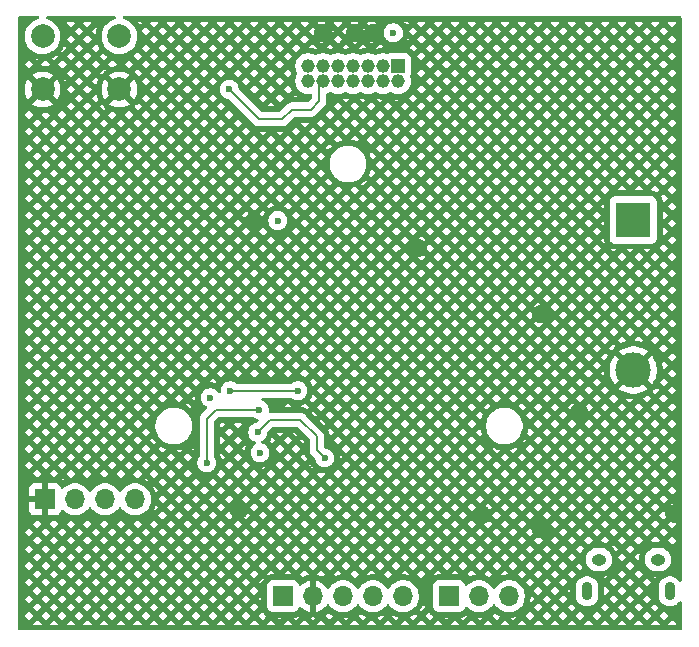
<source format=gbr>
%TF.GenerationSoftware,KiCad,Pcbnew,9.0.0*%
%TF.CreationDate,2025-03-21T22:40:37-06:00*%
%TF.ProjectId,pcb_desgin,7063625f-6465-4736-9769-6e2e6b696361,rev?*%
%TF.SameCoordinates,Original*%
%TF.FileFunction,Copper,L4,Bot*%
%TF.FilePolarity,Positive*%
%FSLAX46Y46*%
G04 Gerber Fmt 4.6, Leading zero omitted, Abs format (unit mm)*
G04 Created by KiCad (PCBNEW 9.0.0) date 2025-03-21 22:40:37*
%MOMM*%
%LPD*%
G01*
G04 APERTURE LIST*
%TA.AperFunction,ComponentPad*%
%ADD10C,2.000000*%
%TD*%
%TA.AperFunction,ComponentPad*%
%ADD11R,1.700000X1.700000*%
%TD*%
%TA.AperFunction,ComponentPad*%
%ADD12O,1.700000X1.700000*%
%TD*%
%TA.AperFunction,ComponentPad*%
%ADD13O,0.890000X1.550000*%
%TD*%
%TA.AperFunction,ComponentPad*%
%ADD14O,1.250000X0.950000*%
%TD*%
%TA.AperFunction,ComponentPad*%
%ADD15R,1.168400X1.168400*%
%TD*%
%TA.AperFunction,ComponentPad*%
%ADD16C,1.168400*%
%TD*%
%TA.AperFunction,ComponentPad*%
%ADD17R,3.000000X3.000000*%
%TD*%
%TA.AperFunction,ComponentPad*%
%ADD18C,3.000000*%
%TD*%
%TA.AperFunction,ViaPad*%
%ADD19C,0.600000*%
%TD*%
%TA.AperFunction,Conductor*%
%ADD20C,0.200000*%
%TD*%
G04 APERTURE END LIST*
D10*
%TO.P,SW1,1,1*%
%TO.N,/T_RST*%
X94200000Y-35300000D03*
X100700000Y-35300000D03*
%TO.P,SW1,2,2*%
%TO.N,GND*%
X94200000Y-39800000D03*
X100700000Y-39800000D03*
%TD*%
D11*
%TO.P,J4,1,Pin_1*%
%TO.N,+3.3V*%
X114540000Y-82700000D03*
D12*
%TO.P,J4,2,Pin_2*%
%TO.N,GND*%
X117080000Y-82700000D03*
%TO.P,J4,3,Pin_3*%
%TO.N,/SCL*%
X119620000Y-82700000D03*
%TO.P,J4,4,Pin_4*%
%TO.N,/SDA*%
X122160000Y-82700000D03*
%TO.P,J4,5,Pin_5*%
%TO.N,/INT*%
X124700000Y-82700000D03*
%TD*%
D11*
%TO.P,J3,1,Pin_1*%
%TO.N,GND*%
X94400000Y-74500000D03*
D12*
%TO.P,J3,2,Pin_2*%
%TO.N,+3.3V*%
X96940000Y-74500000D03*
%TO.P,J3,3,Pin_3*%
%TO.N,/SCL*%
X99480000Y-74500000D03*
%TO.P,J3,4,Pin_4*%
%TO.N,/SDA*%
X102020000Y-74500000D03*
%TD*%
D13*
%TO.P,J2,6,Shield*%
%TO.N,Net-(J2-Shield)*%
X140300000Y-82300000D03*
D14*
X141300000Y-79600000D03*
X146300000Y-79600000D03*
D13*
X147300000Y-82300000D03*
%TD*%
D15*
%TO.P,J1,1,NC*%
%TO.N,unconnected-(J1-NC-Pad1)*%
X124300000Y-37830000D03*
D16*
%TO.P,J1,2,NC*%
%TO.N,unconnected-(J1-NC-Pad2)*%
X124300000Y-39100000D03*
%TO.P,J1,3,VCC*%
%TO.N,+3.3V*%
X123030000Y-37830000D03*
%TO.P,J1,4,JTMS/SWDIO*%
%TO.N,/T_JTMS*%
X123030000Y-39100000D03*
%TO.P,J1,5,GND*%
%TO.N,GND*%
X121760000Y-37830000D03*
%TO.P,J1,6,JCLK/SWCLK*%
%TO.N,/T_JTCK*%
X121760000Y-39100000D03*
%TO.P,J1,7,GND*%
%TO.N,GND*%
X120490000Y-37830000D03*
%TO.P,J1,8,JTDO/SWO*%
%TO.N,unconnected-(J1-JTDO{slash}SWO-Pad8)*%
X120490000Y-39100000D03*
%TO.P,J1,9,JRCLK/NC*%
%TO.N,unconnected-(J1-JRCLK{slash}NC-Pad9)*%
X119220000Y-37830000D03*
%TO.P,J1,10,JTDI/NC*%
%TO.N,unconnected-(J1-JTDI{slash}NC-Pad10)*%
X119220000Y-39100000D03*
%TO.P,J1,11,GNDDetect*%
%TO.N,GND*%
X117950000Y-37830000D03*
%TO.P,J1,12,~{RST}*%
%TO.N,/T_RST*%
X117950000Y-39100000D03*
%TO.P,J1,13,VCP_RX*%
%TO.N,/T_VCP_RX*%
X116680000Y-37830000D03*
%TO.P,J1,14,VCP_TX*%
%TO.N,/T_VCP_TX*%
X116680000Y-39100000D03*
%TD*%
D11*
%TO.P,J5,1,Pin_1*%
%TO.N,/Battery*%
X128600000Y-82700000D03*
D12*
%TO.P,J5,2,Pin_2*%
%TO.N,+3.3V*%
X131140000Y-82700000D03*
%TO.P,J5,3,Pin_3*%
%TO.N,/Usb*%
X133680000Y-82700000D03*
%TD*%
D17*
%TO.P,BT1,1,+*%
%TO.N,+9V*%
X144200000Y-50850000D03*
D18*
%TO.P,BT1,2,-*%
%TO.N,GND*%
X144200000Y-63550000D03*
%TD*%
D19*
%TO.N,GND*%
X117920000Y-35000000D03*
X131400000Y-75800000D03*
X112100000Y-50900000D03*
X147700000Y-75700000D03*
X136400000Y-77000000D03*
X139600000Y-67100000D03*
X136400000Y-58800000D03*
X122220000Y-35000000D03*
X110800000Y-75400000D03*
X120620000Y-35000000D03*
X126000000Y-53200000D03*
%TO.N,/T_RST*%
X110000000Y-39800000D03*
%TO.N,+3.3V*%
X123900000Y-35000000D03*
X108400000Y-65900000D03*
X114100000Y-50900000D03*
X112600000Y-70550000D03*
%TO.N,/SDA*%
X112550000Y-66900000D03*
X108100000Y-71400000D03*
%TO.N,/SCL*%
X112400000Y-68825000D03*
X118075000Y-71000000D03*
%TO.N,/INT*%
X115800000Y-65300000D03*
X110100000Y-65300000D03*
%TD*%
D20*
%TO.N,/T_RST*%
X116900000Y-41500000D02*
X117600000Y-40800000D01*
X117600000Y-39450000D02*
X117950000Y-39100000D01*
X110000000Y-39800000D02*
X112500000Y-42300000D01*
X114500000Y-42300000D02*
X115300000Y-41500000D01*
X112500000Y-42300000D02*
X114500000Y-42300000D01*
X117600000Y-40800000D02*
X117600000Y-39450000D01*
X115300000Y-41500000D02*
X116900000Y-41500000D01*
%TO.N,/SDA*%
X112550000Y-66900000D02*
X108900000Y-66900000D01*
X108100000Y-67700000D02*
X108100000Y-71400000D01*
X108900000Y-66900000D02*
X108100000Y-67700000D01*
%TO.N,/SCL*%
X116025000Y-67775000D02*
X113450000Y-67775000D01*
X118075000Y-71000000D02*
X117400000Y-70325000D01*
X117400000Y-70325000D02*
X117400000Y-69150000D01*
X117400000Y-69150000D02*
X116025000Y-67775000D01*
X113450000Y-67775000D02*
X112400000Y-68825000D01*
%TO.N,/INT*%
X110100000Y-65300000D02*
X115800000Y-65300000D01*
%TD*%
%TA.AperFunction,Conductor*%
%TO.N,GND*%
G36*
X93858935Y-33620185D02*
G01*
X93904690Y-33672989D01*
X93914634Y-33742147D01*
X93885609Y-33805703D01*
X93830215Y-33842431D01*
X93624003Y-33909433D01*
X93413566Y-34016657D01*
X93304550Y-34095862D01*
X93222490Y-34155483D01*
X93222488Y-34155485D01*
X93222487Y-34155485D01*
X93055485Y-34322487D01*
X93055485Y-34322488D01*
X93055483Y-34322490D01*
X93015000Y-34378210D01*
X92916657Y-34513566D01*
X92809433Y-34724003D01*
X92736446Y-34948631D01*
X92699500Y-35181902D01*
X92699500Y-35418097D01*
X92736446Y-35651368D01*
X92809433Y-35875996D01*
X92901460Y-36056607D01*
X92916657Y-36086433D01*
X93055483Y-36277510D01*
X93222490Y-36444517D01*
X93413567Y-36583343D01*
X93457049Y-36605498D01*
X93624003Y-36690566D01*
X93624005Y-36690566D01*
X93624008Y-36690568D01*
X93730228Y-36725081D01*
X93848631Y-36763553D01*
X94081903Y-36800500D01*
X94081908Y-36800500D01*
X94318097Y-36800500D01*
X94551368Y-36763553D01*
X94587823Y-36751708D01*
X94775992Y-36690568D01*
X94986433Y-36583343D01*
X95062748Y-36527897D01*
X95778161Y-36527897D01*
X95870708Y-36620444D01*
X96225676Y-36265476D01*
X96929954Y-36265476D01*
X97284922Y-36620444D01*
X97639890Y-36265476D01*
X98344167Y-36265476D01*
X98699134Y-36620443D01*
X98984843Y-36334734D01*
X98984467Y-36334093D01*
X98979670Y-36325527D01*
X98977376Y-36321235D01*
X98861268Y-36093361D01*
X98859144Y-36088980D01*
X98855029Y-36080054D01*
X98853072Y-36075581D01*
X98845588Y-36057508D01*
X98845235Y-36056607D01*
X98699135Y-35910507D01*
X98344167Y-36265476D01*
X97639890Y-36265476D01*
X97284922Y-35910508D01*
X96929954Y-36265476D01*
X96225676Y-36265476D01*
X96043482Y-36083282D01*
X96040856Y-36088980D01*
X96038732Y-36093361D01*
X95922624Y-36321235D01*
X95920330Y-36325527D01*
X95915533Y-36334093D01*
X95913071Y-36338293D01*
X95902850Y-36354973D01*
X95900221Y-36359080D01*
X95894765Y-36367245D01*
X95891983Y-36371237D01*
X95778161Y-36527897D01*
X95062748Y-36527897D01*
X95177510Y-36444517D01*
X95344517Y-36277510D01*
X95483343Y-36086433D01*
X95590568Y-35875992D01*
X95663553Y-35651368D01*
X95674690Y-35581051D01*
X95678283Y-35558368D01*
X96222846Y-35558368D01*
X96577815Y-35913337D01*
X96932783Y-35558369D01*
X97637061Y-35558369D01*
X97992029Y-35913337D01*
X98346997Y-35558369D01*
X97992029Y-35203401D01*
X97637061Y-35558369D01*
X96932783Y-35558369D01*
X96577814Y-35203400D01*
X96222846Y-35558368D01*
X95678283Y-35558368D01*
X95700500Y-35418097D01*
X95700500Y-35181902D01*
X95663553Y-34948631D01*
X95616574Y-34804045D01*
X95598161Y-34747375D01*
X96121789Y-34747375D01*
X96140203Y-34804046D01*
X96141616Y-34808706D01*
X96144284Y-34818166D01*
X96145517Y-34822890D01*
X96150082Y-34841913D01*
X96151122Y-34846654D01*
X96153036Y-34856275D01*
X96153892Y-34861071D01*
X96162365Y-34914572D01*
X96225676Y-34851262D01*
X96929953Y-34851262D01*
X97284922Y-35206230D01*
X97639890Y-34851262D01*
X98344166Y-34851262D01*
X98699135Y-35206230D01*
X98701500Y-35203866D01*
X98701500Y-35172130D01*
X98701595Y-35167265D01*
X98701980Y-35157460D01*
X98702267Y-35152601D01*
X98703801Y-35133099D01*
X98704277Y-35128260D01*
X98705431Y-35118502D01*
X98706100Y-35113667D01*
X98746108Y-34861071D01*
X98746964Y-34856275D01*
X98748878Y-34846654D01*
X98749918Y-34841913D01*
X98754483Y-34822890D01*
X98755716Y-34818166D01*
X98758384Y-34808706D01*
X98759797Y-34804046D01*
X98820393Y-34617552D01*
X98699135Y-34496294D01*
X98344166Y-34851262D01*
X97639890Y-34851262D01*
X97284922Y-34496294D01*
X96929953Y-34851262D01*
X96225676Y-34851262D01*
X96121789Y-34747375D01*
X95598161Y-34747375D01*
X95590568Y-34724008D01*
X95590566Y-34724005D01*
X95590566Y-34724003D01*
X95534002Y-34612991D01*
X95483343Y-34513567D01*
X95344517Y-34322490D01*
X95177510Y-34155483D01*
X95161920Y-34144156D01*
X96222847Y-34144156D01*
X96577815Y-34499124D01*
X96932783Y-34144156D01*
X97637061Y-34144156D01*
X97992029Y-34499124D01*
X98346997Y-34144156D01*
X98301341Y-34098500D01*
X97682717Y-34098500D01*
X97637061Y-34144156D01*
X96932783Y-34144156D01*
X96887127Y-34098500D01*
X96268503Y-34098500D01*
X96222847Y-34144156D01*
X95161920Y-34144156D01*
X94986433Y-34016657D01*
X94775996Y-33909433D01*
X94569785Y-33842431D01*
X94512110Y-33802993D01*
X94484912Y-33738634D01*
X94496827Y-33669788D01*
X94544071Y-33618312D01*
X94608104Y-33600500D01*
X100291896Y-33600500D01*
X100358935Y-33620185D01*
X100404690Y-33672989D01*
X100414634Y-33742147D01*
X100385609Y-33805703D01*
X100330215Y-33842431D01*
X100124003Y-33909433D01*
X99913566Y-34016657D01*
X99804550Y-34095862D01*
X99722490Y-34155483D01*
X99722488Y-34155485D01*
X99722487Y-34155485D01*
X99555485Y-34322487D01*
X99555485Y-34322488D01*
X99555483Y-34322490D01*
X99515000Y-34378210D01*
X99416657Y-34513566D01*
X99309433Y-34724003D01*
X99236446Y-34948631D01*
X99199500Y-35181902D01*
X99199500Y-35418097D01*
X99236446Y-35651368D01*
X99309433Y-35875996D01*
X99401460Y-36056607D01*
X99416657Y-36086433D01*
X99555483Y-36277510D01*
X99722490Y-36444517D01*
X99913567Y-36583343D01*
X99957049Y-36605498D01*
X100124003Y-36690566D01*
X100124005Y-36690566D01*
X100124008Y-36690568D01*
X100230228Y-36725081D01*
X100348631Y-36763553D01*
X100581903Y-36800500D01*
X100581908Y-36800500D01*
X100818097Y-36800500D01*
X101051368Y-36763553D01*
X101087823Y-36751708D01*
X101275992Y-36690568D01*
X101486433Y-36583343D01*
X101677510Y-36444517D01*
X101844517Y-36277510D01*
X101853260Y-36265476D01*
X102586808Y-36265476D01*
X102941776Y-36620444D01*
X103296744Y-36265476D01*
X104001022Y-36265476D01*
X104355990Y-36620444D01*
X104710958Y-36265476D01*
X105415235Y-36265476D01*
X105770203Y-36620444D01*
X106125171Y-36265476D01*
X106829449Y-36265476D01*
X107184417Y-36620444D01*
X107539385Y-36265476D01*
X108243662Y-36265476D01*
X108598630Y-36620444D01*
X108953598Y-36265476D01*
X109657876Y-36265476D01*
X110012844Y-36620444D01*
X110367812Y-36265476D01*
X111072089Y-36265476D01*
X111427057Y-36620444D01*
X111782026Y-36265476D01*
X112486303Y-36265476D01*
X112841271Y-36620444D01*
X113196239Y-36265476D01*
X113900517Y-36265476D01*
X114255485Y-36620444D01*
X114610453Y-36265476D01*
X115314730Y-36265476D01*
X115662610Y-36613356D01*
X115668850Y-36608437D01*
X115672732Y-36605498D01*
X115716292Y-36573849D01*
X116024665Y-36265475D01*
X116006490Y-36247300D01*
X116747120Y-36247300D01*
X116775153Y-36247300D01*
X116780025Y-36247396D01*
X116789842Y-36247782D01*
X116794706Y-36248069D01*
X116814208Y-36249605D01*
X116819042Y-36250081D01*
X116828787Y-36251234D01*
X116833615Y-36251902D01*
X117021562Y-36281670D01*
X117026358Y-36282526D01*
X117035979Y-36284440D01*
X117040720Y-36285480D01*
X117059743Y-36290045D01*
X117064458Y-36291275D01*
X117073917Y-36293942D01*
X117078586Y-36295358D01*
X117259573Y-36354165D01*
X117264164Y-36355757D01*
X117273374Y-36359154D01*
X117277919Y-36360933D01*
X117295993Y-36368420D01*
X117300449Y-36370369D01*
X117309367Y-36374480D01*
X117313750Y-36376606D01*
X117315549Y-36377523D01*
X117316443Y-36377068D01*
X117320828Y-36374941D01*
X117329753Y-36370827D01*
X117334217Y-36368875D01*
X117336372Y-36367982D01*
X117438879Y-36265475D01*
X117433004Y-36259600D01*
X118149032Y-36259600D01*
X118291446Y-36282157D01*
X118296235Y-36283012D01*
X118305859Y-36284926D01*
X118310615Y-36285969D01*
X118329637Y-36290535D01*
X118334351Y-36291765D01*
X118343808Y-36294432D01*
X118348470Y-36295846D01*
X118529380Y-36354628D01*
X118533978Y-36356223D01*
X118543181Y-36359618D01*
X118547709Y-36361390D01*
X118565783Y-36368875D01*
X118570247Y-36370827D01*
X118579172Y-36374941D01*
X118583558Y-36377068D01*
X118584450Y-36377522D01*
X118586249Y-36376606D01*
X118590637Y-36374478D01*
X118599556Y-36370367D01*
X118604007Y-36368420D01*
X118622081Y-36360933D01*
X118626626Y-36359154D01*
X118635836Y-36355757D01*
X118640427Y-36354165D01*
X118821414Y-36295358D01*
X118823990Y-36294576D01*
X118853091Y-36265476D01*
X119557371Y-36265476D01*
X119576435Y-36284540D01*
X119580720Y-36285480D01*
X119599743Y-36290045D01*
X119604458Y-36291275D01*
X119613917Y-36293942D01*
X119618586Y-36295358D01*
X119799573Y-36354165D01*
X119804164Y-36355757D01*
X119813374Y-36359154D01*
X119817919Y-36360933D01*
X119835993Y-36368420D01*
X119840449Y-36370369D01*
X119849367Y-36374480D01*
X119853750Y-36376606D01*
X119855549Y-36377523D01*
X119856443Y-36377068D01*
X119860828Y-36374941D01*
X119869753Y-36370827D01*
X119874217Y-36368875D01*
X119892291Y-36361390D01*
X119896819Y-36359618D01*
X119906022Y-36356223D01*
X119910620Y-36354628D01*
X120091530Y-36295846D01*
X120096192Y-36294432D01*
X120105649Y-36291765D01*
X120110363Y-36290535D01*
X120129385Y-36285969D01*
X120134141Y-36284926D01*
X120143765Y-36283012D01*
X120148554Y-36282157D01*
X120253872Y-36265476D01*
X120971584Y-36265476D01*
X121056574Y-36350466D01*
X121069381Y-36354628D01*
X121073978Y-36356223D01*
X121083181Y-36359618D01*
X121087709Y-36361390D01*
X121105783Y-36368875D01*
X121110247Y-36370827D01*
X121119172Y-36374941D01*
X121123557Y-36377068D01*
X121125000Y-36377803D01*
X121126443Y-36377068D01*
X121130828Y-36374941D01*
X121139753Y-36370827D01*
X121144217Y-36368875D01*
X121162291Y-36361390D01*
X121166819Y-36359618D01*
X121176022Y-36356223D01*
X121180620Y-36354628D01*
X121361530Y-36295846D01*
X121366192Y-36294432D01*
X121375649Y-36291765D01*
X121380363Y-36290535D01*
X121399385Y-36285969D01*
X121404141Y-36284926D01*
X121413765Y-36283012D01*
X121418554Y-36282157D01*
X121523873Y-36265476D01*
X122385798Y-36265476D01*
X122468586Y-36348264D01*
X122631414Y-36295358D01*
X122636083Y-36293942D01*
X122645542Y-36291275D01*
X122650257Y-36290045D01*
X122669280Y-36285480D01*
X122674021Y-36284440D01*
X122683642Y-36282526D01*
X122688438Y-36281670D01*
X122790682Y-36265476D01*
X125214225Y-36265476D01*
X125274387Y-36325638D01*
X125317240Y-36341622D01*
X125325418Y-36345010D01*
X125341663Y-36352429D01*
X125349579Y-36356392D01*
X125380821Y-36373452D01*
X125388429Y-36377965D01*
X125403452Y-36387619D01*
X125410728Y-36392671D01*
X125554437Y-36500253D01*
X125561326Y-36505804D01*
X125574821Y-36517497D01*
X125581301Y-36523531D01*
X125606469Y-36548699D01*
X125612503Y-36555179D01*
X125622694Y-36566941D01*
X125924159Y-36265476D01*
X126628439Y-36265476D01*
X126983407Y-36620444D01*
X127338375Y-36265476D01*
X128042652Y-36265476D01*
X128397620Y-36620444D01*
X128752588Y-36265476D01*
X129456866Y-36265476D01*
X129811834Y-36620444D01*
X130166802Y-36265476D01*
X130871079Y-36265476D01*
X131226047Y-36620444D01*
X131581015Y-36265476D01*
X132285293Y-36265476D01*
X132640261Y-36620444D01*
X132995229Y-36265476D01*
X133699506Y-36265476D01*
X134054474Y-36620444D01*
X134409443Y-36265476D01*
X135113720Y-36265476D01*
X135468688Y-36620444D01*
X135823656Y-36265476D01*
X136527934Y-36265476D01*
X136882902Y-36620444D01*
X137237870Y-36265476D01*
X137942147Y-36265476D01*
X138297115Y-36620444D01*
X138652083Y-36265476D01*
X139356361Y-36265476D01*
X139711329Y-36620444D01*
X140066297Y-36265476D01*
X140770574Y-36265476D01*
X141125542Y-36620444D01*
X141480510Y-36265476D01*
X142184788Y-36265476D01*
X142539756Y-36620444D01*
X142894724Y-36265476D01*
X143599001Y-36265476D01*
X143953969Y-36620444D01*
X144308937Y-36265476D01*
X145013215Y-36265476D01*
X145368183Y-36620444D01*
X145723151Y-36265476D01*
X146427429Y-36265476D01*
X146782397Y-36620444D01*
X147137365Y-36265476D01*
X146782397Y-35910508D01*
X146427429Y-36265476D01*
X145723151Y-36265476D01*
X145368183Y-35910508D01*
X145013215Y-36265476D01*
X144308937Y-36265476D01*
X143953969Y-35910507D01*
X143599001Y-36265476D01*
X142894724Y-36265476D01*
X142539756Y-35910508D01*
X142184788Y-36265476D01*
X141480510Y-36265476D01*
X141125542Y-35910508D01*
X140770574Y-36265476D01*
X140066297Y-36265476D01*
X139711329Y-35910508D01*
X139356361Y-36265476D01*
X138652083Y-36265476D01*
X138297115Y-35910508D01*
X137942147Y-36265476D01*
X137237870Y-36265476D01*
X136882902Y-35910508D01*
X136527934Y-36265476D01*
X135823656Y-36265476D01*
X135468688Y-35910508D01*
X135113720Y-36265476D01*
X134409443Y-36265476D01*
X134054474Y-35910507D01*
X133699506Y-36265476D01*
X132995229Y-36265476D01*
X132640261Y-35910508D01*
X132285293Y-36265476D01*
X131581015Y-36265476D01*
X131226047Y-35910507D01*
X130871079Y-36265476D01*
X130166802Y-36265476D01*
X129811834Y-35910508D01*
X129456866Y-36265476D01*
X128752588Y-36265476D01*
X128397620Y-35910508D01*
X128042652Y-36265476D01*
X127338375Y-36265476D01*
X126983407Y-35910508D01*
X126628439Y-36265476D01*
X125924159Y-36265476D01*
X125924160Y-36265475D01*
X125569193Y-35910508D01*
X125214225Y-36265476D01*
X122790682Y-36265476D01*
X122876385Y-36251902D01*
X122881213Y-36251234D01*
X122890958Y-36250081D01*
X122895792Y-36249605D01*
X122915294Y-36248069D01*
X122920158Y-36247782D01*
X122929975Y-36247396D01*
X122934847Y-36247300D01*
X123077558Y-36247300D01*
X124274737Y-36247300D01*
X124491772Y-36247300D01*
X124430300Y-36185828D01*
X124312775Y-36234508D01*
X124307100Y-36236698D01*
X124295547Y-36240832D01*
X124289766Y-36242741D01*
X124274737Y-36247300D01*
X123077558Y-36247300D01*
X122740766Y-35910508D01*
X122385798Y-36265476D01*
X121523873Y-36265476D01*
X121606431Y-36252400D01*
X121611266Y-36251731D01*
X121621024Y-36250577D01*
X121625863Y-36250101D01*
X121645365Y-36248567D01*
X121650224Y-36248280D01*
X121660029Y-36247895D01*
X121663864Y-36247820D01*
X121326552Y-35910507D01*
X120971584Y-36265476D01*
X120253872Y-36265476D01*
X120265470Y-36263639D01*
X119912339Y-35910508D01*
X119557371Y-36265476D01*
X118853091Y-36265476D01*
X118853092Y-36265475D01*
X118498125Y-35910508D01*
X118149032Y-36259600D01*
X117433004Y-36259600D01*
X117083912Y-35910508D01*
X116747120Y-36247300D01*
X116006490Y-36247300D01*
X115669698Y-35910508D01*
X115314730Y-36265476D01*
X114610453Y-36265476D01*
X114255485Y-35910508D01*
X113900517Y-36265476D01*
X113196239Y-36265476D01*
X112841271Y-35910508D01*
X112486303Y-36265476D01*
X111782026Y-36265476D01*
X111427057Y-35910507D01*
X111072089Y-36265476D01*
X110367812Y-36265476D01*
X110012844Y-35910508D01*
X109657876Y-36265476D01*
X108953598Y-36265476D01*
X108598630Y-35910507D01*
X108243662Y-36265476D01*
X107539385Y-36265476D01*
X107184417Y-35910508D01*
X106829449Y-36265476D01*
X106125171Y-36265476D01*
X105770203Y-35910508D01*
X105415235Y-36265476D01*
X104710958Y-36265476D01*
X104355990Y-35910508D01*
X104001022Y-36265476D01*
X103296744Y-36265476D01*
X102941776Y-35910508D01*
X102586808Y-36265476D01*
X101853260Y-36265476D01*
X101983343Y-36086433D01*
X102090568Y-35875992D01*
X102163553Y-35651368D01*
X102174690Y-35581051D01*
X102178283Y-35558369D01*
X103293915Y-35558369D01*
X103648883Y-35913337D01*
X104003851Y-35558369D01*
X104708128Y-35558369D01*
X105063096Y-35913337D01*
X105418065Y-35558369D01*
X106122342Y-35558369D01*
X106477310Y-35913337D01*
X106832278Y-35558369D01*
X107536556Y-35558369D01*
X107891524Y-35913337D01*
X108246492Y-35558369D01*
X108950769Y-35558369D01*
X109305737Y-35913337D01*
X109660705Y-35558369D01*
X110364983Y-35558369D01*
X110719951Y-35913337D01*
X111074919Y-35558369D01*
X111779196Y-35558369D01*
X112134164Y-35913337D01*
X112489132Y-35558369D01*
X113193410Y-35558369D01*
X113548378Y-35913337D01*
X113903346Y-35558369D01*
X114607623Y-35558369D01*
X114962591Y-35913337D01*
X115317559Y-35558369D01*
X116021837Y-35558369D01*
X116376805Y-35913337D01*
X116597009Y-35693133D01*
X117570815Y-35693133D01*
X117791018Y-35913337D01*
X117930356Y-35774000D01*
X117855981Y-35774000D01*
X117831790Y-35771617D01*
X117706211Y-35746638D01*
X117682949Y-35739582D01*
X117570815Y-35693133D01*
X116597009Y-35693133D01*
X116731773Y-35558369D01*
X118850264Y-35558369D01*
X119205232Y-35913337D01*
X119360377Y-35758192D01*
X120464301Y-35758192D01*
X120619446Y-35913337D01*
X120774314Y-35758468D01*
X120708210Y-35771617D01*
X120684019Y-35774000D01*
X120555981Y-35774000D01*
X120531790Y-35771617D01*
X120464301Y-35758192D01*
X119360377Y-35758192D01*
X119560200Y-35558369D01*
X119560199Y-35558368D01*
X121678690Y-35558368D01*
X122033659Y-35913337D01*
X122053192Y-35893804D01*
X124842553Y-35893804D01*
X124862086Y-35913337D01*
X125217054Y-35558369D01*
X125921332Y-35558369D01*
X126276300Y-35913337D01*
X126631268Y-35558369D01*
X127335545Y-35558369D01*
X127690513Y-35913337D01*
X128045482Y-35558369D01*
X128749759Y-35558369D01*
X129104727Y-35913337D01*
X129459695Y-35558369D01*
X130163973Y-35558369D01*
X130518941Y-35913337D01*
X130873909Y-35558369D01*
X131578186Y-35558369D01*
X131933154Y-35913337D01*
X132288122Y-35558369D01*
X132992400Y-35558369D01*
X133347368Y-35913337D01*
X133702336Y-35558369D01*
X134406613Y-35558369D01*
X134761581Y-35913337D01*
X135116549Y-35558369D01*
X135820827Y-35558369D01*
X136175795Y-35913337D01*
X136530763Y-35558369D01*
X137235040Y-35558369D01*
X137590008Y-35913337D01*
X137944976Y-35558369D01*
X138649254Y-35558369D01*
X139004222Y-35913337D01*
X139359190Y-35558369D01*
X140063467Y-35558369D01*
X140418435Y-35913337D01*
X140773404Y-35558369D01*
X141477681Y-35558369D01*
X141832649Y-35913337D01*
X142187617Y-35558369D01*
X142891895Y-35558369D01*
X143246863Y-35913337D01*
X143601831Y-35558369D01*
X144306108Y-35558369D01*
X144661076Y-35913337D01*
X145016044Y-35558369D01*
X145720322Y-35558369D01*
X146075290Y-35913337D01*
X146430258Y-35558369D01*
X147134535Y-35558369D01*
X147489503Y-35913337D01*
X147801500Y-35601340D01*
X147801500Y-35515398D01*
X147489503Y-35203401D01*
X147134535Y-35558369D01*
X146430258Y-35558369D01*
X146075290Y-35203401D01*
X145720322Y-35558369D01*
X145016044Y-35558369D01*
X144661076Y-35203401D01*
X144306108Y-35558369D01*
X143601831Y-35558369D01*
X143246863Y-35203401D01*
X142891895Y-35558369D01*
X142187617Y-35558369D01*
X141832649Y-35203401D01*
X141477681Y-35558369D01*
X140773404Y-35558369D01*
X140418435Y-35203400D01*
X140063467Y-35558369D01*
X139359190Y-35558369D01*
X139004222Y-35203401D01*
X138649254Y-35558369D01*
X137944976Y-35558369D01*
X137590008Y-35203400D01*
X137235040Y-35558369D01*
X136530763Y-35558369D01*
X136175795Y-35203401D01*
X135820827Y-35558369D01*
X135116549Y-35558369D01*
X134761581Y-35203401D01*
X134406613Y-35558369D01*
X133702336Y-35558369D01*
X133347368Y-35203401D01*
X132992400Y-35558369D01*
X132288122Y-35558369D01*
X131933154Y-35203401D01*
X131578186Y-35558369D01*
X130873909Y-35558369D01*
X130518941Y-35203401D01*
X130163973Y-35558369D01*
X129459695Y-35558369D01*
X129104727Y-35203401D01*
X128749759Y-35558369D01*
X128045482Y-35558369D01*
X127690513Y-35203400D01*
X127335545Y-35558369D01*
X126631268Y-35558369D01*
X126276300Y-35203401D01*
X125921332Y-35558369D01*
X125217054Y-35558369D01*
X125116041Y-35457356D01*
X125064807Y-35581051D01*
X125062341Y-35586615D01*
X125057094Y-35597709D01*
X125054358Y-35603145D01*
X125042829Y-35624715D01*
X125039833Y-35630004D01*
X125033522Y-35640535D01*
X125030261Y-35645685D01*
X124929067Y-35797131D01*
X124925564Y-35802105D01*
X124918253Y-35811963D01*
X124914507Y-35816764D01*
X124898991Y-35835670D01*
X124895022Y-35840271D01*
X124886779Y-35849367D01*
X124882576Y-35853781D01*
X124842553Y-35893804D01*
X122053192Y-35893804D01*
X122172996Y-35774000D01*
X122155981Y-35774000D01*
X122131790Y-35771617D01*
X122006211Y-35746638D01*
X121982949Y-35739582D01*
X121864657Y-35690583D01*
X121843220Y-35679125D01*
X121736759Y-35607991D01*
X121717968Y-35592569D01*
X121681229Y-35555830D01*
X121678690Y-35558368D01*
X119560199Y-35558368D01*
X119205232Y-35203401D01*
X118850264Y-35558369D01*
X116731773Y-35558369D01*
X116376805Y-35203401D01*
X116021837Y-35558369D01*
X115317559Y-35558369D01*
X114962591Y-35203400D01*
X114607623Y-35558369D01*
X113903346Y-35558369D01*
X113548378Y-35203401D01*
X113193410Y-35558369D01*
X112489132Y-35558369D01*
X112134164Y-35203401D01*
X111779196Y-35558369D01*
X111074919Y-35558369D01*
X110719951Y-35203401D01*
X110364983Y-35558369D01*
X109660705Y-35558369D01*
X109305737Y-35203401D01*
X108950769Y-35558369D01*
X108246492Y-35558369D01*
X107891524Y-35203401D01*
X107536556Y-35558369D01*
X106832278Y-35558369D01*
X106477310Y-35203401D01*
X106122342Y-35558369D01*
X105418065Y-35558369D01*
X105063096Y-35203400D01*
X104708128Y-35558369D01*
X104003851Y-35558369D01*
X103648883Y-35203401D01*
X103293915Y-35558369D01*
X102178283Y-35558369D01*
X102200500Y-35418097D01*
X102200500Y-35181902D01*
X102163553Y-34948631D01*
X102116574Y-34804045D01*
X102115059Y-34799382D01*
X102638686Y-34799382D01*
X102640202Y-34804045D01*
X102641616Y-34808706D01*
X102644284Y-34818166D01*
X102645517Y-34822890D01*
X102650082Y-34841913D01*
X102651122Y-34846654D01*
X102653036Y-34856275D01*
X102653892Y-34861072D01*
X102664670Y-34929125D01*
X102941775Y-35206230D01*
X103296744Y-34851262D01*
X104001021Y-34851262D01*
X104355990Y-35206230D01*
X104710958Y-34851262D01*
X105415234Y-34851262D01*
X105770203Y-35206230D01*
X106125171Y-34851262D01*
X106829448Y-34851262D01*
X107184417Y-35206230D01*
X107539385Y-34851262D01*
X108243661Y-34851262D01*
X108598630Y-35206230D01*
X108953598Y-34851262D01*
X109657875Y-34851262D01*
X110012844Y-35206230D01*
X110367812Y-34851262D01*
X111072089Y-34851262D01*
X111427057Y-35206230D01*
X111782026Y-34851262D01*
X112486302Y-34851262D01*
X112841271Y-35206230D01*
X113196239Y-34851262D01*
X113900516Y-34851262D01*
X114255485Y-35206230D01*
X114610453Y-34851262D01*
X115314729Y-34851262D01*
X115669698Y-35206230D01*
X116024666Y-34851262D01*
X116728943Y-34851262D01*
X117083911Y-35206229D01*
X117157266Y-35132874D01*
X117148382Y-35088209D01*
X117146000Y-35064019D01*
X117146000Y-34935981D01*
X117148383Y-34911790D01*
X117173362Y-34786211D01*
X117180418Y-34762949D01*
X117229417Y-34644657D01*
X117230412Y-34642794D01*
X117132707Y-34545089D01*
X118546920Y-34545089D01*
X118599125Y-34623220D01*
X118610583Y-34644657D01*
X118659582Y-34762949D01*
X118666638Y-34786211D01*
X118691617Y-34911790D01*
X118694000Y-34935981D01*
X118694000Y-35010355D01*
X118853093Y-34851262D01*
X119557370Y-34851262D01*
X119861807Y-35155699D01*
X119848383Y-35088210D01*
X119846000Y-35064019D01*
X119846000Y-34935981D01*
X119848383Y-34911790D01*
X119873362Y-34786211D01*
X119880418Y-34762949D01*
X119929417Y-34644657D01*
X119940875Y-34623220D01*
X119980284Y-34564239D01*
X119979618Y-34563573D01*
X121259271Y-34563573D01*
X121299125Y-34623220D01*
X121310583Y-34644657D01*
X121359582Y-34762949D01*
X121366638Y-34786211D01*
X121391617Y-34911790D01*
X121394000Y-34935981D01*
X121394000Y-35064019D01*
X121391617Y-35088210D01*
X121378468Y-35154314D01*
X121448041Y-35084740D01*
X121446000Y-35064019D01*
X121446000Y-34935981D01*
X121447461Y-34921153D01*
X123099500Y-34921153D01*
X123099500Y-35078846D01*
X123130261Y-35233489D01*
X123130264Y-35233501D01*
X123190602Y-35379172D01*
X123190609Y-35379185D01*
X123278210Y-35510288D01*
X123278213Y-35510292D01*
X123389707Y-35621786D01*
X123389711Y-35621789D01*
X123520814Y-35709390D01*
X123520827Y-35709397D01*
X123639297Y-35758468D01*
X123666503Y-35769737D01*
X123804221Y-35797131D01*
X123821153Y-35800499D01*
X123821156Y-35800500D01*
X123821158Y-35800500D01*
X123978844Y-35800500D01*
X123978845Y-35800499D01*
X124133497Y-35769737D01*
X124279179Y-35709394D01*
X124410289Y-35621789D01*
X124521789Y-35510289D01*
X124609394Y-35379179D01*
X124669737Y-35233497D01*
X124700500Y-35078842D01*
X124700500Y-34921158D01*
X124700500Y-34921155D01*
X124700499Y-34921153D01*
X124686597Y-34851262D01*
X124686597Y-34851261D01*
X125214224Y-34851261D01*
X125569193Y-35206230D01*
X125924161Y-34851262D01*
X126628438Y-34851262D01*
X126983407Y-35206230D01*
X127338375Y-34851262D01*
X128042651Y-34851262D01*
X128397620Y-35206230D01*
X128752588Y-34851262D01*
X129456865Y-34851262D01*
X129811834Y-35206230D01*
X130166802Y-34851262D01*
X130871078Y-34851262D01*
X131226047Y-35206230D01*
X131581015Y-34851262D01*
X132285292Y-34851262D01*
X132640261Y-35206230D01*
X132995229Y-34851262D01*
X133699506Y-34851262D01*
X134054474Y-35206230D01*
X134409443Y-34851262D01*
X135113719Y-34851262D01*
X135468688Y-35206230D01*
X135823656Y-34851262D01*
X136527933Y-34851262D01*
X136882902Y-35206230D01*
X137237870Y-34851262D01*
X137942146Y-34851262D01*
X138297115Y-35206230D01*
X138652083Y-34851262D01*
X139356360Y-34851262D01*
X139711329Y-35206230D01*
X140066297Y-34851262D01*
X140770573Y-34851262D01*
X141125542Y-35206230D01*
X141480510Y-34851262D01*
X142184787Y-34851262D01*
X142539756Y-35206230D01*
X142894724Y-34851262D01*
X143599000Y-34851262D01*
X143953969Y-35206230D01*
X144308937Y-34851262D01*
X145013214Y-34851262D01*
X145368183Y-35206230D01*
X145723151Y-34851262D01*
X146427428Y-34851262D01*
X146782397Y-35206230D01*
X147137365Y-34851262D01*
X146782397Y-34496294D01*
X146427428Y-34851262D01*
X145723151Y-34851262D01*
X145368183Y-34496294D01*
X145013214Y-34851262D01*
X144308937Y-34851262D01*
X143953969Y-34496293D01*
X143599000Y-34851262D01*
X142894724Y-34851262D01*
X142539756Y-34496294D01*
X142184787Y-34851262D01*
X141480510Y-34851262D01*
X141125542Y-34496294D01*
X140770573Y-34851262D01*
X140066297Y-34851262D01*
X139711329Y-34496294D01*
X139356360Y-34851262D01*
X138652083Y-34851262D01*
X138297115Y-34496294D01*
X137942146Y-34851262D01*
X137237870Y-34851262D01*
X136882902Y-34496294D01*
X136527933Y-34851262D01*
X135823656Y-34851262D01*
X135468688Y-34496294D01*
X135113719Y-34851262D01*
X134409443Y-34851262D01*
X134054474Y-34496293D01*
X133699506Y-34851262D01*
X132995229Y-34851262D01*
X132640261Y-34496294D01*
X132285292Y-34851262D01*
X131581015Y-34851262D01*
X131226047Y-34496293D01*
X130871078Y-34851262D01*
X130166802Y-34851262D01*
X129811834Y-34496294D01*
X129456865Y-34851262D01*
X128752588Y-34851262D01*
X128397620Y-34496294D01*
X128042651Y-34851262D01*
X127338375Y-34851262D01*
X126983407Y-34496294D01*
X126628438Y-34851262D01*
X125924161Y-34851262D01*
X125569192Y-34496293D01*
X125214224Y-34851261D01*
X124686597Y-34851261D01*
X124669737Y-34766503D01*
X124635230Y-34683194D01*
X124609397Y-34620827D01*
X124609390Y-34620814D01*
X124521789Y-34489711D01*
X124521786Y-34489707D01*
X124410292Y-34378213D01*
X124410288Y-34378210D01*
X124279185Y-34290609D01*
X124279172Y-34290602D01*
X124133501Y-34230264D01*
X124133489Y-34230261D01*
X123978845Y-34199500D01*
X123978842Y-34199500D01*
X123821158Y-34199500D01*
X123821155Y-34199500D01*
X123666510Y-34230261D01*
X123666498Y-34230264D01*
X123520827Y-34290602D01*
X123520814Y-34290609D01*
X123389711Y-34378210D01*
X123389707Y-34378213D01*
X123278213Y-34489707D01*
X123278210Y-34489711D01*
X123190609Y-34620814D01*
X123190602Y-34620827D01*
X123130264Y-34766498D01*
X123130261Y-34766510D01*
X123099500Y-34921153D01*
X121447461Y-34921153D01*
X121448383Y-34911790D01*
X121473362Y-34786211D01*
X121480418Y-34762949D01*
X121513453Y-34683194D01*
X121326551Y-34496293D01*
X121259271Y-34563573D01*
X119979618Y-34563573D01*
X119912339Y-34496294D01*
X119557370Y-34851262D01*
X118853093Y-34851262D01*
X118546920Y-34545089D01*
X117132707Y-34545089D01*
X117083912Y-34496294D01*
X116728943Y-34851262D01*
X116024666Y-34851262D01*
X115669698Y-34496294D01*
X115314729Y-34851262D01*
X114610453Y-34851262D01*
X114255485Y-34496294D01*
X113900516Y-34851262D01*
X113196239Y-34851262D01*
X112841271Y-34496294D01*
X112486302Y-34851262D01*
X111782026Y-34851262D01*
X111427057Y-34496293D01*
X111072089Y-34851262D01*
X110367812Y-34851262D01*
X110012844Y-34496294D01*
X109657875Y-34851262D01*
X108953598Y-34851262D01*
X108598630Y-34496293D01*
X108243661Y-34851262D01*
X107539385Y-34851262D01*
X107184417Y-34496294D01*
X106829448Y-34851262D01*
X106125171Y-34851262D01*
X105770203Y-34496294D01*
X105415234Y-34851262D01*
X104710958Y-34851262D01*
X104355990Y-34496294D01*
X104001021Y-34851262D01*
X103296744Y-34851262D01*
X102941775Y-34496293D01*
X102638686Y-34799382D01*
X102115059Y-34799382D01*
X102090568Y-34724008D01*
X102090566Y-34724005D01*
X102090566Y-34724003D01*
X102034002Y-34612991D01*
X101983343Y-34513567D01*
X101844517Y-34322490D01*
X101677510Y-34155483D01*
X101599080Y-34098500D01*
X102297341Y-34098500D01*
X102391983Y-34228763D01*
X102394765Y-34232755D01*
X102400221Y-34240920D01*
X102402850Y-34245027D01*
X102413071Y-34261707D01*
X102415533Y-34265907D01*
X102420330Y-34274473D01*
X102422624Y-34278765D01*
X102433561Y-34300230D01*
X102589635Y-34144156D01*
X103293915Y-34144156D01*
X103648883Y-34499124D01*
X104003851Y-34144156D01*
X104003850Y-34144155D01*
X104708128Y-34144155D01*
X105063096Y-34499124D01*
X105418065Y-34144156D01*
X106122342Y-34144156D01*
X106477310Y-34499124D01*
X106832278Y-34144156D01*
X107536556Y-34144156D01*
X107891524Y-34499124D01*
X108246492Y-34144156D01*
X108950769Y-34144156D01*
X109305737Y-34499124D01*
X109660705Y-34144156D01*
X110364983Y-34144156D01*
X110719951Y-34499124D01*
X111074919Y-34144156D01*
X111779196Y-34144156D01*
X112134164Y-34499124D01*
X112489132Y-34144156D01*
X113193410Y-34144156D01*
X113548378Y-34499124D01*
X113903346Y-34144156D01*
X114607623Y-34144156D01*
X114962591Y-34499124D01*
X115317558Y-34144156D01*
X116021837Y-34144156D01*
X116376805Y-34499124D01*
X116731773Y-34144156D01*
X116731772Y-34144155D01*
X117436050Y-34144155D01*
X117590575Y-34298680D01*
X117682949Y-34260418D01*
X117706211Y-34253362D01*
X117831790Y-34228383D01*
X117855981Y-34226000D01*
X117984019Y-34226000D01*
X118008209Y-34228382D01*
X118052875Y-34237266D01*
X118145985Y-34144156D01*
X118850264Y-34144156D01*
X119205232Y-34499124D01*
X119560200Y-34144156D01*
X120264478Y-34144156D01*
X120381387Y-34261065D01*
X120382949Y-34260418D01*
X120406211Y-34253362D01*
X120531790Y-34228383D01*
X120555981Y-34226000D01*
X120684019Y-34226000D01*
X120708210Y-34228383D01*
X120833789Y-34253362D01*
X120857051Y-34260418D01*
X120857828Y-34260740D01*
X120974412Y-34144156D01*
X121678691Y-34144156D01*
X121851163Y-34316628D01*
X121864657Y-34309417D01*
X121982949Y-34260418D01*
X122006211Y-34253362D01*
X122131790Y-34228383D01*
X122155981Y-34226000D01*
X122284019Y-34226000D01*
X122304740Y-34228041D01*
X122388626Y-34144155D01*
X122342971Y-34098500D01*
X124834857Y-34098500D01*
X124882576Y-34146219D01*
X124886779Y-34150633D01*
X124895022Y-34159729D01*
X124898991Y-34164330D01*
X124914507Y-34183236D01*
X124918253Y-34188037D01*
X124925564Y-34197895D01*
X124929067Y-34202869D01*
X125020901Y-34340307D01*
X125217052Y-34144156D01*
X125921332Y-34144156D01*
X126276300Y-34499124D01*
X126631268Y-34144156D01*
X126631267Y-34144155D01*
X127335545Y-34144155D01*
X127690513Y-34499124D01*
X128045482Y-34144156D01*
X128749759Y-34144156D01*
X129104727Y-34499124D01*
X129459695Y-34144156D01*
X130163973Y-34144156D01*
X130518941Y-34499124D01*
X130873909Y-34144156D01*
X131578186Y-34144156D01*
X131933154Y-34499124D01*
X132288122Y-34144156D01*
X132992400Y-34144156D01*
X133347368Y-34499124D01*
X133702336Y-34144156D01*
X134406613Y-34144156D01*
X134761581Y-34499124D01*
X135116549Y-34144156D01*
X135820827Y-34144156D01*
X136175795Y-34499124D01*
X136530763Y-34144156D01*
X137235040Y-34144156D01*
X137590008Y-34499124D01*
X137944975Y-34144156D01*
X138649254Y-34144156D01*
X139004222Y-34499124D01*
X139359190Y-34144156D01*
X139359189Y-34144155D01*
X140063467Y-34144155D01*
X140418435Y-34499124D01*
X140773404Y-34144156D01*
X141477681Y-34144156D01*
X141832649Y-34499124D01*
X142187617Y-34144156D01*
X142891895Y-34144156D01*
X143246863Y-34499124D01*
X143601831Y-34144156D01*
X144306108Y-34144156D01*
X144661076Y-34499124D01*
X145016044Y-34144156D01*
X145720322Y-34144156D01*
X146075290Y-34499124D01*
X146430258Y-34144156D01*
X147134535Y-34144156D01*
X147489503Y-34499124D01*
X147801500Y-34187127D01*
X147801500Y-34101185D01*
X147798815Y-34098500D01*
X147180191Y-34098500D01*
X147134535Y-34144156D01*
X146430258Y-34144156D01*
X146384602Y-34098500D01*
X145765978Y-34098500D01*
X145720322Y-34144156D01*
X145016044Y-34144156D01*
X144970388Y-34098500D01*
X144351764Y-34098500D01*
X144306108Y-34144156D01*
X143601831Y-34144156D01*
X143556175Y-34098500D01*
X142937551Y-34098500D01*
X142891895Y-34144156D01*
X142187617Y-34144156D01*
X142141961Y-34098500D01*
X141523337Y-34098500D01*
X141477681Y-34144156D01*
X140773404Y-34144156D01*
X140727748Y-34098500D01*
X140109123Y-34098500D01*
X140063467Y-34144155D01*
X139359189Y-34144155D01*
X139313534Y-34098500D01*
X138694910Y-34098500D01*
X138649254Y-34144156D01*
X137944975Y-34144156D01*
X137944976Y-34144155D01*
X137899321Y-34098500D01*
X137280696Y-34098500D01*
X137235040Y-34144156D01*
X136530763Y-34144156D01*
X136485107Y-34098500D01*
X135866483Y-34098500D01*
X135820827Y-34144156D01*
X135116549Y-34144156D01*
X135070893Y-34098500D01*
X134452269Y-34098500D01*
X134406613Y-34144156D01*
X133702336Y-34144156D01*
X133656680Y-34098500D01*
X133038056Y-34098500D01*
X132992400Y-34144156D01*
X132288122Y-34144156D01*
X132242466Y-34098500D01*
X131623842Y-34098500D01*
X131578186Y-34144156D01*
X130873909Y-34144156D01*
X130828253Y-34098500D01*
X130209629Y-34098500D01*
X130163973Y-34144156D01*
X129459695Y-34144156D01*
X129414039Y-34098500D01*
X128795415Y-34098500D01*
X128749759Y-34144156D01*
X128045482Y-34144156D01*
X127999826Y-34098500D01*
X127381201Y-34098500D01*
X127335545Y-34144155D01*
X126631267Y-34144155D01*
X126585612Y-34098500D01*
X125966988Y-34098500D01*
X125921332Y-34144156D01*
X125217052Y-34144156D01*
X125217053Y-34144155D01*
X125171398Y-34098500D01*
X124834857Y-34098500D01*
X122342971Y-34098500D01*
X121724347Y-34098500D01*
X121678691Y-34144156D01*
X120974412Y-34144156D01*
X120974413Y-34144155D01*
X120928758Y-34098500D01*
X120310134Y-34098500D01*
X120264478Y-34144156D01*
X119560200Y-34144156D01*
X119514544Y-34098500D01*
X118895920Y-34098500D01*
X118850264Y-34144156D01*
X118145985Y-34144156D01*
X118145986Y-34144155D01*
X118100331Y-34098500D01*
X117481706Y-34098500D01*
X117436050Y-34144155D01*
X116731772Y-34144155D01*
X116686117Y-34098500D01*
X116067493Y-34098500D01*
X116021837Y-34144156D01*
X115317558Y-34144156D01*
X115317559Y-34144155D01*
X115271904Y-34098500D01*
X114653279Y-34098500D01*
X114607623Y-34144156D01*
X113903346Y-34144156D01*
X113857690Y-34098500D01*
X113239066Y-34098500D01*
X113193410Y-34144156D01*
X112489132Y-34144156D01*
X112443476Y-34098500D01*
X111824852Y-34098500D01*
X111779196Y-34144156D01*
X111074919Y-34144156D01*
X111029263Y-34098500D01*
X110410639Y-34098500D01*
X110364983Y-34144156D01*
X109660705Y-34144156D01*
X109615049Y-34098500D01*
X108996425Y-34098500D01*
X108950769Y-34144156D01*
X108246492Y-34144156D01*
X108200836Y-34098500D01*
X107582212Y-34098500D01*
X107536556Y-34144156D01*
X106832278Y-34144156D01*
X106786622Y-34098500D01*
X106167998Y-34098500D01*
X106122342Y-34144156D01*
X105418065Y-34144156D01*
X105372409Y-34098500D01*
X104753784Y-34098500D01*
X104708128Y-34144155D01*
X104003850Y-34144155D01*
X103958195Y-34098500D01*
X103339571Y-34098500D01*
X103293915Y-34144156D01*
X102589635Y-34144156D01*
X102589636Y-34144155D01*
X102543981Y-34098500D01*
X102297341Y-34098500D01*
X101599080Y-34098500D01*
X101486433Y-34016657D01*
X101275996Y-33909433D01*
X101069785Y-33842431D01*
X101012110Y-33802993D01*
X100984912Y-33738634D01*
X100996827Y-33669788D01*
X101044071Y-33618312D01*
X101108104Y-33600500D01*
X148175500Y-33600500D01*
X148242539Y-33620185D01*
X148288294Y-33672989D01*
X148299500Y-33724500D01*
X148299500Y-81355229D01*
X148279815Y-81422268D01*
X148227011Y-81468023D01*
X148157853Y-81477967D01*
X148094297Y-81448942D01*
X148072398Y-81424119D01*
X148034421Y-81367283D01*
X148034415Y-81367275D01*
X147902724Y-81235584D01*
X147902716Y-81235578D01*
X147747864Y-81132109D01*
X147575792Y-81060835D01*
X147575784Y-81060833D01*
X147393127Y-81024500D01*
X147393124Y-81024500D01*
X147206876Y-81024500D01*
X147206873Y-81024500D01*
X147024215Y-81060833D01*
X147024207Y-81060835D01*
X146852136Y-81132109D01*
X146852135Y-81132109D01*
X146697283Y-81235578D01*
X146697275Y-81235584D01*
X146565584Y-81367275D01*
X146565578Y-81367283D01*
X146462109Y-81522135D01*
X146462109Y-81522136D01*
X146390835Y-81694207D01*
X146390833Y-81694215D01*
X146354500Y-81876871D01*
X146354500Y-82723128D01*
X146390833Y-82905784D01*
X146390835Y-82905792D01*
X146462109Y-83077863D01*
X146462109Y-83077864D01*
X146565578Y-83232716D01*
X146565584Y-83232724D01*
X146697275Y-83364415D01*
X146697283Y-83364421D01*
X146852135Y-83467890D01*
X146902534Y-83488766D01*
X147024208Y-83539165D01*
X147188270Y-83571799D01*
X147206871Y-83575499D01*
X147206874Y-83575500D01*
X147206876Y-83575500D01*
X147393126Y-83575500D01*
X147393127Y-83575499D01*
X147575792Y-83539165D01*
X147747862Y-83467891D01*
X147747863Y-83467890D01*
X147747864Y-83467890D01*
X147837765Y-83407820D01*
X147902721Y-83364418D01*
X148034418Y-83232721D01*
X148072398Y-83175878D01*
X148126009Y-83131075D01*
X148195334Y-83122366D01*
X148258362Y-83152521D01*
X148295081Y-83211963D01*
X148299500Y-83244770D01*
X148299500Y-85475500D01*
X148279815Y-85542539D01*
X148227011Y-85588294D01*
X148175500Y-85599500D01*
X92224500Y-85599500D01*
X92157461Y-85579815D01*
X92111706Y-85527011D01*
X92100500Y-85475500D01*
X92100500Y-85055844D01*
X93394420Y-85055844D01*
X93440076Y-85101500D01*
X94058700Y-85101500D01*
X94104356Y-85055844D01*
X94808633Y-85055844D01*
X94854289Y-85101500D01*
X95472914Y-85101500D01*
X95518570Y-85055844D01*
X96222847Y-85055844D01*
X96268503Y-85101500D01*
X96887127Y-85101500D01*
X96932783Y-85055844D01*
X97637061Y-85055844D01*
X97682717Y-85101500D01*
X98301341Y-85101500D01*
X98346997Y-85055844D01*
X99051274Y-85055844D01*
X99096930Y-85101500D01*
X99715554Y-85101500D01*
X99761210Y-85055844D01*
X100465488Y-85055844D01*
X100511144Y-85101500D01*
X101129768Y-85101500D01*
X101175424Y-85055844D01*
X101879701Y-85055844D01*
X101925357Y-85101500D01*
X102543981Y-85101500D01*
X102589637Y-85055844D01*
X103293915Y-85055844D01*
X103339571Y-85101500D01*
X103958195Y-85101500D01*
X104003851Y-85055844D01*
X104708128Y-85055844D01*
X104753784Y-85101500D01*
X105372409Y-85101500D01*
X105418065Y-85055844D01*
X106122342Y-85055844D01*
X106167998Y-85101500D01*
X106786622Y-85101500D01*
X106832278Y-85055844D01*
X107536556Y-85055844D01*
X107582212Y-85101500D01*
X108200836Y-85101500D01*
X108246492Y-85055844D01*
X108950769Y-85055844D01*
X108996425Y-85101500D01*
X109615049Y-85101500D01*
X109660705Y-85055844D01*
X110364983Y-85055844D01*
X110410639Y-85101500D01*
X111029263Y-85101500D01*
X111074919Y-85055844D01*
X111779196Y-85055844D01*
X111824852Y-85101500D01*
X112443476Y-85101500D01*
X112489132Y-85055844D01*
X113193410Y-85055844D01*
X113239066Y-85101500D01*
X113857690Y-85101500D01*
X113903346Y-85055844D01*
X114607623Y-85055844D01*
X114653279Y-85101500D01*
X115271904Y-85101500D01*
X115317559Y-85055844D01*
X116021837Y-85055844D01*
X116067493Y-85101500D01*
X116686117Y-85101500D01*
X116731773Y-85055844D01*
X117436050Y-85055844D01*
X117481706Y-85101500D01*
X118100331Y-85101500D01*
X118145987Y-85055844D01*
X118850264Y-85055844D01*
X118895920Y-85101500D01*
X119514544Y-85101500D01*
X119560200Y-85055844D01*
X120264478Y-85055844D01*
X120310134Y-85101500D01*
X120928758Y-85101500D01*
X120974414Y-85055844D01*
X121678691Y-85055844D01*
X121724347Y-85101500D01*
X122342971Y-85101500D01*
X122388627Y-85055844D01*
X123092905Y-85055844D01*
X123138561Y-85101500D01*
X123757185Y-85101500D01*
X123802841Y-85055844D01*
X124507118Y-85055844D01*
X124552774Y-85101500D01*
X125171398Y-85101500D01*
X125217054Y-85055844D01*
X125921332Y-85055844D01*
X125966988Y-85101500D01*
X126585612Y-85101500D01*
X126631268Y-85055844D01*
X127335545Y-85055844D01*
X127381201Y-85101500D01*
X127999826Y-85101500D01*
X128045482Y-85055844D01*
X128749759Y-85055844D01*
X128795415Y-85101500D01*
X129414039Y-85101500D01*
X129459695Y-85055844D01*
X130163973Y-85055844D01*
X130209629Y-85101500D01*
X130828253Y-85101500D01*
X130873909Y-85055844D01*
X131578186Y-85055844D01*
X131623842Y-85101500D01*
X132242466Y-85101500D01*
X132288122Y-85055844D01*
X132992400Y-85055844D01*
X133038056Y-85101500D01*
X133656680Y-85101500D01*
X133702336Y-85055844D01*
X134406613Y-85055844D01*
X134452269Y-85101500D01*
X135070893Y-85101500D01*
X135116549Y-85055844D01*
X135820827Y-85055844D01*
X135866483Y-85101500D01*
X136485107Y-85101500D01*
X136530763Y-85055844D01*
X137235040Y-85055844D01*
X137280696Y-85101500D01*
X137899321Y-85101500D01*
X137944976Y-85055844D01*
X138649254Y-85055844D01*
X138694910Y-85101500D01*
X139313534Y-85101500D01*
X139359190Y-85055844D01*
X140063467Y-85055844D01*
X140109123Y-85101500D01*
X140727748Y-85101500D01*
X140773404Y-85055844D01*
X141477681Y-85055844D01*
X141523337Y-85101500D01*
X142141961Y-85101500D01*
X142187617Y-85055844D01*
X142891895Y-85055844D01*
X142937551Y-85101500D01*
X143556175Y-85101500D01*
X143601831Y-85055844D01*
X144306108Y-85055844D01*
X144351764Y-85101500D01*
X144970388Y-85101500D01*
X145016044Y-85055844D01*
X145720322Y-85055844D01*
X145765978Y-85101500D01*
X146384602Y-85101500D01*
X146430258Y-85055844D01*
X147134535Y-85055844D01*
X147180191Y-85101500D01*
X147798815Y-85101500D01*
X147801500Y-85098815D01*
X147801500Y-85012873D01*
X147489503Y-84700876D01*
X147134535Y-85055844D01*
X146430258Y-85055844D01*
X146075290Y-84700876D01*
X145720322Y-85055844D01*
X145016044Y-85055844D01*
X144661076Y-84700876D01*
X144306108Y-85055844D01*
X143601831Y-85055844D01*
X143246863Y-84700876D01*
X142891895Y-85055844D01*
X142187617Y-85055844D01*
X141832649Y-84700876D01*
X141477681Y-85055844D01*
X140773404Y-85055844D01*
X140418435Y-84700875D01*
X140063467Y-85055844D01*
X139359190Y-85055844D01*
X139004222Y-84700876D01*
X138649254Y-85055844D01*
X137944976Y-85055844D01*
X137590008Y-84700875D01*
X137235040Y-85055844D01*
X136530763Y-85055844D01*
X136175795Y-84700876D01*
X135820827Y-85055844D01*
X135116549Y-85055844D01*
X134761581Y-84700876D01*
X134406613Y-85055844D01*
X133702336Y-85055844D01*
X133347368Y-84700876D01*
X132992400Y-85055844D01*
X132288122Y-85055844D01*
X131933154Y-84700876D01*
X131578186Y-85055844D01*
X130873909Y-85055844D01*
X130518941Y-84700876D01*
X130163973Y-85055844D01*
X129459695Y-85055844D01*
X129104727Y-84700876D01*
X128749759Y-85055844D01*
X128045482Y-85055844D01*
X127690513Y-84700875D01*
X127335545Y-85055844D01*
X126631268Y-85055844D01*
X126276300Y-84700876D01*
X125921332Y-85055844D01*
X125217054Y-85055844D01*
X124862086Y-84700876D01*
X124507118Y-85055844D01*
X123802841Y-85055844D01*
X123447873Y-84700876D01*
X123092905Y-85055844D01*
X122388627Y-85055844D01*
X122033659Y-84700876D01*
X121678691Y-85055844D01*
X120974414Y-85055844D01*
X120619446Y-84700876D01*
X120264478Y-85055844D01*
X119560200Y-85055844D01*
X119205232Y-84700876D01*
X118850264Y-85055844D01*
X118145987Y-85055844D01*
X117791018Y-84700875D01*
X117436050Y-85055844D01*
X116731773Y-85055844D01*
X116376805Y-84700876D01*
X116021837Y-85055844D01*
X115317559Y-85055844D01*
X114962591Y-84700875D01*
X114607623Y-85055844D01*
X113903346Y-85055844D01*
X113548378Y-84700876D01*
X113193410Y-85055844D01*
X112489132Y-85055844D01*
X112134164Y-84700876D01*
X111779196Y-85055844D01*
X111074919Y-85055844D01*
X110719951Y-84700876D01*
X110364983Y-85055844D01*
X109660705Y-85055844D01*
X109305737Y-84700876D01*
X108950769Y-85055844D01*
X108246492Y-85055844D01*
X107891524Y-84700876D01*
X107536556Y-85055844D01*
X106832278Y-85055844D01*
X106477310Y-84700876D01*
X106122342Y-85055844D01*
X105418065Y-85055844D01*
X105063096Y-84700875D01*
X104708128Y-85055844D01*
X104003851Y-85055844D01*
X103648883Y-84700876D01*
X103293915Y-85055844D01*
X102589637Y-85055844D01*
X102234669Y-84700876D01*
X101879701Y-85055844D01*
X101175424Y-85055844D01*
X100820456Y-84700876D01*
X100465488Y-85055844D01*
X99761210Y-85055844D01*
X99406242Y-84700876D01*
X99051274Y-85055844D01*
X98346997Y-85055844D01*
X97992029Y-84700876D01*
X97637061Y-85055844D01*
X96932783Y-85055844D01*
X96577815Y-84700876D01*
X96222847Y-85055844D01*
X95518570Y-85055844D01*
X95163601Y-84700875D01*
X94808633Y-85055844D01*
X94104356Y-85055844D01*
X93749388Y-84700876D01*
X93394420Y-85055844D01*
X92100500Y-85055844D01*
X92100500Y-84348737D01*
X92687313Y-84348737D01*
X93042281Y-84703705D01*
X93397249Y-84348737D01*
X94101527Y-84348737D01*
X94456495Y-84703705D01*
X94811463Y-84348737D01*
X95515740Y-84348737D01*
X95870708Y-84703705D01*
X96225676Y-84348737D01*
X96929954Y-84348737D01*
X97284922Y-84703705D01*
X97639890Y-84348737D01*
X98344167Y-84348737D01*
X98699135Y-84703705D01*
X99054103Y-84348737D01*
X99758381Y-84348737D01*
X100113349Y-84703705D01*
X100468317Y-84348737D01*
X101172595Y-84348737D01*
X101527563Y-84703705D01*
X101882531Y-84348737D01*
X102586808Y-84348737D01*
X102941776Y-84703705D01*
X103296744Y-84348737D01*
X104001022Y-84348737D01*
X104355990Y-84703705D01*
X104710958Y-84348737D01*
X105415235Y-84348737D01*
X105770203Y-84703705D01*
X106125171Y-84348737D01*
X106829449Y-84348737D01*
X107184417Y-84703705D01*
X107539385Y-84348737D01*
X108243662Y-84348737D01*
X108598630Y-84703705D01*
X108953598Y-84348737D01*
X109657876Y-84348737D01*
X110012844Y-84703705D01*
X110367812Y-84348737D01*
X111072089Y-84348737D01*
X111427057Y-84703705D01*
X111782026Y-84348737D01*
X112486303Y-84348737D01*
X112841270Y-84703704D01*
X112996475Y-84548499D01*
X114100279Y-84548499D01*
X114255484Y-84703704D01*
X114410690Y-84548499D01*
X114100279Y-84548499D01*
X112996475Y-84548499D01*
X113001321Y-84543653D01*
X115509646Y-84543653D01*
X115669698Y-84703705D01*
X115839793Y-84533610D01*
X116913817Y-84533610D01*
X117083912Y-84703705D01*
X117253570Y-84534046D01*
X117244208Y-84533494D01*
X117138623Y-84503715D01*
X117091751Y-84478661D01*
X117080000Y-84468624D01*
X117068249Y-84478661D01*
X117021377Y-84503715D01*
X116915792Y-84533494D01*
X116913817Y-84533610D01*
X115839793Y-84533610D01*
X116024666Y-84348737D01*
X116024665Y-84348736D01*
X118143156Y-84348736D01*
X118498125Y-84703705D01*
X118654154Y-84547676D01*
X119756310Y-84547676D01*
X119912339Y-84703705D01*
X120142036Y-84474007D01*
X120080834Y-84493894D01*
X120076170Y-84495309D01*
X120066723Y-84497973D01*
X120062021Y-84499199D01*
X120042998Y-84503767D01*
X120038235Y-84504813D01*
X120028602Y-84506729D01*
X120023810Y-84507584D01*
X119794534Y-84543898D01*
X119789706Y-84544566D01*
X119779961Y-84545719D01*
X119775127Y-84546195D01*
X119756310Y-84547676D01*
X118654154Y-84547676D01*
X118829824Y-84372005D01*
X118784156Y-84348736D01*
X120971583Y-84348736D01*
X121326552Y-84703705D01*
X121520052Y-84510204D01*
X122547265Y-84510204D01*
X122740766Y-84703705D01*
X123095734Y-84348737D01*
X123095733Y-84348736D01*
X123800011Y-84348736D01*
X124154980Y-84703705D01*
X124343593Y-84515091D01*
X124296190Y-84507584D01*
X124291398Y-84506729D01*
X124281765Y-84504813D01*
X124277002Y-84503767D01*
X124257979Y-84499199D01*
X124253277Y-84497973D01*
X124243830Y-84495309D01*
X124239166Y-84493894D01*
X124089310Y-84445202D01*
X125310690Y-84445202D01*
X125569193Y-84703705D01*
X125924161Y-84348737D01*
X125924160Y-84348736D01*
X126628438Y-84348736D01*
X126983406Y-84703704D01*
X127138611Y-84548499D01*
X128242414Y-84548499D01*
X128397619Y-84703704D01*
X128552825Y-84548499D01*
X128242414Y-84548499D01*
X127138611Y-84548499D01*
X127152178Y-84534932D01*
X129643061Y-84534932D01*
X129811834Y-84703705D01*
X129967039Y-84548500D01*
X131070842Y-84548500D01*
X131226047Y-84703705D01*
X131399276Y-84530476D01*
X131314534Y-84543898D01*
X131309706Y-84544566D01*
X131299961Y-84545719D01*
X131295127Y-84546195D01*
X131275625Y-84547731D01*
X131270761Y-84548018D01*
X131260944Y-84548404D01*
X131256072Y-84548500D01*
X131070842Y-84548500D01*
X129967039Y-84548500D01*
X130166802Y-84348737D01*
X130166801Y-84348736D01*
X132285292Y-84348736D01*
X132640261Y-84703705D01*
X132805555Y-84538410D01*
X133889180Y-84538410D01*
X134054474Y-84703705D01*
X134323705Y-84434474D01*
X134140834Y-84493894D01*
X134136170Y-84495309D01*
X134126723Y-84497973D01*
X134122021Y-84499199D01*
X134102998Y-84503767D01*
X134098235Y-84504813D01*
X134088602Y-84506729D01*
X134083810Y-84507584D01*
X133889180Y-84538410D01*
X132805555Y-84538410D01*
X132944236Y-84399729D01*
X132944220Y-84399721D01*
X132844158Y-84348737D01*
X135113720Y-84348737D01*
X135468688Y-84703705D01*
X135823656Y-84348737D01*
X136527934Y-84348737D01*
X136882902Y-84703705D01*
X137237870Y-84348737D01*
X137942147Y-84348737D01*
X138297115Y-84703705D01*
X138652083Y-84348737D01*
X139356361Y-84348737D01*
X139711329Y-84703705D01*
X140066297Y-84348737D01*
X140770574Y-84348737D01*
X141125542Y-84703705D01*
X141480510Y-84348737D01*
X142184788Y-84348737D01*
X142539756Y-84703705D01*
X142894724Y-84348737D01*
X143599001Y-84348737D01*
X143953969Y-84703705D01*
X144308937Y-84348737D01*
X145013215Y-84348737D01*
X145368183Y-84703705D01*
X145723151Y-84348737D01*
X145723150Y-84348736D01*
X146427428Y-84348736D01*
X146782397Y-84703705D01*
X147137365Y-84348737D01*
X146782396Y-83993768D01*
X146427428Y-84348736D01*
X145723150Y-84348736D01*
X145368183Y-83993769D01*
X145013215Y-84348737D01*
X144308937Y-84348737D01*
X143953969Y-83993768D01*
X143599001Y-84348737D01*
X142894724Y-84348737D01*
X142539756Y-83993769D01*
X142184788Y-84348737D01*
X141480510Y-84348737D01*
X141125542Y-83993769D01*
X140770574Y-84348737D01*
X140066297Y-84348737D01*
X139711329Y-83993769D01*
X139356361Y-84348737D01*
X138652083Y-84348737D01*
X138297115Y-83993769D01*
X137942147Y-84348737D01*
X137237870Y-84348737D01*
X136882902Y-83993769D01*
X136527934Y-84348737D01*
X135823656Y-84348737D01*
X135468688Y-83993769D01*
X135113720Y-84348737D01*
X132844158Y-84348737D01*
X132737382Y-84294332D01*
X132733090Y-84292038D01*
X132724524Y-84287241D01*
X132720321Y-84284777D01*
X132703642Y-84274556D01*
X132699547Y-84271935D01*
X132691382Y-84266480D01*
X132687382Y-84263692D01*
X132503751Y-84130277D01*
X132285292Y-84348736D01*
X130166801Y-84348736D01*
X130116448Y-84298383D01*
X129976528Y-84403129D01*
X129969252Y-84408181D01*
X129954229Y-84417835D01*
X129946621Y-84422348D01*
X129915379Y-84439408D01*
X129907463Y-84443371D01*
X129891218Y-84450790D01*
X129883039Y-84454178D01*
X129716927Y-84516134D01*
X129709587Y-84518613D01*
X129694636Y-84523148D01*
X129687160Y-84525163D01*
X129656856Y-84532324D01*
X129649265Y-84533870D01*
X129643061Y-84534932D01*
X127152178Y-84534932D01*
X127260742Y-84426368D01*
X127253379Y-84422348D01*
X127245771Y-84417835D01*
X127230748Y-84408181D01*
X127223472Y-84403129D01*
X127079763Y-84295547D01*
X127072874Y-84289996D01*
X127059379Y-84278303D01*
X127052899Y-84272269D01*
X127027731Y-84247101D01*
X127021697Y-84240621D01*
X127010004Y-84227126D01*
X127004453Y-84220237D01*
X126898487Y-84078687D01*
X126628438Y-84348736D01*
X125924160Y-84348736D01*
X125777468Y-84202044D01*
X125692618Y-84263692D01*
X125688618Y-84266480D01*
X125680453Y-84271935D01*
X125676358Y-84274556D01*
X125659679Y-84284777D01*
X125655476Y-84287241D01*
X125646910Y-84292038D01*
X125642618Y-84294332D01*
X125435780Y-84399721D01*
X125431404Y-84401843D01*
X125422479Y-84405958D01*
X125418001Y-84407917D01*
X125399928Y-84415401D01*
X125395400Y-84417173D01*
X125386196Y-84420568D01*
X125381602Y-84422161D01*
X125310690Y-84445202D01*
X124089310Y-84445202D01*
X124018398Y-84422161D01*
X124013804Y-84420568D01*
X124004600Y-84417173D01*
X124000072Y-84415401D01*
X123981999Y-84407917D01*
X123977521Y-84405958D01*
X123968596Y-84401843D01*
X123964220Y-84399721D01*
X123821663Y-84327084D01*
X123800011Y-84348736D01*
X123095733Y-84348736D01*
X123062016Y-84315019D01*
X122895780Y-84399721D01*
X122891404Y-84401843D01*
X122882479Y-84405958D01*
X122878001Y-84407917D01*
X122859928Y-84415401D01*
X122855400Y-84417173D01*
X122846196Y-84420568D01*
X122841602Y-84422161D01*
X122620834Y-84493894D01*
X122616170Y-84495309D01*
X122606723Y-84497973D01*
X122602021Y-84499199D01*
X122582998Y-84503767D01*
X122578235Y-84504813D01*
X122568602Y-84506729D01*
X122563810Y-84507584D01*
X122547265Y-84510204D01*
X121520052Y-84510204D01*
X121576288Y-84453968D01*
X121478398Y-84422161D01*
X121473804Y-84420568D01*
X121464600Y-84417173D01*
X121460072Y-84415401D01*
X121441999Y-84407917D01*
X121437521Y-84405958D01*
X121428596Y-84401843D01*
X121424220Y-84399721D01*
X121217382Y-84294332D01*
X121213090Y-84292038D01*
X121204524Y-84287241D01*
X121200321Y-84284777D01*
X121183642Y-84274556D01*
X121179547Y-84271935D01*
X121171382Y-84266480D01*
X121167382Y-84263693D01*
X121103233Y-84217086D01*
X120971583Y-84348736D01*
X118784156Y-84348736D01*
X118677382Y-84294332D01*
X118673090Y-84292038D01*
X118664524Y-84287241D01*
X118660321Y-84284777D01*
X118643642Y-84274556D01*
X118639547Y-84271935D01*
X118631382Y-84266480D01*
X118627382Y-84263692D01*
X118439574Y-84127243D01*
X118435685Y-84124299D01*
X118427966Y-84118213D01*
X118424199Y-84115121D01*
X118409324Y-84102414D01*
X118405690Y-84099185D01*
X118398944Y-84092948D01*
X118143156Y-84348736D01*
X116024665Y-84348736D01*
X116009476Y-84333547D01*
X115916528Y-84403129D01*
X115909252Y-84408181D01*
X115894229Y-84417835D01*
X115886621Y-84422348D01*
X115855379Y-84439408D01*
X115847463Y-84443371D01*
X115831218Y-84450790D01*
X115823039Y-84454178D01*
X115656927Y-84516134D01*
X115649587Y-84518613D01*
X115634636Y-84523148D01*
X115627160Y-84525163D01*
X115596856Y-84532324D01*
X115589265Y-84533870D01*
X115573863Y-84536507D01*
X115566190Y-84537575D01*
X115509646Y-84543653D01*
X113001321Y-84543653D01*
X113151104Y-84393870D01*
X113019763Y-84295547D01*
X113012874Y-84289996D01*
X112999379Y-84278303D01*
X112992899Y-84272269D01*
X112967731Y-84247101D01*
X112961697Y-84240621D01*
X112950004Y-84227126D01*
X112944453Y-84220237D01*
X112836871Y-84076528D01*
X112831819Y-84069252D01*
X112822165Y-84054229D01*
X112817652Y-84046621D01*
X112807327Y-84027712D01*
X112486303Y-84348737D01*
X111782026Y-84348737D01*
X111427057Y-83993768D01*
X111072089Y-84348737D01*
X110367812Y-84348737D01*
X110012844Y-83993769D01*
X109657876Y-84348737D01*
X108953598Y-84348737D01*
X108598630Y-83993768D01*
X108243662Y-84348737D01*
X107539385Y-84348737D01*
X107184417Y-83993769D01*
X106829449Y-84348737D01*
X106125171Y-84348737D01*
X105770203Y-83993769D01*
X105415235Y-84348737D01*
X104710958Y-84348737D01*
X104355990Y-83993769D01*
X104001022Y-84348737D01*
X103296744Y-84348737D01*
X102941776Y-83993769D01*
X102586808Y-84348737D01*
X101882531Y-84348737D01*
X101527563Y-83993769D01*
X101172595Y-84348737D01*
X100468317Y-84348737D01*
X100113349Y-83993769D01*
X99758381Y-84348737D01*
X99054103Y-84348737D01*
X98699135Y-83993768D01*
X98344167Y-84348737D01*
X97639890Y-84348737D01*
X97284922Y-83993769D01*
X96929954Y-84348737D01*
X96225676Y-84348737D01*
X95870708Y-83993769D01*
X95515740Y-84348737D01*
X94811463Y-84348737D01*
X94456495Y-83993769D01*
X94101527Y-84348737D01*
X93397249Y-84348737D01*
X93042281Y-83993769D01*
X92687313Y-84348737D01*
X92100500Y-84348737D01*
X92100500Y-83641630D01*
X93394420Y-83641630D01*
X93749388Y-83996598D01*
X94104356Y-83641630D01*
X94808633Y-83641630D01*
X95163601Y-83996598D01*
X95518570Y-83641630D01*
X96222847Y-83641630D01*
X96577815Y-83996598D01*
X96932783Y-83641630D01*
X97637061Y-83641630D01*
X97992029Y-83996598D01*
X98346997Y-83641630D01*
X99051274Y-83641630D01*
X99406242Y-83996598D01*
X99761210Y-83641630D01*
X100465488Y-83641630D01*
X100820456Y-83996598D01*
X101175424Y-83641630D01*
X101879701Y-83641630D01*
X102234669Y-83996598D01*
X102589637Y-83641630D01*
X103293915Y-83641630D01*
X103648883Y-83996598D01*
X104003851Y-83641630D01*
X104708128Y-83641630D01*
X105063096Y-83996598D01*
X105418065Y-83641630D01*
X106122342Y-83641630D01*
X106477310Y-83996598D01*
X106832278Y-83641630D01*
X107536556Y-83641630D01*
X107891524Y-83996598D01*
X108246492Y-83641630D01*
X108950769Y-83641630D01*
X109305737Y-83996598D01*
X109660705Y-83641630D01*
X110364983Y-83641630D01*
X110719951Y-83996598D01*
X111074919Y-83641630D01*
X111779196Y-83641630D01*
X112134164Y-83996598D01*
X112489132Y-83641630D01*
X112134164Y-83286662D01*
X111779196Y-83641630D01*
X111074919Y-83641630D01*
X110719951Y-83286662D01*
X110364983Y-83641630D01*
X109660705Y-83641630D01*
X109305737Y-83286662D01*
X108950769Y-83641630D01*
X108246492Y-83641630D01*
X107891524Y-83286662D01*
X107536556Y-83641630D01*
X106832278Y-83641630D01*
X106477310Y-83286662D01*
X106122342Y-83641630D01*
X105418065Y-83641630D01*
X105063096Y-83286661D01*
X104708128Y-83641630D01*
X104003851Y-83641630D01*
X103648883Y-83286662D01*
X103293915Y-83641630D01*
X102589637Y-83641630D01*
X102234669Y-83286662D01*
X101879701Y-83641630D01*
X101175424Y-83641630D01*
X100820456Y-83286662D01*
X100465488Y-83641630D01*
X99761210Y-83641630D01*
X99406242Y-83286662D01*
X99051274Y-83641630D01*
X98346997Y-83641630D01*
X97992029Y-83286662D01*
X97637061Y-83641630D01*
X96932783Y-83641630D01*
X96577815Y-83286662D01*
X96222847Y-83641630D01*
X95518570Y-83641630D01*
X95163601Y-83286661D01*
X94808633Y-83641630D01*
X94104356Y-83641630D01*
X93749388Y-83286662D01*
X93394420Y-83641630D01*
X92100500Y-83641630D01*
X92100500Y-82934523D01*
X92687312Y-82934523D01*
X93042281Y-83289492D01*
X93397249Y-82934523D01*
X94101526Y-82934523D01*
X94456495Y-83289492D01*
X94811463Y-82934523D01*
X95515739Y-82934523D01*
X95870708Y-83289492D01*
X96225676Y-82934523D01*
X96929953Y-82934523D01*
X97284922Y-83289492D01*
X97639890Y-82934523D01*
X98344166Y-82934523D01*
X98699135Y-83289492D01*
X99054103Y-82934523D01*
X99758380Y-82934523D01*
X100113349Y-83289492D01*
X100468317Y-82934523D01*
X101172594Y-82934523D01*
X101527563Y-83289492D01*
X101882531Y-82934523D01*
X102586807Y-82934523D01*
X102941776Y-83289492D01*
X103296744Y-82934523D01*
X104001021Y-82934523D01*
X104355990Y-83289492D01*
X104710958Y-82934523D01*
X105415234Y-82934523D01*
X105770203Y-83289492D01*
X106125171Y-82934523D01*
X106829448Y-82934523D01*
X107184417Y-83289492D01*
X107539385Y-82934523D01*
X108243661Y-82934523D01*
X108598630Y-83289492D01*
X108953598Y-82934523D01*
X109657875Y-82934523D01*
X110012844Y-83289492D01*
X110367812Y-82934523D01*
X111072089Y-82934523D01*
X111427057Y-83289492D01*
X111782026Y-82934523D01*
X112486302Y-82934523D01*
X112691500Y-83139721D01*
X112691500Y-82729325D01*
X112486302Y-82934523D01*
X111782026Y-82934523D01*
X111427057Y-82579555D01*
X111072089Y-82934523D01*
X110367812Y-82934523D01*
X110012844Y-82579555D01*
X109657875Y-82934523D01*
X108953598Y-82934523D01*
X108598630Y-82579555D01*
X108243661Y-82934523D01*
X107539385Y-82934523D01*
X107184417Y-82579555D01*
X106829448Y-82934523D01*
X106125171Y-82934523D01*
X105770203Y-82579555D01*
X105415234Y-82934523D01*
X104710958Y-82934523D01*
X104355990Y-82579555D01*
X104001021Y-82934523D01*
X103296744Y-82934523D01*
X102941776Y-82579555D01*
X102586807Y-82934523D01*
X101882531Y-82934523D01*
X101527563Y-82579555D01*
X101172594Y-82934523D01*
X100468317Y-82934523D01*
X100113349Y-82579555D01*
X99758380Y-82934523D01*
X99054103Y-82934523D01*
X98699135Y-82579555D01*
X98344166Y-82934523D01*
X97639890Y-82934523D01*
X97284922Y-82579555D01*
X96929953Y-82934523D01*
X96225676Y-82934523D01*
X95870708Y-82579555D01*
X95515739Y-82934523D01*
X94811463Y-82934523D01*
X94456495Y-82579555D01*
X94101526Y-82934523D01*
X93397249Y-82934523D01*
X93042281Y-82579555D01*
X92687312Y-82934523D01*
X92100500Y-82934523D01*
X92100500Y-82227417D01*
X93394420Y-82227417D01*
X93749388Y-82582385D01*
X94104356Y-82227417D01*
X94808633Y-82227417D01*
X95163601Y-82582385D01*
X95518570Y-82227417D01*
X96222847Y-82227417D01*
X96577815Y-82582385D01*
X96932783Y-82227417D01*
X97637061Y-82227417D01*
X97992029Y-82582385D01*
X98346997Y-82227417D01*
X99051274Y-82227417D01*
X99406242Y-82582385D01*
X99761210Y-82227417D01*
X100465488Y-82227417D01*
X100820456Y-82582385D01*
X101175424Y-82227417D01*
X101879701Y-82227417D01*
X102234669Y-82582385D01*
X102589637Y-82227417D01*
X103293915Y-82227417D01*
X103648883Y-82582385D01*
X104003851Y-82227417D01*
X104708128Y-82227417D01*
X105063096Y-82582385D01*
X105418065Y-82227417D01*
X106122342Y-82227417D01*
X106477310Y-82582385D01*
X106832278Y-82227417D01*
X107536556Y-82227417D01*
X107891524Y-82582385D01*
X108246492Y-82227417D01*
X108950769Y-82227417D01*
X109305737Y-82582385D01*
X109660705Y-82227417D01*
X110364983Y-82227417D01*
X110719951Y-82582385D01*
X111074919Y-82227417D01*
X111779196Y-82227417D01*
X112134164Y-82582385D01*
X112489132Y-82227417D01*
X112134164Y-81872449D01*
X111779196Y-82227417D01*
X111074919Y-82227417D01*
X110719951Y-81872449D01*
X110364983Y-82227417D01*
X109660705Y-82227417D01*
X109305737Y-81872449D01*
X108950769Y-82227417D01*
X108246492Y-82227417D01*
X107891524Y-81872449D01*
X107536556Y-82227417D01*
X106832278Y-82227417D01*
X106477310Y-81872449D01*
X106122342Y-82227417D01*
X105418065Y-82227417D01*
X105063096Y-81872448D01*
X104708128Y-82227417D01*
X104003851Y-82227417D01*
X103648883Y-81872449D01*
X103293915Y-82227417D01*
X102589637Y-82227417D01*
X102234669Y-81872449D01*
X101879701Y-82227417D01*
X101175424Y-82227417D01*
X100820456Y-81872449D01*
X100465488Y-82227417D01*
X99761210Y-82227417D01*
X99406242Y-81872449D01*
X99051274Y-82227417D01*
X98346997Y-82227417D01*
X97992029Y-81872449D01*
X97637061Y-82227417D01*
X96932783Y-82227417D01*
X96577815Y-81872449D01*
X96222847Y-82227417D01*
X95518570Y-82227417D01*
X95163601Y-81872448D01*
X94808633Y-82227417D01*
X94104356Y-82227417D01*
X93749388Y-81872449D01*
X93394420Y-82227417D01*
X92100500Y-82227417D01*
X92100500Y-81520310D01*
X92687313Y-81520310D01*
X93042281Y-81875278D01*
X93397249Y-81520310D01*
X94101527Y-81520310D01*
X94456495Y-81875278D01*
X94811463Y-81520310D01*
X95515740Y-81520310D01*
X95870708Y-81875278D01*
X96225676Y-81520310D01*
X96929954Y-81520310D01*
X97284922Y-81875278D01*
X97639890Y-81520310D01*
X98344167Y-81520310D01*
X98699135Y-81875278D01*
X99054103Y-81520310D01*
X99758381Y-81520310D01*
X100113349Y-81875278D01*
X100468317Y-81520310D01*
X101172595Y-81520310D01*
X101527563Y-81875278D01*
X101882531Y-81520310D01*
X102586808Y-81520310D01*
X102941776Y-81875278D01*
X103296744Y-81520310D01*
X104001022Y-81520310D01*
X104355990Y-81875278D01*
X104710958Y-81520310D01*
X105415235Y-81520310D01*
X105770203Y-81875278D01*
X106125171Y-81520310D01*
X106829449Y-81520310D01*
X107184417Y-81875278D01*
X107539385Y-81520310D01*
X108243662Y-81520310D01*
X108598630Y-81875278D01*
X108953598Y-81520310D01*
X109657876Y-81520310D01*
X110012844Y-81875278D01*
X110367812Y-81520310D01*
X111072089Y-81520310D01*
X111427057Y-81875278D01*
X111500200Y-81802135D01*
X113189500Y-81802135D01*
X113189500Y-83597870D01*
X113189501Y-83597876D01*
X113195908Y-83657483D01*
X113246202Y-83792328D01*
X113246206Y-83792335D01*
X113332452Y-83907544D01*
X113332455Y-83907547D01*
X113447664Y-83993793D01*
X113447671Y-83993797D01*
X113582517Y-84044091D01*
X113582516Y-84044091D01*
X113589444Y-84044835D01*
X113642127Y-84050500D01*
X115437872Y-84050499D01*
X115497483Y-84044091D01*
X115632331Y-83993796D01*
X115747546Y-83907546D01*
X115833796Y-83792331D01*
X115883002Y-83660401D01*
X115924872Y-83604468D01*
X115990337Y-83580050D01*
X116058610Y-83594901D01*
X116086865Y-83616053D01*
X116200535Y-83729723D01*
X116200540Y-83729727D01*
X116372442Y-83854620D01*
X116561782Y-83951095D01*
X116763871Y-84016757D01*
X116830000Y-84027231D01*
X116830000Y-83133012D01*
X116887007Y-83165925D01*
X117014174Y-83200000D01*
X117145826Y-83200000D01*
X117272993Y-83165925D01*
X117330000Y-83133012D01*
X117330000Y-84027230D01*
X117396126Y-84016757D01*
X117396129Y-84016757D01*
X117598217Y-83951095D01*
X117787557Y-83854620D01*
X117959459Y-83729727D01*
X117959464Y-83729723D01*
X118109723Y-83579464D01*
X118109727Y-83579459D01*
X118234620Y-83407558D01*
X118239232Y-83398507D01*
X118287205Y-83347709D01*
X118355025Y-83330912D01*
X118421161Y-83353447D01*
X118460204Y-83398504D01*
X118464949Y-83407817D01*
X118589890Y-83579786D01*
X118740213Y-83730109D01*
X118912179Y-83855048D01*
X118912181Y-83855049D01*
X118912184Y-83855051D01*
X119101588Y-83951557D01*
X119303757Y-84017246D01*
X119513713Y-84050500D01*
X119513714Y-84050500D01*
X119726286Y-84050500D01*
X119726287Y-84050500D01*
X119936243Y-84017246D01*
X120138412Y-83951557D01*
X120327816Y-83855051D01*
X120414138Y-83792335D01*
X120499786Y-83730109D01*
X120499788Y-83730106D01*
X120499792Y-83730104D01*
X120650104Y-83579792D01*
X120650106Y-83579788D01*
X120650109Y-83579786D01*
X120775048Y-83407820D01*
X120775050Y-83407817D01*
X120775051Y-83407816D01*
X120779514Y-83399054D01*
X120827488Y-83348259D01*
X120895308Y-83331463D01*
X120961444Y-83353999D01*
X121000486Y-83399056D01*
X121004951Y-83407820D01*
X121129890Y-83579786D01*
X121280213Y-83730109D01*
X121452179Y-83855048D01*
X121452181Y-83855049D01*
X121452184Y-83855051D01*
X121641588Y-83951557D01*
X121843757Y-84017246D01*
X122053713Y-84050500D01*
X122053714Y-84050500D01*
X122266286Y-84050500D01*
X122266287Y-84050500D01*
X122476243Y-84017246D01*
X122678412Y-83951557D01*
X122867816Y-83855051D01*
X122954138Y-83792335D01*
X123039786Y-83730109D01*
X123039788Y-83730106D01*
X123039792Y-83730104D01*
X123190104Y-83579792D01*
X123190106Y-83579788D01*
X123190109Y-83579786D01*
X123315048Y-83407820D01*
X123315050Y-83407817D01*
X123315051Y-83407816D01*
X123319514Y-83399054D01*
X123367488Y-83348259D01*
X123435308Y-83331463D01*
X123501444Y-83353999D01*
X123540486Y-83399056D01*
X123544951Y-83407820D01*
X123669890Y-83579786D01*
X123820213Y-83730109D01*
X123992179Y-83855048D01*
X123992181Y-83855049D01*
X123992184Y-83855051D01*
X124181588Y-83951557D01*
X124383757Y-84017246D01*
X124593713Y-84050500D01*
X124593714Y-84050500D01*
X124806286Y-84050500D01*
X124806287Y-84050500D01*
X125016243Y-84017246D01*
X125218412Y-83951557D01*
X125395397Y-83861379D01*
X126141081Y-83861379D01*
X126276300Y-83996598D01*
X126631268Y-83641630D01*
X126407832Y-83418194D01*
X126405958Y-83422479D01*
X126401843Y-83431404D01*
X126399721Y-83435780D01*
X126294332Y-83642618D01*
X126292038Y-83646910D01*
X126287241Y-83655476D01*
X126284777Y-83659679D01*
X126274556Y-83676358D01*
X126271935Y-83680453D01*
X126266480Y-83688618D01*
X126263692Y-83692618D01*
X126141081Y-83861379D01*
X125395397Y-83861379D01*
X125407816Y-83855051D01*
X125494138Y-83792335D01*
X125579786Y-83730109D01*
X125579788Y-83730106D01*
X125579792Y-83730104D01*
X125730104Y-83579792D01*
X125730106Y-83579788D01*
X125730109Y-83579786D01*
X125855048Y-83407820D01*
X125855050Y-83407817D01*
X125855051Y-83407816D01*
X125951557Y-83218412D01*
X126017246Y-83016243D01*
X126030189Y-82934523D01*
X126628438Y-82934523D01*
X126751500Y-83057585D01*
X126751500Y-82811462D01*
X126628438Y-82934523D01*
X126030189Y-82934523D01*
X126050500Y-82806287D01*
X126050500Y-82593713D01*
X126017246Y-82383757D01*
X125951557Y-82181588D01*
X125868339Y-82018263D01*
X126422114Y-82018263D01*
X126422161Y-82018398D01*
X126493894Y-82239166D01*
X126495309Y-82243830D01*
X126497973Y-82253277D01*
X126499199Y-82257979D01*
X126503767Y-82277002D01*
X126504813Y-82281765D01*
X126506729Y-82291398D01*
X126507584Y-82296190D01*
X126515091Y-82343593D01*
X126631268Y-82227417D01*
X126422114Y-82018263D01*
X125868339Y-82018263D01*
X125855051Y-81992184D01*
X125855049Y-81992181D01*
X125855048Y-81992179D01*
X125730109Y-81820213D01*
X125712031Y-81802135D01*
X127249500Y-81802135D01*
X127249500Y-83597870D01*
X127249501Y-83597876D01*
X127255908Y-83657483D01*
X127306202Y-83792328D01*
X127306206Y-83792335D01*
X127392452Y-83907544D01*
X127392455Y-83907547D01*
X127507664Y-83993793D01*
X127507671Y-83993797D01*
X127642517Y-84044091D01*
X127642516Y-84044091D01*
X127649444Y-84044835D01*
X127702127Y-84050500D01*
X129497872Y-84050499D01*
X129557483Y-84044091D01*
X129692331Y-83993796D01*
X129807546Y-83907546D01*
X129893796Y-83792331D01*
X129942810Y-83660916D01*
X129984681Y-83604984D01*
X130050145Y-83580566D01*
X130118418Y-83595417D01*
X130146673Y-83616569D01*
X130260213Y-83730109D01*
X130432179Y-83855048D01*
X130432181Y-83855049D01*
X130432184Y-83855051D01*
X130621588Y-83951557D01*
X130823757Y-84017246D01*
X131033713Y-84050500D01*
X131033714Y-84050500D01*
X131246286Y-84050500D01*
X131246287Y-84050500D01*
X131456243Y-84017246D01*
X131658412Y-83951557D01*
X131847816Y-83855051D01*
X131934138Y-83792335D01*
X132019786Y-83730109D01*
X132019788Y-83730106D01*
X132019792Y-83730104D01*
X132170104Y-83579792D01*
X132170106Y-83579788D01*
X132170109Y-83579786D01*
X132295048Y-83407820D01*
X132295050Y-83407817D01*
X132295051Y-83407816D01*
X132299514Y-83399054D01*
X132347488Y-83348259D01*
X132415308Y-83331463D01*
X132481444Y-83353999D01*
X132520486Y-83399056D01*
X132524951Y-83407820D01*
X132649890Y-83579786D01*
X132800213Y-83730109D01*
X132972179Y-83855048D01*
X132972181Y-83855049D01*
X132972184Y-83855051D01*
X133161588Y-83951557D01*
X133363757Y-84017246D01*
X133573713Y-84050500D01*
X133573714Y-84050500D01*
X133786286Y-84050500D01*
X133786287Y-84050500D01*
X133996243Y-84017246D01*
X134198412Y-83951557D01*
X134387816Y-83855051D01*
X134474138Y-83792335D01*
X134559786Y-83730109D01*
X134559788Y-83730106D01*
X134559792Y-83730104D01*
X134648266Y-83641630D01*
X135820827Y-83641630D01*
X136175795Y-83996598D01*
X136530763Y-83641630D01*
X137235040Y-83641630D01*
X137590008Y-83996598D01*
X137944976Y-83641630D01*
X138649254Y-83641630D01*
X139004221Y-83996597D01*
X139314700Y-83686118D01*
X139270212Y-83641630D01*
X141477681Y-83641630D01*
X141832649Y-83996598D01*
X142187617Y-83641630D01*
X142891895Y-83641630D01*
X143246863Y-83996598D01*
X143601831Y-83641630D01*
X144306108Y-83641630D01*
X144661076Y-83996598D01*
X145016044Y-83641630D01*
X145016043Y-83641629D01*
X145720321Y-83641629D01*
X146075289Y-83996597D01*
X146350234Y-83721652D01*
X146204795Y-83576213D01*
X146200592Y-83571799D01*
X146192349Y-83562703D01*
X146188380Y-83558102D01*
X146172864Y-83539196D01*
X146169115Y-83534391D01*
X146161804Y-83524532D01*
X146158304Y-83519562D01*
X146041243Y-83344368D01*
X146037986Y-83339225D01*
X146032267Y-83329683D01*
X145720321Y-83641629D01*
X145016043Y-83641629D01*
X144661076Y-83286662D01*
X144306108Y-83641630D01*
X143601831Y-83641630D01*
X143246863Y-83286662D01*
X142891895Y-83641630D01*
X142187617Y-83641630D01*
X141832649Y-83286662D01*
X141477681Y-83641630D01*
X139270212Y-83641630D01*
X139204795Y-83576213D01*
X139200592Y-83571799D01*
X139192349Y-83562703D01*
X139188380Y-83558102D01*
X139172864Y-83539196D01*
X139169115Y-83534391D01*
X139161804Y-83524532D01*
X139158304Y-83519562D01*
X139041243Y-83344368D01*
X139037986Y-83339225D01*
X139031677Y-83328699D01*
X139028678Y-83323405D01*
X139017149Y-83301836D01*
X139014871Y-83297311D01*
X139004222Y-83286662D01*
X138649254Y-83641630D01*
X137944976Y-83641630D01*
X137590008Y-83286661D01*
X137235040Y-83641630D01*
X136530763Y-83641630D01*
X136175795Y-83286662D01*
X135820827Y-83641630D01*
X134648266Y-83641630D01*
X134710104Y-83579792D01*
X134710106Y-83579788D01*
X134710109Y-83579786D01*
X134835048Y-83407820D01*
X134835050Y-83407817D01*
X134835051Y-83407816D01*
X134909415Y-83261868D01*
X135441064Y-83261868D01*
X135468688Y-83289492D01*
X135823656Y-82934523D01*
X136527933Y-82934523D01*
X136882902Y-83289492D01*
X137237870Y-82934523D01*
X137942146Y-82934523D01*
X138297115Y-83289492D01*
X138652083Y-82934523D01*
X138297115Y-82579555D01*
X137942146Y-82934523D01*
X137237870Y-82934523D01*
X136882902Y-82579555D01*
X136527933Y-82934523D01*
X135823656Y-82934523D01*
X135528500Y-82639367D01*
X135528500Y-82816072D01*
X135528404Y-82820944D01*
X135528018Y-82830761D01*
X135527731Y-82835625D01*
X135526195Y-82855127D01*
X135525719Y-82859961D01*
X135524566Y-82869706D01*
X135523898Y-82874534D01*
X135487584Y-83103810D01*
X135486729Y-83108602D01*
X135484813Y-83118235D01*
X135483767Y-83122998D01*
X135479199Y-83142021D01*
X135477973Y-83146723D01*
X135475309Y-83156170D01*
X135473894Y-83160834D01*
X135441064Y-83261868D01*
X134909415Y-83261868D01*
X134931557Y-83218412D01*
X134997246Y-83016243D01*
X135030500Y-82806287D01*
X135030500Y-82593713D01*
X134997246Y-82383757D01*
X134946448Y-82227417D01*
X135820827Y-82227417D01*
X136175795Y-82582385D01*
X136530763Y-82227417D01*
X137235040Y-82227417D01*
X137590008Y-82582385D01*
X137944976Y-82227417D01*
X138649254Y-82227417D01*
X138856500Y-82434663D01*
X138856500Y-82020171D01*
X138649254Y-82227417D01*
X137944976Y-82227417D01*
X137594431Y-81876871D01*
X139354500Y-81876871D01*
X139354500Y-82723128D01*
X139390833Y-82905784D01*
X139390835Y-82905792D01*
X139462109Y-83077863D01*
X139462109Y-83077864D01*
X139565578Y-83232716D01*
X139565584Y-83232724D01*
X139697275Y-83364415D01*
X139697283Y-83364421D01*
X139852135Y-83467890D01*
X139902534Y-83488766D01*
X140024208Y-83539165D01*
X140188270Y-83571799D01*
X140206871Y-83575499D01*
X140206874Y-83575500D01*
X140206876Y-83575500D01*
X140393126Y-83575500D01*
X140393127Y-83575499D01*
X140575792Y-83539165D01*
X140747862Y-83467891D01*
X140747863Y-83467890D01*
X140747864Y-83467890D01*
X140837765Y-83407820D01*
X140902721Y-83364418D01*
X141034418Y-83232721D01*
X141137891Y-83077862D01*
X141197264Y-82934523D01*
X142184787Y-82934523D01*
X142539756Y-83289492D01*
X142894724Y-82934523D01*
X143599000Y-82934523D01*
X143953969Y-83289492D01*
X144308937Y-82934523D01*
X145013214Y-82934523D01*
X145368183Y-83289492D01*
X145723151Y-82934523D01*
X145368183Y-82579555D01*
X145013214Y-82934523D01*
X144308937Y-82934523D01*
X143953969Y-82579555D01*
X143599000Y-82934523D01*
X142894724Y-82934523D01*
X142539756Y-82579555D01*
X142184787Y-82934523D01*
X141197264Y-82934523D01*
X141209165Y-82905792D01*
X141245500Y-82723124D01*
X141245500Y-81961598D01*
X141743500Y-81961598D01*
X141743500Y-82493236D01*
X141832649Y-82582385D01*
X142187617Y-82227417D01*
X142891895Y-82227417D01*
X143246863Y-82582385D01*
X143601831Y-82227417D01*
X144306108Y-82227417D01*
X144661076Y-82582385D01*
X145016044Y-82227417D01*
X145016043Y-82227416D01*
X145720321Y-82227416D01*
X145856500Y-82363595D01*
X145856500Y-82091238D01*
X145720321Y-82227416D01*
X145016043Y-82227416D01*
X144661076Y-81872449D01*
X144306108Y-82227417D01*
X143601831Y-82227417D01*
X143246863Y-81872449D01*
X142891895Y-82227417D01*
X142187617Y-82227417D01*
X141832649Y-81872449D01*
X141743500Y-81961598D01*
X141245500Y-81961598D01*
X141245500Y-81876876D01*
X141245500Y-81876873D01*
X141245499Y-81876871D01*
X141234228Y-81820208D01*
X141209165Y-81694208D01*
X141137891Y-81522138D01*
X141137890Y-81522136D01*
X141137890Y-81522135D01*
X141136671Y-81520310D01*
X142184788Y-81520310D01*
X142539756Y-81875278D01*
X142894724Y-81520310D01*
X143599001Y-81520310D01*
X143953969Y-81875278D01*
X144308937Y-81520310D01*
X145013215Y-81520310D01*
X145368183Y-81875278D01*
X145723151Y-81520310D01*
X145368183Y-81165342D01*
X145013215Y-81520310D01*
X144308937Y-81520310D01*
X143953969Y-81165341D01*
X143599001Y-81520310D01*
X142894724Y-81520310D01*
X142539756Y-81165342D01*
X142184788Y-81520310D01*
X141136671Y-81520310D01*
X141034421Y-81367283D01*
X141034415Y-81367275D01*
X140902724Y-81235584D01*
X140902716Y-81235578D01*
X140747864Y-81132109D01*
X140575792Y-81060835D01*
X140575784Y-81060833D01*
X140520313Y-81049799D01*
X141714277Y-81049799D01*
X141832649Y-81168171D01*
X142057584Y-80943235D01*
X141913823Y-81002783D01*
X141908144Y-81004974D01*
X141896590Y-81009108D01*
X141890817Y-81011015D01*
X141867412Y-81018116D01*
X141861540Y-81019741D01*
X141849631Y-81022724D01*
X141843693Y-81024057D01*
X141714277Y-81049799D01*
X140520313Y-81049799D01*
X140393127Y-81024500D01*
X140393124Y-81024500D01*
X140206876Y-81024500D01*
X140206873Y-81024500D01*
X140024215Y-81060833D01*
X140024207Y-81060835D01*
X139852136Y-81132109D01*
X139852135Y-81132109D01*
X139697283Y-81235578D01*
X139697275Y-81235584D01*
X139565584Y-81367275D01*
X139565578Y-81367283D01*
X139462109Y-81522135D01*
X139462109Y-81522136D01*
X139390835Y-81694207D01*
X139390833Y-81694215D01*
X139354500Y-81876871D01*
X137594431Y-81876871D01*
X137590008Y-81872448D01*
X137235040Y-82227417D01*
X136530763Y-82227417D01*
X136175795Y-81872449D01*
X135820827Y-82227417D01*
X134946448Y-82227417D01*
X134931557Y-82181588D01*
X134835051Y-81992184D01*
X134835049Y-81992181D01*
X134835048Y-81992179D01*
X134710109Y-81820213D01*
X134559786Y-81669890D01*
X134387820Y-81544951D01*
X134339457Y-81520309D01*
X135113719Y-81520309D01*
X135468688Y-81875278D01*
X135823656Y-81520310D01*
X136527934Y-81520310D01*
X136882902Y-81875278D01*
X137237870Y-81520310D01*
X137942147Y-81520310D01*
X138297115Y-81875278D01*
X138652083Y-81520310D01*
X138297115Y-81165342D01*
X137942147Y-81520310D01*
X137237870Y-81520310D01*
X136882902Y-81165342D01*
X136527934Y-81520310D01*
X135823656Y-81520310D01*
X135468687Y-81165341D01*
X135113719Y-81520309D01*
X134339457Y-81520309D01*
X134198414Y-81448444D01*
X134198413Y-81448443D01*
X134198412Y-81448443D01*
X133996243Y-81382754D01*
X133996241Y-81382753D01*
X133996240Y-81382753D01*
X133834957Y-81357208D01*
X133786287Y-81349500D01*
X133573713Y-81349500D01*
X133525042Y-81357208D01*
X133363760Y-81382753D01*
X133161585Y-81448444D01*
X132972179Y-81544951D01*
X132800213Y-81669890D01*
X132649890Y-81820213D01*
X132524949Y-81992182D01*
X132520484Y-82000946D01*
X132472509Y-82051742D01*
X132404688Y-82068536D01*
X132338553Y-82045998D01*
X132299516Y-82000946D01*
X132295050Y-81992182D01*
X132170109Y-81820213D01*
X132019786Y-81669890D01*
X131847820Y-81544951D01*
X131658414Y-81448444D01*
X131658413Y-81448443D01*
X131658412Y-81448443D01*
X131456243Y-81382754D01*
X131456241Y-81382753D01*
X131456240Y-81382753D01*
X131294957Y-81357208D01*
X131246287Y-81349500D01*
X131033713Y-81349500D01*
X130985042Y-81357208D01*
X130823760Y-81382753D01*
X130621585Y-81448444D01*
X130432179Y-81544951D01*
X130260215Y-81669889D01*
X130146673Y-81783431D01*
X130085350Y-81816915D01*
X130015658Y-81811931D01*
X129959725Y-81770059D01*
X129942810Y-81739082D01*
X129893797Y-81607671D01*
X129893793Y-81607664D01*
X129807547Y-81492455D01*
X129807544Y-81492452D01*
X129692335Y-81406206D01*
X129692328Y-81406202D01*
X129557482Y-81355908D01*
X129557483Y-81355908D01*
X129497883Y-81349501D01*
X129497881Y-81349500D01*
X129497873Y-81349500D01*
X129497864Y-81349500D01*
X127702129Y-81349500D01*
X127702123Y-81349501D01*
X127642516Y-81355908D01*
X127507671Y-81406202D01*
X127507664Y-81406206D01*
X127392455Y-81492452D01*
X127392452Y-81492455D01*
X127306206Y-81607664D01*
X127306202Y-81607671D01*
X127255908Y-81742517D01*
X127249501Y-81802116D01*
X127249500Y-81802135D01*
X125712031Y-81802135D01*
X125579786Y-81669890D01*
X125407820Y-81544951D01*
X125359459Y-81520310D01*
X126628439Y-81520310D01*
X126765068Y-81656939D01*
X126766130Y-81650738D01*
X126767675Y-81643149D01*
X126774835Y-81612848D01*
X126776850Y-81605372D01*
X126781386Y-81590417D01*
X126783866Y-81583075D01*
X126845822Y-81416961D01*
X126849210Y-81408782D01*
X126856629Y-81392537D01*
X126860592Y-81384621D01*
X126877652Y-81353379D01*
X126882165Y-81345771D01*
X126891819Y-81330748D01*
X126896871Y-81323472D01*
X127001616Y-81183551D01*
X126983407Y-81165342D01*
X126628439Y-81520310D01*
X125359459Y-81520310D01*
X125218414Y-81448444D01*
X125218413Y-81448443D01*
X125218412Y-81448443D01*
X125016243Y-81382754D01*
X125016241Y-81382753D01*
X125016240Y-81382753D01*
X124854957Y-81357208D01*
X124806287Y-81349500D01*
X124593713Y-81349500D01*
X124545042Y-81357208D01*
X124383760Y-81382753D01*
X124181585Y-81448444D01*
X123992179Y-81544951D01*
X123820213Y-81669890D01*
X123669890Y-81820213D01*
X123544949Y-81992182D01*
X123540484Y-82000946D01*
X123492509Y-82051742D01*
X123424688Y-82068536D01*
X123358553Y-82045998D01*
X123319516Y-82000946D01*
X123315050Y-81992182D01*
X123190109Y-81820213D01*
X123039786Y-81669890D01*
X122867820Y-81544951D01*
X122678414Y-81448444D01*
X122678413Y-81448443D01*
X122678412Y-81448443D01*
X122476243Y-81382754D01*
X122476241Y-81382753D01*
X122476240Y-81382753D01*
X122314957Y-81357208D01*
X122266287Y-81349500D01*
X122053713Y-81349500D01*
X122005042Y-81357208D01*
X121843760Y-81382753D01*
X121641585Y-81448444D01*
X121452179Y-81544951D01*
X121280213Y-81669890D01*
X121129890Y-81820213D01*
X121004949Y-81992182D01*
X121000484Y-82000946D01*
X120952509Y-82051742D01*
X120884688Y-82068536D01*
X120818553Y-82045998D01*
X120779516Y-82000946D01*
X120775050Y-81992182D01*
X120650109Y-81820213D01*
X120499786Y-81669890D01*
X120327820Y-81544951D01*
X120138414Y-81448444D01*
X120138413Y-81448443D01*
X120138412Y-81448443D01*
X119936243Y-81382754D01*
X119936241Y-81382753D01*
X119936240Y-81382753D01*
X119774957Y-81357208D01*
X119726287Y-81349500D01*
X119513713Y-81349500D01*
X119465042Y-81357208D01*
X119303760Y-81382753D01*
X119101585Y-81448444D01*
X118912179Y-81544951D01*
X118740213Y-81669890D01*
X118589890Y-81820213D01*
X118464949Y-81992182D01*
X118460202Y-82001499D01*
X118412227Y-82052293D01*
X118344405Y-82069087D01*
X118278271Y-82046548D01*
X118239234Y-82001495D01*
X118234622Y-81992444D01*
X118109727Y-81820540D01*
X118109723Y-81820535D01*
X117959464Y-81670276D01*
X117959459Y-81670272D01*
X117787557Y-81545379D01*
X117598215Y-81448903D01*
X117396124Y-81383241D01*
X117330000Y-81372768D01*
X117330000Y-82266988D01*
X117272993Y-82234075D01*
X117145826Y-82200000D01*
X117014174Y-82200000D01*
X116887007Y-82234075D01*
X116830000Y-82266988D01*
X116830000Y-81372768D01*
X116829999Y-81372768D01*
X116763875Y-81383241D01*
X116561784Y-81448903D01*
X116372442Y-81545379D01*
X116200541Y-81670271D01*
X116086865Y-81783947D01*
X116025542Y-81817431D01*
X115955850Y-81812447D01*
X115899917Y-81770575D01*
X115883002Y-81739598D01*
X115866075Y-81694215D01*
X115833796Y-81607669D01*
X115833795Y-81607668D01*
X115833793Y-81607664D01*
X115747547Y-81492455D01*
X115747544Y-81492452D01*
X115632335Y-81406206D01*
X115632328Y-81406202D01*
X115497482Y-81355908D01*
X115497483Y-81355908D01*
X115437883Y-81349501D01*
X115437881Y-81349500D01*
X115437873Y-81349500D01*
X115437864Y-81349500D01*
X113642129Y-81349500D01*
X113642123Y-81349501D01*
X113582516Y-81355908D01*
X113447671Y-81406202D01*
X113447664Y-81406206D01*
X113332455Y-81492452D01*
X113332452Y-81492455D01*
X113246206Y-81607664D01*
X113246202Y-81607671D01*
X113195908Y-81742517D01*
X113189501Y-81802116D01*
X113189500Y-81802135D01*
X111500200Y-81802135D01*
X111782026Y-81520310D01*
X112486303Y-81520310D01*
X112696346Y-81730353D01*
X112702426Y-81673805D01*
X112703494Y-81666134D01*
X112706130Y-81650738D01*
X112707675Y-81643149D01*
X112714835Y-81612848D01*
X112716850Y-81605372D01*
X112721386Y-81590417D01*
X112723866Y-81583075D01*
X112785822Y-81416961D01*
X112789210Y-81408782D01*
X112796629Y-81392537D01*
X112800592Y-81384621D01*
X112817652Y-81353379D01*
X112822165Y-81345771D01*
X112831819Y-81330748D01*
X112836871Y-81323472D01*
X112906452Y-81230523D01*
X112841271Y-81165342D01*
X112486303Y-81520310D01*
X111782026Y-81520310D01*
X111427057Y-81165341D01*
X111072089Y-81520310D01*
X110367812Y-81520310D01*
X110012844Y-81165342D01*
X109657876Y-81520310D01*
X108953598Y-81520310D01*
X108598630Y-81165341D01*
X108243662Y-81520310D01*
X107539385Y-81520310D01*
X107184417Y-81165342D01*
X106829449Y-81520310D01*
X106125171Y-81520310D01*
X105770203Y-81165342D01*
X105415235Y-81520310D01*
X104710958Y-81520310D01*
X104355990Y-81165342D01*
X104001022Y-81520310D01*
X103296744Y-81520310D01*
X102941776Y-81165342D01*
X102586808Y-81520310D01*
X101882531Y-81520310D01*
X101527563Y-81165342D01*
X101172595Y-81520310D01*
X100468317Y-81520310D01*
X100113349Y-81165342D01*
X99758381Y-81520310D01*
X99054103Y-81520310D01*
X98699135Y-81165341D01*
X98344167Y-81520310D01*
X97639890Y-81520310D01*
X97284922Y-81165342D01*
X96929954Y-81520310D01*
X96225676Y-81520310D01*
X95870708Y-81165342D01*
X95515740Y-81520310D01*
X94811463Y-81520310D01*
X94456495Y-81165342D01*
X94101527Y-81520310D01*
X93397249Y-81520310D01*
X93042281Y-81165342D01*
X92687313Y-81520310D01*
X92100500Y-81520310D01*
X92100500Y-80813203D01*
X93394420Y-80813203D01*
X93749388Y-81168171D01*
X94104356Y-80813203D01*
X94808633Y-80813203D01*
X95163601Y-81168171D01*
X95518570Y-80813203D01*
X96222847Y-80813203D01*
X96577815Y-81168171D01*
X96932783Y-80813203D01*
X97637061Y-80813203D01*
X97992029Y-81168171D01*
X98346997Y-80813203D01*
X99051274Y-80813203D01*
X99406242Y-81168171D01*
X99761210Y-80813203D01*
X100465488Y-80813203D01*
X100820456Y-81168171D01*
X101175424Y-80813203D01*
X101879701Y-80813203D01*
X102234669Y-81168171D01*
X102589637Y-80813203D01*
X103293915Y-80813203D01*
X103648883Y-81168171D01*
X104003851Y-80813203D01*
X104708128Y-80813203D01*
X105063096Y-81168171D01*
X105418065Y-80813203D01*
X106122342Y-80813203D01*
X106477310Y-81168171D01*
X106832278Y-80813203D01*
X107536556Y-80813203D01*
X107891524Y-81168171D01*
X108246492Y-80813203D01*
X108950769Y-80813203D01*
X109305737Y-81168171D01*
X109660705Y-80813203D01*
X110364983Y-80813203D01*
X110719951Y-81168171D01*
X111074919Y-80813203D01*
X111779196Y-80813203D01*
X112134164Y-81168171D01*
X112489132Y-80813203D01*
X113193410Y-80813203D01*
X113307266Y-80927059D01*
X113423073Y-80883866D01*
X113430413Y-80881387D01*
X113445364Y-80876852D01*
X113452840Y-80874837D01*
X113483144Y-80867676D01*
X113490735Y-80866130D01*
X113506137Y-80863493D01*
X113513810Y-80862425D01*
X113595534Y-80853640D01*
X113598849Y-80853329D01*
X113605528Y-80852792D01*
X113608835Y-80852570D01*
X113622149Y-80851857D01*
X113625460Y-80851724D01*
X113632144Y-80851545D01*
X113635464Y-80851501D01*
X113865047Y-80851500D01*
X113903344Y-80813203D01*
X114607623Y-80813203D01*
X114645920Y-80851500D01*
X115279261Y-80851500D01*
X115317558Y-80813203D01*
X116021837Y-80813203D01*
X116254955Y-81046321D01*
X116344406Y-81000744D01*
X116348791Y-80998617D01*
X116357705Y-80994508D01*
X116362160Y-80992560D01*
X116380234Y-80985073D01*
X116384766Y-80983299D01*
X116393981Y-80979899D01*
X116398586Y-80978302D01*
X116619284Y-80906594D01*
X116623946Y-80905180D01*
X116633389Y-80902517D01*
X116638089Y-80901290D01*
X116645453Y-80899521D01*
X116731772Y-80813202D01*
X117436050Y-80813202D01*
X117524924Y-80902076D01*
X117526611Y-80902517D01*
X117536054Y-80905180D01*
X117540716Y-80906594D01*
X117761414Y-80978302D01*
X117766019Y-80979899D01*
X117775234Y-80983299D01*
X117779766Y-80985073D01*
X117797840Y-80992560D01*
X117802295Y-80994508D01*
X117811209Y-80998617D01*
X117815594Y-81000744D01*
X117910226Y-81048962D01*
X118145985Y-80813203D01*
X118850264Y-80813203D01*
X118996138Y-80959077D01*
X119159166Y-80906106D01*
X119163830Y-80904691D01*
X119173277Y-80902027D01*
X119177979Y-80900801D01*
X119197002Y-80896233D01*
X119201765Y-80895187D01*
X119211398Y-80893271D01*
X119216190Y-80892416D01*
X119445466Y-80856102D01*
X119450294Y-80855434D01*
X119460039Y-80854281D01*
X119464873Y-80853805D01*
X119484375Y-80852269D01*
X119489239Y-80851982D01*
X119499056Y-80851596D01*
X119503928Y-80851500D01*
X119521903Y-80851500D01*
X119560200Y-80813203D01*
X120264478Y-80813203D01*
X120551047Y-81099772D01*
X120562618Y-81105668D01*
X120566910Y-81107962D01*
X120575476Y-81112759D01*
X120579679Y-81115223D01*
X120596358Y-81125444D01*
X120600453Y-81128065D01*
X120608618Y-81133520D01*
X120612618Y-81136307D01*
X120635027Y-81152588D01*
X120974412Y-80813203D01*
X121678691Y-80813203D01*
X121757669Y-80892181D01*
X121985466Y-80856102D01*
X121990294Y-80855434D01*
X122000039Y-80854281D01*
X122004873Y-80853805D01*
X122024375Y-80852269D01*
X122029239Y-80851982D01*
X122039056Y-80851596D01*
X122043928Y-80851500D01*
X122276072Y-80851500D01*
X122280944Y-80851596D01*
X122290761Y-80851982D01*
X122295625Y-80852269D01*
X122315127Y-80853805D01*
X122319961Y-80854281D01*
X122329706Y-80855434D01*
X122334534Y-80856102D01*
X122344196Y-80857632D01*
X122388625Y-80813203D01*
X123092905Y-80813203D01*
X123447873Y-81168171D01*
X123802841Y-80813203D01*
X124507118Y-80813203D01*
X124547512Y-80853597D01*
X124564375Y-80852269D01*
X124569239Y-80851982D01*
X124579056Y-80851596D01*
X124583928Y-80851500D01*
X124816072Y-80851500D01*
X124820944Y-80851596D01*
X124830761Y-80851982D01*
X124835625Y-80852269D01*
X124855127Y-80853805D01*
X124859961Y-80854281D01*
X124869706Y-80855434D01*
X124874534Y-80856102D01*
X125103810Y-80892416D01*
X125108602Y-80893271D01*
X125118235Y-80895187D01*
X125122998Y-80896233D01*
X125131888Y-80898367D01*
X125217052Y-80813203D01*
X125921332Y-80813203D01*
X126276300Y-81168171D01*
X126631268Y-80813203D01*
X126631267Y-80813202D01*
X127335545Y-80813202D01*
X127427089Y-80904746D01*
X127483074Y-80883866D01*
X127490413Y-80881387D01*
X127505364Y-80876852D01*
X127512840Y-80874837D01*
X127543144Y-80867676D01*
X127550735Y-80866130D01*
X127566137Y-80863493D01*
X127573810Y-80862425D01*
X127655534Y-80853640D01*
X127658849Y-80853329D01*
X127665528Y-80852792D01*
X127668835Y-80852570D01*
X127682149Y-80851857D01*
X127685460Y-80851724D01*
X127692144Y-80851545D01*
X127695464Y-80851501D01*
X128007183Y-80851500D01*
X128045480Y-80813203D01*
X128749759Y-80813203D01*
X128788056Y-80851500D01*
X129421396Y-80851500D01*
X129459693Y-80813203D01*
X130163973Y-80813203D01*
X130368996Y-81018226D01*
X130404221Y-81000279D01*
X130408596Y-80998157D01*
X130417521Y-80994042D01*
X130421999Y-80992083D01*
X130440072Y-80984599D01*
X130444600Y-80982827D01*
X130453804Y-80979432D01*
X130458398Y-80977839D01*
X130679166Y-80906106D01*
X130683830Y-80904691D01*
X130693277Y-80902027D01*
X130697979Y-80900801D01*
X130717002Y-80896233D01*
X130721765Y-80895187D01*
X130731398Y-80893271D01*
X130736189Y-80892416D01*
X130805706Y-80881404D01*
X130873907Y-80813203D01*
X131578186Y-80813203D01*
X131704903Y-80939920D01*
X131821602Y-80977839D01*
X131826196Y-80979432D01*
X131835400Y-80982827D01*
X131839928Y-80984599D01*
X131858001Y-80992083D01*
X131862479Y-80994042D01*
X131871404Y-80998157D01*
X131875780Y-81000279D01*
X132025009Y-81076314D01*
X132288120Y-80813203D01*
X132992400Y-80813203D01*
X133118131Y-80938934D01*
X133219167Y-80906106D01*
X133223830Y-80904691D01*
X133233277Y-80902027D01*
X133237979Y-80900801D01*
X133257002Y-80896233D01*
X133261765Y-80895187D01*
X133271398Y-80893271D01*
X133276190Y-80892416D01*
X133505466Y-80856102D01*
X133510294Y-80855434D01*
X133520039Y-80854281D01*
X133524873Y-80853805D01*
X133544375Y-80852269D01*
X133549239Y-80851982D01*
X133559056Y-80851596D01*
X133563928Y-80851500D01*
X133664039Y-80851500D01*
X133702336Y-80813203D01*
X134406613Y-80813203D01*
X134761581Y-81168171D01*
X135116549Y-80813203D01*
X135820827Y-80813203D01*
X136175795Y-81168171D01*
X136530763Y-80813203D01*
X137235040Y-80813203D01*
X137590008Y-81168171D01*
X137944976Y-80813203D01*
X138649254Y-80813203D01*
X139004222Y-81168171D01*
X139359190Y-80813203D01*
X142891895Y-80813203D01*
X143246863Y-81168171D01*
X143601831Y-80813203D01*
X144306108Y-80813203D01*
X144661076Y-81168171D01*
X144761949Y-81067298D01*
X145974417Y-81067298D01*
X146075289Y-81168170D01*
X146148800Y-81094659D01*
X146158305Y-81080436D01*
X146161804Y-81075468D01*
X146163263Y-81073500D01*
X146041694Y-81073500D01*
X146035611Y-81073351D01*
X146023354Y-81072749D01*
X146017285Y-81072301D01*
X145992944Y-81069904D01*
X145986904Y-81069159D01*
X145974761Y-81067358D01*
X145974417Y-81067298D01*
X144761949Y-81067298D01*
X145016044Y-80813203D01*
X144661076Y-80458235D01*
X144306108Y-80813203D01*
X143601831Y-80813203D01*
X143246863Y-80458235D01*
X142891895Y-80813203D01*
X139359190Y-80813203D01*
X139004222Y-80458235D01*
X138649254Y-80813203D01*
X137944976Y-80813203D01*
X137590008Y-80458234D01*
X137235040Y-80813203D01*
X136530763Y-80813203D01*
X136175795Y-80458235D01*
X135820827Y-80813203D01*
X135116549Y-80813203D01*
X134761581Y-80458235D01*
X134406613Y-80813203D01*
X133702336Y-80813203D01*
X133347368Y-80458235D01*
X132992400Y-80813203D01*
X132288120Y-80813203D01*
X132288121Y-80813202D01*
X131933154Y-80458235D01*
X131578186Y-80813203D01*
X130873907Y-80813203D01*
X130873908Y-80813202D01*
X130518941Y-80458235D01*
X130163973Y-80813203D01*
X129459693Y-80813203D01*
X129459694Y-80813202D01*
X129104727Y-80458235D01*
X128749759Y-80813203D01*
X128045480Y-80813203D01*
X128045481Y-80813202D01*
X127690513Y-80458234D01*
X127335545Y-80813202D01*
X126631267Y-80813202D01*
X126276300Y-80458235D01*
X125921332Y-80813203D01*
X125217052Y-80813203D01*
X125217053Y-80813202D01*
X124862086Y-80458235D01*
X124507118Y-80813203D01*
X123802841Y-80813203D01*
X123447873Y-80458235D01*
X123092905Y-80813203D01*
X122388625Y-80813203D01*
X122388626Y-80813202D01*
X122033659Y-80458235D01*
X121678691Y-80813203D01*
X120974412Y-80813203D01*
X120974413Y-80813202D01*
X120619446Y-80458235D01*
X120264478Y-80813203D01*
X119560200Y-80813203D01*
X119205232Y-80458235D01*
X118850264Y-80813203D01*
X118145985Y-80813203D01*
X118145986Y-80813202D01*
X117791018Y-80458234D01*
X117436050Y-80813202D01*
X116731772Y-80813202D01*
X116376805Y-80458235D01*
X116021837Y-80813203D01*
X115317558Y-80813203D01*
X115317559Y-80813202D01*
X114962591Y-80458234D01*
X114607623Y-80813203D01*
X113903344Y-80813203D01*
X113903345Y-80813202D01*
X113548378Y-80458235D01*
X113193410Y-80813203D01*
X112489132Y-80813203D01*
X112134164Y-80458235D01*
X111779196Y-80813203D01*
X111074919Y-80813203D01*
X110719951Y-80458235D01*
X110364983Y-80813203D01*
X109660705Y-80813203D01*
X109305737Y-80458235D01*
X108950769Y-80813203D01*
X108246492Y-80813203D01*
X107891524Y-80458235D01*
X107536556Y-80813203D01*
X106832278Y-80813203D01*
X106477310Y-80458235D01*
X106122342Y-80813203D01*
X105418065Y-80813203D01*
X105063096Y-80458234D01*
X104708128Y-80813203D01*
X104003851Y-80813203D01*
X103648883Y-80458235D01*
X103293915Y-80813203D01*
X102589637Y-80813203D01*
X102234669Y-80458235D01*
X101879701Y-80813203D01*
X101175424Y-80813203D01*
X100820456Y-80458235D01*
X100465488Y-80813203D01*
X99761210Y-80813203D01*
X99406242Y-80458235D01*
X99051274Y-80813203D01*
X98346997Y-80813203D01*
X97992029Y-80458235D01*
X97637061Y-80813203D01*
X96932783Y-80813203D01*
X96577815Y-80458235D01*
X96222847Y-80813203D01*
X95518570Y-80813203D01*
X95163601Y-80458234D01*
X94808633Y-80813203D01*
X94104356Y-80813203D01*
X93749388Y-80458235D01*
X93394420Y-80813203D01*
X92100500Y-80813203D01*
X92100500Y-80106096D01*
X92687312Y-80106096D01*
X93042281Y-80461064D01*
X93397249Y-80106096D01*
X94101526Y-80106096D01*
X94456495Y-80461064D01*
X94811463Y-80106096D01*
X95515739Y-80106096D01*
X95870708Y-80461064D01*
X96225676Y-80106096D01*
X96929953Y-80106096D01*
X97284922Y-80461064D01*
X97639890Y-80106096D01*
X98344166Y-80106096D01*
X98699135Y-80461064D01*
X99054103Y-80106096D01*
X99758380Y-80106096D01*
X100113349Y-80461064D01*
X100468317Y-80106096D01*
X101172594Y-80106096D01*
X101527563Y-80461064D01*
X101882531Y-80106096D01*
X102586807Y-80106096D01*
X102941776Y-80461064D01*
X103296744Y-80106096D01*
X104001021Y-80106096D01*
X104355990Y-80461064D01*
X104710958Y-80106096D01*
X105415234Y-80106096D01*
X105770203Y-80461064D01*
X106125171Y-80106096D01*
X106829448Y-80106096D01*
X107184417Y-80461064D01*
X107539385Y-80106096D01*
X108243661Y-80106096D01*
X108598630Y-80461064D01*
X108953598Y-80106096D01*
X109657875Y-80106096D01*
X110012844Y-80461064D01*
X110367812Y-80106096D01*
X111072089Y-80106096D01*
X111427057Y-80461064D01*
X111782026Y-80106096D01*
X112486302Y-80106096D01*
X112841271Y-80461064D01*
X113196239Y-80106096D01*
X113900516Y-80106096D01*
X114255485Y-80461064D01*
X114610453Y-80106096D01*
X115314729Y-80106096D01*
X115669698Y-80461064D01*
X116024666Y-80106096D01*
X116728943Y-80106096D01*
X117083912Y-80461064D01*
X117438880Y-80106096D01*
X118143156Y-80106096D01*
X118498125Y-80461064D01*
X118853093Y-80106096D01*
X119557370Y-80106096D01*
X119912339Y-80461064D01*
X120267307Y-80106096D01*
X120971583Y-80106096D01*
X121326552Y-80461064D01*
X121681520Y-80106096D01*
X122385797Y-80106096D01*
X122740766Y-80461064D01*
X123095734Y-80106096D01*
X123800011Y-80106096D01*
X124154980Y-80461064D01*
X124509948Y-80106096D01*
X125214224Y-80106096D01*
X125569193Y-80461064D01*
X125924161Y-80106096D01*
X126628438Y-80106096D01*
X126983407Y-80461064D01*
X127338375Y-80106096D01*
X128042651Y-80106096D01*
X128397620Y-80461064D01*
X128752588Y-80106096D01*
X129456865Y-80106096D01*
X129811834Y-80461064D01*
X130166802Y-80106096D01*
X130871078Y-80106096D01*
X131226047Y-80461064D01*
X131581015Y-80106096D01*
X132285292Y-80106096D01*
X132640261Y-80461064D01*
X132995229Y-80106096D01*
X133699506Y-80106096D01*
X134054474Y-80461064D01*
X134409443Y-80106096D01*
X135113719Y-80106096D01*
X135468688Y-80461064D01*
X135823656Y-80106096D01*
X136527933Y-80106096D01*
X136882902Y-80461064D01*
X137237870Y-80106096D01*
X137942146Y-80106096D01*
X138297115Y-80461064D01*
X138652083Y-80106096D01*
X139356360Y-80106096D01*
X139711328Y-80461064D01*
X139856737Y-80315655D01*
X139855102Y-80312928D01*
X139852097Y-80307625D01*
X139840567Y-80286055D01*
X139837830Y-80280617D01*
X139832579Y-80269515D01*
X139830112Y-80263950D01*
X139747217Y-80063823D01*
X139745026Y-80058144D01*
X139740892Y-80046590D01*
X139738985Y-80040817D01*
X139731884Y-80017412D01*
X139730259Y-80011540D01*
X139727276Y-79999631D01*
X139725943Y-79993693D01*
X139683683Y-79781238D01*
X139683318Y-79779138D01*
X139356360Y-80106096D01*
X138652083Y-80106096D01*
X138297115Y-79751128D01*
X137942146Y-80106096D01*
X137237870Y-80106096D01*
X136882902Y-79751128D01*
X136527933Y-80106096D01*
X135823656Y-80106096D01*
X135468688Y-79751128D01*
X135113719Y-80106096D01*
X134409443Y-80106096D01*
X134054474Y-79751127D01*
X133699506Y-80106096D01*
X132995229Y-80106096D01*
X132640261Y-79751128D01*
X132285292Y-80106096D01*
X131581015Y-80106096D01*
X131226047Y-79751127D01*
X130871078Y-80106096D01*
X130166802Y-80106096D01*
X129811834Y-79751128D01*
X129456865Y-80106096D01*
X128752588Y-80106096D01*
X128397620Y-79751128D01*
X128042651Y-80106096D01*
X127338375Y-80106096D01*
X126983407Y-79751128D01*
X126628438Y-80106096D01*
X125924161Y-80106096D01*
X125569193Y-79751128D01*
X125214224Y-80106096D01*
X124509948Y-80106096D01*
X124154980Y-79751128D01*
X123800011Y-80106096D01*
X123095734Y-80106096D01*
X122740766Y-79751128D01*
X122385797Y-80106096D01*
X121681520Y-80106096D01*
X121326552Y-79751127D01*
X120971583Y-80106096D01*
X120267307Y-80106096D01*
X119912339Y-79751128D01*
X119557370Y-80106096D01*
X118853093Y-80106096D01*
X118498125Y-79751128D01*
X118143156Y-80106096D01*
X117438880Y-80106096D01*
X117083912Y-79751128D01*
X116728943Y-80106096D01*
X116024666Y-80106096D01*
X115669698Y-79751128D01*
X115314729Y-80106096D01*
X114610453Y-80106096D01*
X114255485Y-79751128D01*
X113900516Y-80106096D01*
X113196239Y-80106096D01*
X112841271Y-79751128D01*
X112486302Y-80106096D01*
X111782026Y-80106096D01*
X111427057Y-79751127D01*
X111072089Y-80106096D01*
X110367812Y-80106096D01*
X110012844Y-79751128D01*
X109657875Y-80106096D01*
X108953598Y-80106096D01*
X108598630Y-79751127D01*
X108243661Y-80106096D01*
X107539385Y-80106096D01*
X107184417Y-79751128D01*
X106829448Y-80106096D01*
X106125171Y-80106096D01*
X105770203Y-79751128D01*
X105415234Y-80106096D01*
X104710958Y-80106096D01*
X104355990Y-79751128D01*
X104001021Y-80106096D01*
X103296744Y-80106096D01*
X102941776Y-79751128D01*
X102586807Y-80106096D01*
X101882531Y-80106096D01*
X101527563Y-79751128D01*
X101172594Y-80106096D01*
X100468317Y-80106096D01*
X100113349Y-79751128D01*
X99758380Y-80106096D01*
X99054103Y-80106096D01*
X98699135Y-79751127D01*
X98344166Y-80106096D01*
X97639890Y-80106096D01*
X97284922Y-79751128D01*
X96929953Y-80106096D01*
X96225676Y-80106096D01*
X95870708Y-79751128D01*
X95515739Y-80106096D01*
X94811463Y-80106096D01*
X94456495Y-79751128D01*
X94101526Y-80106096D01*
X93397249Y-80106096D01*
X93042281Y-79751128D01*
X92687312Y-80106096D01*
X92100500Y-80106096D01*
X92100500Y-79398990D01*
X93394420Y-79398990D01*
X93749388Y-79753958D01*
X94104356Y-79398990D01*
X94808633Y-79398990D01*
X95163601Y-79753958D01*
X95518570Y-79398990D01*
X96222847Y-79398990D01*
X96577815Y-79753958D01*
X96932783Y-79398990D01*
X97637061Y-79398990D01*
X97992029Y-79753958D01*
X98346997Y-79398990D01*
X99051274Y-79398990D01*
X99406242Y-79753958D01*
X99761210Y-79398990D01*
X100465488Y-79398990D01*
X100820456Y-79753958D01*
X101175424Y-79398990D01*
X101879701Y-79398990D01*
X102234669Y-79753958D01*
X102589637Y-79398990D01*
X103293915Y-79398990D01*
X103648883Y-79753958D01*
X104003851Y-79398990D01*
X104708128Y-79398990D01*
X105063096Y-79753958D01*
X105418065Y-79398990D01*
X106122342Y-79398990D01*
X106477310Y-79753958D01*
X106832278Y-79398990D01*
X107536556Y-79398990D01*
X107891524Y-79753958D01*
X108246492Y-79398990D01*
X108950769Y-79398990D01*
X109305737Y-79753958D01*
X109660705Y-79398990D01*
X110364983Y-79398990D01*
X110719951Y-79753958D01*
X111074919Y-79398990D01*
X111779196Y-79398990D01*
X112134164Y-79753958D01*
X112489132Y-79398990D01*
X113193410Y-79398990D01*
X113548378Y-79753958D01*
X113903346Y-79398990D01*
X114607623Y-79398990D01*
X114962591Y-79753958D01*
X115317559Y-79398990D01*
X116021837Y-79398990D01*
X116376805Y-79753958D01*
X116731773Y-79398990D01*
X117436050Y-79398990D01*
X117791018Y-79753958D01*
X118145987Y-79398990D01*
X118850264Y-79398990D01*
X119205232Y-79753958D01*
X119560200Y-79398990D01*
X120264478Y-79398990D01*
X120619446Y-79753958D01*
X120974414Y-79398990D01*
X121678691Y-79398990D01*
X122033659Y-79753958D01*
X122388627Y-79398990D01*
X123092905Y-79398990D01*
X123447873Y-79753958D01*
X123802841Y-79398990D01*
X124507118Y-79398990D01*
X124862086Y-79753958D01*
X125217054Y-79398990D01*
X125921332Y-79398990D01*
X126276300Y-79753958D01*
X126631268Y-79398990D01*
X127335545Y-79398990D01*
X127690513Y-79753958D01*
X128045482Y-79398990D01*
X128749759Y-79398990D01*
X129104727Y-79753958D01*
X129459695Y-79398990D01*
X130163973Y-79398990D01*
X130518941Y-79753958D01*
X130873909Y-79398990D01*
X131578186Y-79398990D01*
X131933154Y-79753958D01*
X132288122Y-79398990D01*
X132992400Y-79398990D01*
X133347368Y-79753958D01*
X133702336Y-79398990D01*
X134406613Y-79398990D01*
X134761581Y-79753958D01*
X135116549Y-79398990D01*
X135820827Y-79398990D01*
X136175795Y-79753958D01*
X136530763Y-79398990D01*
X137235040Y-79398990D01*
X137590008Y-79753958D01*
X137944976Y-79398990D01*
X138649254Y-79398990D01*
X139004222Y-79753958D01*
X139254263Y-79503917D01*
X140174500Y-79503917D01*
X140174500Y-79696082D01*
X140211986Y-79884535D01*
X140211989Y-79884547D01*
X140285520Y-80062068D01*
X140285521Y-80062070D01*
X140392279Y-80221844D01*
X140392282Y-80221848D01*
X140528151Y-80357717D01*
X140528155Y-80357720D01*
X140687927Y-80464477D01*
X140687928Y-80464477D01*
X140687929Y-80464478D01*
X140687931Y-80464479D01*
X140865452Y-80538010D01*
X140865457Y-80538012D01*
X141053917Y-80575499D01*
X141053920Y-80575500D01*
X141053922Y-80575500D01*
X141546080Y-80575500D01*
X141546081Y-80575499D01*
X141734543Y-80538012D01*
X141912073Y-80464477D01*
X142071845Y-80357720D01*
X142207720Y-80221845D01*
X142217248Y-80207585D01*
X142793234Y-80207585D01*
X142894724Y-80106096D01*
X143599000Y-80106096D01*
X143953969Y-80461064D01*
X144308937Y-80106096D01*
X143953969Y-79751127D01*
X143599000Y-80106096D01*
X142894724Y-80106096D01*
X142852685Y-80064057D01*
X142793234Y-80207585D01*
X142217248Y-80207585D01*
X142314477Y-80062073D01*
X142388012Y-79884543D01*
X142425500Y-79696078D01*
X142425500Y-79503922D01*
X142425500Y-79503919D01*
X142425499Y-79503917D01*
X142409680Y-79424388D01*
X142401228Y-79381899D01*
X142908984Y-79381899D01*
X142916317Y-79418762D01*
X142917293Y-79424388D01*
X143246863Y-79753958D01*
X143601831Y-79398990D01*
X144306108Y-79398990D01*
X144661075Y-79753957D01*
X144678113Y-79736919D01*
X144677699Y-79732715D01*
X144677251Y-79726646D01*
X144676649Y-79714389D01*
X144676500Y-79708306D01*
X144676500Y-79503917D01*
X145174500Y-79503917D01*
X145174500Y-79696082D01*
X145211986Y-79884535D01*
X145211989Y-79884547D01*
X145285520Y-80062068D01*
X145285521Y-80062070D01*
X145392279Y-80221844D01*
X145392282Y-80221848D01*
X145528151Y-80357717D01*
X145528155Y-80357720D01*
X145687927Y-80464477D01*
X145687928Y-80464477D01*
X145687929Y-80464478D01*
X145687931Y-80464479D01*
X145865452Y-80538010D01*
X145865457Y-80538012D01*
X146053917Y-80575499D01*
X146053920Y-80575500D01*
X146053922Y-80575500D01*
X146546080Y-80575500D01*
X146546081Y-80575499D01*
X146734543Y-80538012D01*
X146912073Y-80464477D01*
X147071845Y-80357720D01*
X147207720Y-80221845D01*
X147314477Y-80062073D01*
X147388012Y-79884543D01*
X147425500Y-79696078D01*
X147425500Y-79503922D01*
X147425500Y-79503919D01*
X147425499Y-79503917D01*
X147409680Y-79424388D01*
X147388012Y-79315457D01*
X147340341Y-79200369D01*
X147314479Y-79137931D01*
X147314478Y-79137929D01*
X147253621Y-79046851D01*
X147207720Y-78978155D01*
X147207717Y-78978151D01*
X147071848Y-78842282D01*
X147071844Y-78842279D01*
X146912070Y-78735521D01*
X146912068Y-78735520D01*
X146734547Y-78661989D01*
X146734535Y-78661986D01*
X146546081Y-78624500D01*
X146546078Y-78624500D01*
X146053922Y-78624500D01*
X146053919Y-78624500D01*
X145865464Y-78661986D01*
X145865452Y-78661989D01*
X145687931Y-78735520D01*
X145687929Y-78735521D01*
X145528155Y-78842279D01*
X145528151Y-78842282D01*
X145392282Y-78978151D01*
X145392279Y-78978155D01*
X145285521Y-79137929D01*
X145285520Y-79137931D01*
X145211989Y-79315452D01*
X145211986Y-79315464D01*
X145174500Y-79503917D01*
X144676500Y-79503917D01*
X144676500Y-79491694D01*
X144676649Y-79485611D01*
X144677251Y-79473354D01*
X144677699Y-79467285D01*
X144680096Y-79442944D01*
X144680841Y-79436904D01*
X144682642Y-79424761D01*
X144683683Y-79418762D01*
X144725943Y-79206307D01*
X144727276Y-79200369D01*
X144730259Y-79188460D01*
X144731884Y-79182588D01*
X144738985Y-79159183D01*
X144740892Y-79153410D01*
X144745026Y-79141856D01*
X144747217Y-79136178D01*
X144748978Y-79131924D01*
X144661076Y-79044022D01*
X144306108Y-79398990D01*
X143601831Y-79398990D01*
X143246862Y-79044021D01*
X142908984Y-79381899D01*
X142401228Y-79381899D01*
X142388012Y-79315457D01*
X142340341Y-79200369D01*
X142314479Y-79137931D01*
X142314478Y-79137929D01*
X142253621Y-79046851D01*
X142207720Y-78978155D01*
X142207717Y-78978151D01*
X142071848Y-78842282D01*
X142071844Y-78842279D01*
X141912070Y-78735521D01*
X141912068Y-78735520D01*
X141734547Y-78661989D01*
X141734535Y-78661986D01*
X141546081Y-78624500D01*
X141546078Y-78624500D01*
X141053922Y-78624500D01*
X141053919Y-78624500D01*
X140865464Y-78661986D01*
X140865452Y-78661989D01*
X140687931Y-78735520D01*
X140687929Y-78735521D01*
X140528155Y-78842279D01*
X140528151Y-78842282D01*
X140392282Y-78978151D01*
X140392279Y-78978155D01*
X140285521Y-79137929D01*
X140285520Y-79137931D01*
X140211989Y-79315452D01*
X140211986Y-79315464D01*
X140174500Y-79503917D01*
X139254263Y-79503917D01*
X139359190Y-79398990D01*
X139004222Y-79044022D01*
X138649254Y-79398990D01*
X137944976Y-79398990D01*
X137590008Y-79044021D01*
X137235040Y-79398990D01*
X136530763Y-79398990D01*
X136175795Y-79044022D01*
X135820827Y-79398990D01*
X135116549Y-79398990D01*
X134761581Y-79044022D01*
X134406613Y-79398990D01*
X133702336Y-79398990D01*
X133347368Y-79044022D01*
X132992400Y-79398990D01*
X132288122Y-79398990D01*
X131933154Y-79044022D01*
X131578186Y-79398990D01*
X130873909Y-79398990D01*
X130518941Y-79044022D01*
X130163973Y-79398990D01*
X129459695Y-79398990D01*
X129104727Y-79044022D01*
X128749759Y-79398990D01*
X128045482Y-79398990D01*
X127690513Y-79044021D01*
X127335545Y-79398990D01*
X126631268Y-79398990D01*
X126276300Y-79044022D01*
X125921332Y-79398990D01*
X125217054Y-79398990D01*
X124862086Y-79044022D01*
X124507118Y-79398990D01*
X123802841Y-79398990D01*
X123447873Y-79044022D01*
X123092905Y-79398990D01*
X122388627Y-79398990D01*
X122033659Y-79044022D01*
X121678691Y-79398990D01*
X120974414Y-79398990D01*
X120619446Y-79044022D01*
X120264478Y-79398990D01*
X119560200Y-79398990D01*
X119205232Y-79044022D01*
X118850264Y-79398990D01*
X118145987Y-79398990D01*
X117791018Y-79044021D01*
X117436050Y-79398990D01*
X116731773Y-79398990D01*
X116376805Y-79044022D01*
X116021837Y-79398990D01*
X115317559Y-79398990D01*
X114962591Y-79044021D01*
X114607623Y-79398990D01*
X113903346Y-79398990D01*
X113548378Y-79044022D01*
X113193410Y-79398990D01*
X112489132Y-79398990D01*
X112134164Y-79044022D01*
X111779196Y-79398990D01*
X111074919Y-79398990D01*
X110719951Y-79044022D01*
X110364983Y-79398990D01*
X109660705Y-79398990D01*
X109305737Y-79044022D01*
X108950769Y-79398990D01*
X108246492Y-79398990D01*
X107891524Y-79044022D01*
X107536556Y-79398990D01*
X106832278Y-79398990D01*
X106477310Y-79044022D01*
X106122342Y-79398990D01*
X105418065Y-79398990D01*
X105063096Y-79044021D01*
X104708128Y-79398990D01*
X104003851Y-79398990D01*
X103648883Y-79044022D01*
X103293915Y-79398990D01*
X102589637Y-79398990D01*
X102234669Y-79044022D01*
X101879701Y-79398990D01*
X101175424Y-79398990D01*
X100820456Y-79044022D01*
X100465488Y-79398990D01*
X99761210Y-79398990D01*
X99406242Y-79044022D01*
X99051274Y-79398990D01*
X98346997Y-79398990D01*
X97992029Y-79044022D01*
X97637061Y-79398990D01*
X96932783Y-79398990D01*
X96577815Y-79044022D01*
X96222847Y-79398990D01*
X95518570Y-79398990D01*
X95163601Y-79044021D01*
X94808633Y-79398990D01*
X94104356Y-79398990D01*
X93749388Y-79044022D01*
X93394420Y-79398990D01*
X92100500Y-79398990D01*
X92100500Y-78691883D01*
X92687313Y-78691883D01*
X93042281Y-79046851D01*
X93397249Y-78691883D01*
X94101527Y-78691883D01*
X94456495Y-79046851D01*
X94811463Y-78691883D01*
X95515740Y-78691883D01*
X95870708Y-79046851D01*
X96225676Y-78691883D01*
X96929954Y-78691883D01*
X97284922Y-79046851D01*
X97639890Y-78691883D01*
X98344167Y-78691883D01*
X98699135Y-79046851D01*
X99054103Y-78691883D01*
X99758381Y-78691883D01*
X100113349Y-79046851D01*
X100468317Y-78691883D01*
X101172595Y-78691883D01*
X101527563Y-79046851D01*
X101882531Y-78691883D01*
X102586808Y-78691883D01*
X102941776Y-79046851D01*
X103296744Y-78691883D01*
X104001022Y-78691883D01*
X104355990Y-79046851D01*
X104710958Y-78691883D01*
X105415235Y-78691883D01*
X105770203Y-79046851D01*
X106125171Y-78691883D01*
X106829449Y-78691883D01*
X107184417Y-79046851D01*
X107539385Y-78691883D01*
X108243662Y-78691883D01*
X108598630Y-79046851D01*
X108953598Y-78691883D01*
X109657876Y-78691883D01*
X110012844Y-79046851D01*
X110367812Y-78691883D01*
X111072089Y-78691883D01*
X111427057Y-79046851D01*
X111782026Y-78691883D01*
X112486303Y-78691883D01*
X112841271Y-79046851D01*
X113196239Y-78691883D01*
X113900517Y-78691883D01*
X114255485Y-79046851D01*
X114610453Y-78691883D01*
X115314730Y-78691883D01*
X115669698Y-79046851D01*
X116024666Y-78691883D01*
X116728944Y-78691883D01*
X117083912Y-79046851D01*
X117438880Y-78691883D01*
X118143157Y-78691883D01*
X118498125Y-79046851D01*
X118853093Y-78691883D01*
X119557371Y-78691883D01*
X119912339Y-79046851D01*
X120267307Y-78691883D01*
X120971584Y-78691883D01*
X121326552Y-79046851D01*
X121681520Y-78691883D01*
X122385798Y-78691883D01*
X122740766Y-79046851D01*
X123095734Y-78691883D01*
X123800012Y-78691883D01*
X124154980Y-79046851D01*
X124509948Y-78691883D01*
X125214225Y-78691883D01*
X125569193Y-79046851D01*
X125924161Y-78691883D01*
X126628439Y-78691883D01*
X126983407Y-79046851D01*
X127338375Y-78691883D01*
X128042652Y-78691883D01*
X128397620Y-79046851D01*
X128752588Y-78691883D01*
X129456866Y-78691883D01*
X129811834Y-79046851D01*
X130166802Y-78691883D01*
X130871079Y-78691883D01*
X131226047Y-79046851D01*
X131581015Y-78691883D01*
X132285293Y-78691883D01*
X132640261Y-79046851D01*
X132995229Y-78691883D01*
X133699506Y-78691883D01*
X134054474Y-79046851D01*
X134409443Y-78691883D01*
X135113720Y-78691883D01*
X135468688Y-79046851D01*
X135823656Y-78691883D01*
X136527934Y-78691883D01*
X136882902Y-79046851D01*
X137237870Y-78691883D01*
X137942147Y-78691883D01*
X138297115Y-79046851D01*
X138652083Y-78691883D01*
X139356361Y-78691883D01*
X139711328Y-79046850D01*
X139836962Y-78921216D01*
X139837830Y-78919383D01*
X139840567Y-78913945D01*
X139852097Y-78892375D01*
X139855102Y-78887072D01*
X139861410Y-78876550D01*
X139864660Y-78871418D01*
X139985002Y-78691313D01*
X139988505Y-78686339D01*
X139995816Y-78676481D01*
X139999562Y-78671680D01*
X140015078Y-78652774D01*
X140019047Y-78648173D01*
X140020729Y-78646315D01*
X139846216Y-78471802D01*
X142404867Y-78471802D01*
X142410923Y-78477290D01*
X142415337Y-78481493D01*
X142568507Y-78634663D01*
X142572710Y-78639077D01*
X142580953Y-78648173D01*
X142584922Y-78652774D01*
X142600438Y-78671680D01*
X142604184Y-78676481D01*
X142611495Y-78686339D01*
X142614998Y-78691313D01*
X142727268Y-78859337D01*
X142894722Y-78691883D01*
X143599001Y-78691883D01*
X143953969Y-79046851D01*
X144308937Y-78691883D01*
X143994097Y-78377042D01*
X145328055Y-78377042D01*
X145376165Y-78344897D01*
X145368183Y-78336915D01*
X145328055Y-78377042D01*
X143994097Y-78377042D01*
X143953969Y-78336914D01*
X143599001Y-78691883D01*
X142894722Y-78691883D01*
X142894723Y-78691882D01*
X142539755Y-78336914D01*
X142404867Y-78471802D01*
X139846216Y-78471802D01*
X139711329Y-78336915D01*
X139356361Y-78691883D01*
X138652083Y-78691883D01*
X138297115Y-78336915D01*
X137942147Y-78691883D01*
X137237870Y-78691883D01*
X136882902Y-78336915D01*
X136527934Y-78691883D01*
X135823656Y-78691883D01*
X135468688Y-78336915D01*
X135113720Y-78691883D01*
X134409443Y-78691883D01*
X134054474Y-78336914D01*
X133699506Y-78691883D01*
X132995229Y-78691883D01*
X132640261Y-78336915D01*
X132285293Y-78691883D01*
X131581015Y-78691883D01*
X131226047Y-78336914D01*
X130871079Y-78691883D01*
X130166802Y-78691883D01*
X129811834Y-78336915D01*
X129456866Y-78691883D01*
X128752588Y-78691883D01*
X128397620Y-78336915D01*
X128042652Y-78691883D01*
X127338375Y-78691883D01*
X126983407Y-78336915D01*
X126628439Y-78691883D01*
X125924161Y-78691883D01*
X125569193Y-78336915D01*
X125214225Y-78691883D01*
X124509948Y-78691883D01*
X124154980Y-78336915D01*
X123800012Y-78691883D01*
X123095734Y-78691883D01*
X122740766Y-78336915D01*
X122385798Y-78691883D01*
X121681520Y-78691883D01*
X121326552Y-78336914D01*
X120971584Y-78691883D01*
X120267307Y-78691883D01*
X119912339Y-78336915D01*
X119557371Y-78691883D01*
X118853093Y-78691883D01*
X118498125Y-78336915D01*
X118143157Y-78691883D01*
X117438880Y-78691883D01*
X117083912Y-78336915D01*
X116728944Y-78691883D01*
X116024666Y-78691883D01*
X115669698Y-78336915D01*
X115314730Y-78691883D01*
X114610453Y-78691883D01*
X114255485Y-78336915D01*
X113900517Y-78691883D01*
X113196239Y-78691883D01*
X112841271Y-78336915D01*
X112486303Y-78691883D01*
X111782026Y-78691883D01*
X111427057Y-78336914D01*
X111072089Y-78691883D01*
X110367812Y-78691883D01*
X110012844Y-78336915D01*
X109657876Y-78691883D01*
X108953598Y-78691883D01*
X108598630Y-78336914D01*
X108243662Y-78691883D01*
X107539385Y-78691883D01*
X107184417Y-78336915D01*
X106829449Y-78691883D01*
X106125171Y-78691883D01*
X105770203Y-78336915D01*
X105415235Y-78691883D01*
X104710958Y-78691883D01*
X104355990Y-78336915D01*
X104001022Y-78691883D01*
X103296744Y-78691883D01*
X102941776Y-78336915D01*
X102586808Y-78691883D01*
X101882531Y-78691883D01*
X101527563Y-78336915D01*
X101172595Y-78691883D01*
X100468317Y-78691883D01*
X100113349Y-78336915D01*
X99758381Y-78691883D01*
X99054103Y-78691883D01*
X98699135Y-78336914D01*
X98344167Y-78691883D01*
X97639890Y-78691883D01*
X97284922Y-78336915D01*
X96929954Y-78691883D01*
X96225676Y-78691883D01*
X95870708Y-78336915D01*
X95515740Y-78691883D01*
X94811463Y-78691883D01*
X94456495Y-78336915D01*
X94101527Y-78691883D01*
X93397249Y-78691883D01*
X93042281Y-78336915D01*
X92687313Y-78691883D01*
X92100500Y-78691883D01*
X92100500Y-77984776D01*
X93394420Y-77984776D01*
X93749388Y-78339744D01*
X94104356Y-77984776D01*
X94808633Y-77984776D01*
X95163601Y-78339744D01*
X95518570Y-77984776D01*
X96222847Y-77984776D01*
X96577815Y-78339744D01*
X96932783Y-77984776D01*
X97637061Y-77984776D01*
X97992029Y-78339744D01*
X98346997Y-77984776D01*
X99051274Y-77984776D01*
X99406242Y-78339744D01*
X99761210Y-77984776D01*
X100465488Y-77984776D01*
X100820456Y-78339744D01*
X101175424Y-77984776D01*
X101879701Y-77984776D01*
X102234669Y-78339744D01*
X102589637Y-77984776D01*
X103293915Y-77984776D01*
X103648883Y-78339744D01*
X104003851Y-77984776D01*
X104708128Y-77984776D01*
X105063096Y-78339744D01*
X105418065Y-77984776D01*
X106122342Y-77984776D01*
X106477310Y-78339744D01*
X106832278Y-77984776D01*
X107536556Y-77984776D01*
X107891524Y-78339744D01*
X108246492Y-77984776D01*
X108950769Y-77984776D01*
X109305737Y-78339744D01*
X109660705Y-77984776D01*
X110364983Y-77984776D01*
X110719951Y-78339744D01*
X111074919Y-77984776D01*
X111779196Y-77984776D01*
X112134164Y-78339744D01*
X112489132Y-77984776D01*
X113193410Y-77984776D01*
X113548378Y-78339744D01*
X113903346Y-77984776D01*
X114607623Y-77984776D01*
X114962591Y-78339744D01*
X115317559Y-77984776D01*
X116021837Y-77984776D01*
X116376805Y-78339744D01*
X116731773Y-77984776D01*
X117436050Y-77984776D01*
X117791018Y-78339744D01*
X118145987Y-77984776D01*
X118850264Y-77984776D01*
X119205232Y-78339744D01*
X119560200Y-77984776D01*
X120264478Y-77984776D01*
X120619446Y-78339744D01*
X120974414Y-77984776D01*
X121678691Y-77984776D01*
X122033659Y-78339744D01*
X122388627Y-77984776D01*
X123092905Y-77984776D01*
X123447873Y-78339744D01*
X123802841Y-77984776D01*
X124507118Y-77984776D01*
X124862086Y-78339744D01*
X125217054Y-77984776D01*
X125921332Y-77984776D01*
X126276300Y-78339744D01*
X126631268Y-77984776D01*
X127335545Y-77984776D01*
X127690513Y-78339744D01*
X128045482Y-77984776D01*
X128749759Y-77984776D01*
X129104727Y-78339744D01*
X129459695Y-77984776D01*
X130163973Y-77984776D01*
X130518941Y-78339744D01*
X130873909Y-77984776D01*
X131578186Y-77984776D01*
X131933154Y-78339744D01*
X132288122Y-77984776D01*
X132992400Y-77984776D01*
X133347368Y-78339744D01*
X133702336Y-77984776D01*
X134406613Y-77984776D01*
X134761581Y-78339744D01*
X135116549Y-77984776D01*
X135116548Y-77984775D01*
X135820826Y-77984775D01*
X136175795Y-78339744D01*
X136530763Y-77984776D01*
X137235040Y-77984776D01*
X137590008Y-78339744D01*
X137944976Y-77984776D01*
X138649254Y-77984776D01*
X139004222Y-78339744D01*
X139359190Y-77984776D01*
X139359189Y-77984775D01*
X140063467Y-77984775D01*
X140404593Y-78325901D01*
X140421419Y-78314659D01*
X140426550Y-78311410D01*
X140437072Y-78305102D01*
X140442375Y-78302097D01*
X140463945Y-78290567D01*
X140469383Y-78287830D01*
X140471216Y-78286963D01*
X140773402Y-77984776D01*
X141477681Y-77984776D01*
X141625611Y-78132706D01*
X141631238Y-78133683D01*
X141843693Y-78175943D01*
X141849631Y-78177276D01*
X141861540Y-78180259D01*
X141867412Y-78181884D01*
X141890817Y-78188985D01*
X141896590Y-78190892D01*
X141908144Y-78195026D01*
X141913822Y-78197217D01*
X141957205Y-78215186D01*
X142187615Y-77984776D01*
X142891895Y-77984776D01*
X143246863Y-78339744D01*
X143601831Y-77984776D01*
X144306108Y-77984776D01*
X144661076Y-78339744D01*
X145016044Y-77984776D01*
X145720322Y-77984776D01*
X145885742Y-78150196D01*
X145968762Y-78133683D01*
X145974761Y-78132642D01*
X145986904Y-78130841D01*
X145992944Y-78130096D01*
X146017285Y-78127699D01*
X146023354Y-78127251D01*
X146035611Y-78126649D01*
X146041694Y-78126500D01*
X146288534Y-78126500D01*
X146430258Y-77984776D01*
X147134535Y-77984776D01*
X147489503Y-78339744D01*
X147801500Y-78027747D01*
X147801500Y-77941805D01*
X147489503Y-77629808D01*
X147134535Y-77984776D01*
X146430258Y-77984776D01*
X146075290Y-77629808D01*
X145720322Y-77984776D01*
X145016044Y-77984776D01*
X144661076Y-77629808D01*
X144306108Y-77984776D01*
X143601831Y-77984776D01*
X143246863Y-77629808D01*
X142891895Y-77984776D01*
X142187615Y-77984776D01*
X142187616Y-77984775D01*
X141832649Y-77629808D01*
X141477681Y-77984776D01*
X140773402Y-77984776D01*
X140773403Y-77984775D01*
X140418435Y-77629807D01*
X140063467Y-77984775D01*
X139359189Y-77984775D01*
X139004222Y-77629808D01*
X138649254Y-77984776D01*
X137944976Y-77984776D01*
X137590008Y-77629807D01*
X137235040Y-77984776D01*
X136530763Y-77984776D01*
X136318239Y-77772252D01*
X136311790Y-77771617D01*
X136186211Y-77746638D01*
X136162949Y-77739582D01*
X136094410Y-77711191D01*
X135820826Y-77984775D01*
X135116548Y-77984775D01*
X134761581Y-77629808D01*
X134406613Y-77984776D01*
X133702336Y-77984776D01*
X133347368Y-77629808D01*
X132992400Y-77984776D01*
X132288122Y-77984776D01*
X131933154Y-77629808D01*
X131578186Y-77984776D01*
X130873909Y-77984776D01*
X130518941Y-77629808D01*
X130163973Y-77984776D01*
X129459695Y-77984776D01*
X129104727Y-77629808D01*
X128749759Y-77984776D01*
X128045482Y-77984776D01*
X127690513Y-77629807D01*
X127335545Y-77984776D01*
X126631268Y-77984776D01*
X126276300Y-77629808D01*
X125921332Y-77984776D01*
X125217054Y-77984776D01*
X124862086Y-77629808D01*
X124507118Y-77984776D01*
X123802841Y-77984776D01*
X123447873Y-77629808D01*
X123092905Y-77984776D01*
X122388627Y-77984776D01*
X122033659Y-77629808D01*
X121678691Y-77984776D01*
X120974414Y-77984776D01*
X120619446Y-77629808D01*
X120264478Y-77984776D01*
X119560200Y-77984776D01*
X119205232Y-77629808D01*
X118850264Y-77984776D01*
X118145987Y-77984776D01*
X117791018Y-77629807D01*
X117436050Y-77984776D01*
X116731773Y-77984776D01*
X116376805Y-77629808D01*
X116021837Y-77984776D01*
X115317559Y-77984776D01*
X114962591Y-77629807D01*
X114607623Y-77984776D01*
X113903346Y-77984776D01*
X113548378Y-77629808D01*
X113193410Y-77984776D01*
X112489132Y-77984776D01*
X112134164Y-77629808D01*
X111779196Y-77984776D01*
X111074919Y-77984776D01*
X110719951Y-77629808D01*
X110364983Y-77984776D01*
X109660705Y-77984776D01*
X109305737Y-77629808D01*
X108950769Y-77984776D01*
X108246492Y-77984776D01*
X107891524Y-77629808D01*
X107536556Y-77984776D01*
X106832278Y-77984776D01*
X106477310Y-77629808D01*
X106122342Y-77984776D01*
X105418065Y-77984776D01*
X105063096Y-77629807D01*
X104708128Y-77984776D01*
X104003851Y-77984776D01*
X103648883Y-77629808D01*
X103293915Y-77984776D01*
X102589637Y-77984776D01*
X102234669Y-77629808D01*
X101879701Y-77984776D01*
X101175424Y-77984776D01*
X100820456Y-77629808D01*
X100465488Y-77984776D01*
X99761210Y-77984776D01*
X99406242Y-77629808D01*
X99051274Y-77984776D01*
X98346997Y-77984776D01*
X97992029Y-77629808D01*
X97637061Y-77984776D01*
X96932783Y-77984776D01*
X96577815Y-77629808D01*
X96222847Y-77984776D01*
X95518570Y-77984776D01*
X95163601Y-77629807D01*
X94808633Y-77984776D01*
X94104356Y-77984776D01*
X93749388Y-77629808D01*
X93394420Y-77984776D01*
X92100500Y-77984776D01*
X92100500Y-77277669D01*
X92687313Y-77277669D01*
X93042281Y-77632637D01*
X93397249Y-77277669D01*
X94101527Y-77277669D01*
X94456495Y-77632637D01*
X94811463Y-77277669D01*
X95515740Y-77277669D01*
X95870708Y-77632637D01*
X96225676Y-77277669D01*
X96929954Y-77277669D01*
X97284922Y-77632637D01*
X97639890Y-77277669D01*
X98344167Y-77277669D01*
X98699135Y-77632637D01*
X99054103Y-77277669D01*
X99758381Y-77277669D01*
X100113349Y-77632637D01*
X100468317Y-77277669D01*
X101172595Y-77277669D01*
X101527563Y-77632637D01*
X101882531Y-77277669D01*
X102586808Y-77277669D01*
X102941776Y-77632637D01*
X103296744Y-77277669D01*
X104001022Y-77277669D01*
X104355990Y-77632637D01*
X104710958Y-77277669D01*
X105415235Y-77277669D01*
X105770203Y-77632637D01*
X106125171Y-77277669D01*
X106829449Y-77277669D01*
X107184417Y-77632637D01*
X107539385Y-77277669D01*
X108243662Y-77277669D01*
X108598630Y-77632637D01*
X108953598Y-77277669D01*
X109657876Y-77277669D01*
X110012844Y-77632637D01*
X110367812Y-77277669D01*
X111072089Y-77277669D01*
X111427057Y-77632637D01*
X111782026Y-77277669D01*
X112486303Y-77277669D01*
X112841271Y-77632637D01*
X113196239Y-77277669D01*
X113900517Y-77277669D01*
X114255485Y-77632637D01*
X114610453Y-77277669D01*
X115314730Y-77277669D01*
X115669698Y-77632637D01*
X116024666Y-77277669D01*
X116728944Y-77277669D01*
X117083912Y-77632637D01*
X117438880Y-77277669D01*
X118143157Y-77277669D01*
X118498125Y-77632637D01*
X118853093Y-77277669D01*
X119557371Y-77277669D01*
X119912339Y-77632637D01*
X120267307Y-77277669D01*
X120971584Y-77277669D01*
X121326552Y-77632637D01*
X121681520Y-77277669D01*
X122385798Y-77277669D01*
X122740766Y-77632637D01*
X123095734Y-77277669D01*
X123800012Y-77277669D01*
X124154980Y-77632637D01*
X124509948Y-77277669D01*
X125214225Y-77277669D01*
X125569193Y-77632637D01*
X125924161Y-77277669D01*
X126628439Y-77277669D01*
X126983407Y-77632637D01*
X127338375Y-77277669D01*
X128042652Y-77277669D01*
X128397620Y-77632637D01*
X128752588Y-77277669D01*
X129456866Y-77277669D01*
X129811834Y-77632637D01*
X130166802Y-77277669D01*
X130871079Y-77277669D01*
X131226047Y-77632637D01*
X131581015Y-77277669D01*
X132285293Y-77277669D01*
X132640261Y-77632637D01*
X132995229Y-77277669D01*
X133699506Y-77277669D01*
X134054474Y-77632637D01*
X134409443Y-77277669D01*
X135113720Y-77277669D01*
X135468687Y-77632636D01*
X135483325Y-77617998D01*
X136868263Y-77617998D01*
X136882902Y-77632637D01*
X137237870Y-77277669D01*
X137942147Y-77277669D01*
X138297115Y-77632637D01*
X138652083Y-77277669D01*
X139356361Y-77277669D01*
X139711329Y-77632637D01*
X140066297Y-77277669D01*
X140770574Y-77277669D01*
X141125542Y-77632637D01*
X141480510Y-77277669D01*
X142184788Y-77277669D01*
X142539756Y-77632637D01*
X142894724Y-77277669D01*
X143599001Y-77277669D01*
X143953969Y-77632637D01*
X144308937Y-77277669D01*
X145013215Y-77277669D01*
X145368183Y-77632637D01*
X145723151Y-77277669D01*
X146427429Y-77277669D01*
X146782397Y-77632637D01*
X147137365Y-77277669D01*
X146782397Y-76922701D01*
X146427429Y-77277669D01*
X145723151Y-77277669D01*
X145368183Y-76922701D01*
X145013215Y-77277669D01*
X144308937Y-77277669D01*
X143953969Y-76922700D01*
X143599001Y-77277669D01*
X142894724Y-77277669D01*
X142539756Y-76922701D01*
X142184788Y-77277669D01*
X141480510Y-77277669D01*
X141125542Y-76922701D01*
X140770574Y-77277669D01*
X140066297Y-77277669D01*
X139711329Y-76922701D01*
X139356361Y-77277669D01*
X138652083Y-77277669D01*
X138297115Y-76922701D01*
X137942147Y-77277669D01*
X137237870Y-77277669D01*
X137151175Y-77190974D01*
X137146638Y-77213789D01*
X137139582Y-77237051D01*
X137090583Y-77355343D01*
X137079125Y-77376780D01*
X137007991Y-77483241D01*
X136992569Y-77502032D01*
X136902032Y-77592569D01*
X136883241Y-77607991D01*
X136868263Y-77617998D01*
X135483325Y-77617998D01*
X135722345Y-77378979D01*
X135720875Y-77376779D01*
X135709417Y-77355343D01*
X135660418Y-77237051D01*
X135653362Y-77213789D01*
X135628383Y-77088210D01*
X135627747Y-77081760D01*
X135468688Y-76922701D01*
X135113720Y-77277669D01*
X134409443Y-77277669D01*
X134054474Y-76922700D01*
X133699506Y-77277669D01*
X132995229Y-77277669D01*
X132640261Y-76922701D01*
X132285293Y-77277669D01*
X131581015Y-77277669D01*
X131226047Y-76922700D01*
X130871079Y-77277669D01*
X130166802Y-77277669D01*
X129811834Y-76922701D01*
X129456866Y-77277669D01*
X128752588Y-77277669D01*
X128397620Y-76922701D01*
X128042652Y-77277669D01*
X127338375Y-77277669D01*
X126983407Y-76922701D01*
X126628439Y-77277669D01*
X125924161Y-77277669D01*
X125569193Y-76922701D01*
X125214225Y-77277669D01*
X124509948Y-77277669D01*
X124154980Y-76922701D01*
X123800012Y-77277669D01*
X123095734Y-77277669D01*
X122740766Y-76922701D01*
X122385798Y-77277669D01*
X121681520Y-77277669D01*
X121326552Y-76922700D01*
X120971584Y-77277669D01*
X120267307Y-77277669D01*
X119912339Y-76922701D01*
X119557371Y-77277669D01*
X118853093Y-77277669D01*
X118498125Y-76922701D01*
X118143157Y-77277669D01*
X117438880Y-77277669D01*
X117083912Y-76922701D01*
X116728944Y-77277669D01*
X116024666Y-77277669D01*
X115669698Y-76922701D01*
X115314730Y-77277669D01*
X114610453Y-77277669D01*
X114255485Y-76922701D01*
X113900517Y-77277669D01*
X113196239Y-77277669D01*
X112841271Y-76922701D01*
X112486303Y-77277669D01*
X111782026Y-77277669D01*
X111427057Y-76922700D01*
X111072089Y-77277669D01*
X110367812Y-77277669D01*
X110012844Y-76922701D01*
X109657876Y-77277669D01*
X108953598Y-77277669D01*
X108598630Y-76922700D01*
X108243662Y-77277669D01*
X107539385Y-77277669D01*
X107184417Y-76922701D01*
X106829449Y-77277669D01*
X106125171Y-77277669D01*
X105770203Y-76922701D01*
X105415235Y-77277669D01*
X104710958Y-77277669D01*
X104355990Y-76922701D01*
X104001022Y-77277669D01*
X103296744Y-77277669D01*
X102941776Y-76922701D01*
X102586808Y-77277669D01*
X101882531Y-77277669D01*
X101527563Y-76922701D01*
X101172595Y-77277669D01*
X100468317Y-77277669D01*
X100113349Y-76922701D01*
X99758381Y-77277669D01*
X99054103Y-77277669D01*
X98699135Y-76922700D01*
X98344167Y-77277669D01*
X97639890Y-77277669D01*
X97284922Y-76922701D01*
X96929954Y-77277669D01*
X96225676Y-77277669D01*
X95870708Y-76922701D01*
X95515740Y-77277669D01*
X94811463Y-77277669D01*
X94456495Y-76922701D01*
X94101527Y-77277669D01*
X93397249Y-77277669D01*
X93042281Y-76922701D01*
X92687313Y-77277669D01*
X92100500Y-77277669D01*
X92100500Y-76570562D01*
X93394419Y-76570562D01*
X93749388Y-76925531D01*
X94104356Y-76570562D01*
X94808633Y-76570562D01*
X95163601Y-76925531D01*
X95518570Y-76570562D01*
X96222846Y-76570562D01*
X96577815Y-76925531D01*
X96932783Y-76570563D01*
X96932782Y-76570562D01*
X97637060Y-76570562D01*
X97992029Y-76925531D01*
X98346997Y-76570562D01*
X99051273Y-76570562D01*
X99406242Y-76925531D01*
X99761210Y-76570562D01*
X100465487Y-76570562D01*
X100820456Y-76925531D01*
X101175424Y-76570562D01*
X101879700Y-76570562D01*
X102234669Y-76925531D01*
X102589637Y-76570562D01*
X103293914Y-76570562D01*
X103648883Y-76925531D01*
X104003851Y-76570562D01*
X104708128Y-76570562D01*
X105063096Y-76925531D01*
X105418065Y-76570562D01*
X106122341Y-76570562D01*
X106477310Y-76925531D01*
X106832278Y-76570562D01*
X107536555Y-76570562D01*
X107891524Y-76925531D01*
X108246492Y-76570562D01*
X108950768Y-76570562D01*
X109305737Y-76925531D01*
X109660705Y-76570562D01*
X110364982Y-76570562D01*
X110719951Y-76925531D01*
X111074919Y-76570562D01*
X111779195Y-76570562D01*
X112134164Y-76925531D01*
X112489132Y-76570562D01*
X113193409Y-76570562D01*
X113548378Y-76925531D01*
X113903346Y-76570562D01*
X114607622Y-76570562D01*
X114962591Y-76925531D01*
X115317559Y-76570562D01*
X116021836Y-76570562D01*
X116376805Y-76925531D01*
X116731773Y-76570562D01*
X117436050Y-76570562D01*
X117791018Y-76925531D01*
X118145987Y-76570562D01*
X118850263Y-76570562D01*
X119205232Y-76925531D01*
X119560200Y-76570562D01*
X120264477Y-76570562D01*
X120619446Y-76925531D01*
X120974414Y-76570562D01*
X121678690Y-76570562D01*
X122033659Y-76925531D01*
X122388627Y-76570562D01*
X123092904Y-76570562D01*
X123447873Y-76925531D01*
X123802841Y-76570562D01*
X124507117Y-76570562D01*
X124862086Y-76925531D01*
X125217054Y-76570562D01*
X125921331Y-76570562D01*
X126276300Y-76925531D01*
X126631268Y-76570562D01*
X127335545Y-76570562D01*
X127690513Y-76925531D01*
X128045482Y-76570562D01*
X128749758Y-76570562D01*
X129104727Y-76925531D01*
X129459695Y-76570562D01*
X130163972Y-76570562D01*
X130518941Y-76925531D01*
X130873909Y-76570562D01*
X131578185Y-76570562D01*
X131933154Y-76925531D01*
X132288122Y-76570562D01*
X132992399Y-76570562D01*
X133347368Y-76925531D01*
X133702336Y-76570562D01*
X134406612Y-76570562D01*
X134761581Y-76925531D01*
X135116549Y-76570562D01*
X137235039Y-76570562D01*
X137590008Y-76925531D01*
X137944976Y-76570562D01*
X138649253Y-76570562D01*
X139004222Y-76925531D01*
X139359190Y-76570562D01*
X140063467Y-76570562D01*
X140418435Y-76925531D01*
X140773404Y-76570562D01*
X141477680Y-76570562D01*
X141832649Y-76925531D01*
X142187617Y-76570562D01*
X142891894Y-76570562D01*
X143246863Y-76925531D01*
X143601831Y-76570562D01*
X144306107Y-76570562D01*
X144661076Y-76925531D01*
X145016044Y-76570562D01*
X145720321Y-76570562D01*
X146075290Y-76925531D01*
X146430258Y-76570562D01*
X147134534Y-76570562D01*
X147489503Y-76925531D01*
X147801500Y-76613534D01*
X147801500Y-76527591D01*
X147747909Y-76474000D01*
X147635981Y-76474000D01*
X147611790Y-76471617D01*
X147486211Y-76446638D01*
X147462949Y-76439582D01*
X147344657Y-76390583D01*
X147325013Y-76380083D01*
X147134534Y-76570562D01*
X146430258Y-76570562D01*
X146075290Y-76215594D01*
X145720321Y-76570562D01*
X145016044Y-76570562D01*
X144661076Y-76215594D01*
X144306107Y-76570562D01*
X143601831Y-76570562D01*
X143246863Y-76215594D01*
X142891894Y-76570562D01*
X142187617Y-76570562D01*
X141832649Y-76215594D01*
X141477680Y-76570562D01*
X140773404Y-76570562D01*
X140418435Y-76215594D01*
X140063467Y-76570562D01*
X139359190Y-76570562D01*
X139004222Y-76215594D01*
X138649253Y-76570562D01*
X137944976Y-76570562D01*
X137590008Y-76215594D01*
X137235039Y-76570562D01*
X135116549Y-76570562D01*
X134829017Y-76283030D01*
X136108358Y-76283030D01*
X136162949Y-76260418D01*
X136186211Y-76253362D01*
X136209024Y-76248824D01*
X136175794Y-76215594D01*
X136108358Y-76283030D01*
X134829017Y-76283030D01*
X134761581Y-76215594D01*
X134406612Y-76570562D01*
X133702336Y-76570562D01*
X133347368Y-76215594D01*
X132992399Y-76570562D01*
X132288122Y-76570562D01*
X132004749Y-76287190D01*
X131992569Y-76302032D01*
X131902032Y-76392569D01*
X131883241Y-76407991D01*
X131776780Y-76479125D01*
X131755343Y-76490583D01*
X131637051Y-76539582D01*
X131613786Y-76546639D01*
X131599210Y-76549537D01*
X131578185Y-76570562D01*
X130873909Y-76570562D01*
X130518941Y-76215594D01*
X130163972Y-76570562D01*
X129459695Y-76570562D01*
X129104727Y-76215594D01*
X128749758Y-76570562D01*
X128045482Y-76570562D01*
X127690513Y-76215594D01*
X127335545Y-76570562D01*
X126631268Y-76570562D01*
X126276300Y-76215594D01*
X125921331Y-76570562D01*
X125217054Y-76570562D01*
X124862086Y-76215594D01*
X124507117Y-76570562D01*
X123802841Y-76570562D01*
X123447873Y-76215594D01*
X123092904Y-76570562D01*
X122388627Y-76570562D01*
X122033659Y-76215594D01*
X121678690Y-76570562D01*
X120974414Y-76570562D01*
X120619446Y-76215594D01*
X120264477Y-76570562D01*
X119560200Y-76570562D01*
X119205232Y-76215594D01*
X118850263Y-76570562D01*
X118145987Y-76570562D01*
X117791018Y-76215594D01*
X117436050Y-76570562D01*
X116731773Y-76570562D01*
X116376805Y-76215594D01*
X116021836Y-76570562D01*
X115317559Y-76570562D01*
X114962591Y-76215594D01*
X114607622Y-76570562D01*
X113903346Y-76570562D01*
X113548378Y-76215594D01*
X113193409Y-76570562D01*
X112489132Y-76570562D01*
X112134164Y-76215594D01*
X111779195Y-76570562D01*
X111074919Y-76570562D01*
X110719950Y-76215593D01*
X110364982Y-76570562D01*
X109660705Y-76570562D01*
X109305737Y-76215594D01*
X108950768Y-76570562D01*
X108246492Y-76570562D01*
X107891524Y-76215594D01*
X107536555Y-76570562D01*
X106832278Y-76570562D01*
X106477310Y-76215594D01*
X106122341Y-76570562D01*
X105418065Y-76570562D01*
X105063096Y-76215594D01*
X104708128Y-76570562D01*
X104003851Y-76570562D01*
X103648883Y-76215594D01*
X103293914Y-76570562D01*
X102589637Y-76570562D01*
X102339941Y-76320866D01*
X102194534Y-76343898D01*
X102189706Y-76344566D01*
X102179961Y-76345719D01*
X102175127Y-76346195D01*
X102155625Y-76347731D01*
X102150761Y-76348018D01*
X102140944Y-76348404D01*
X102136072Y-76348500D01*
X102101763Y-76348500D01*
X101879700Y-76570562D01*
X101175424Y-76570562D01*
X100820456Y-76215594D01*
X100465487Y-76570562D01*
X99761210Y-76570562D01*
X99539148Y-76348500D01*
X99363928Y-76348500D01*
X99359056Y-76348404D01*
X99349239Y-76348018D01*
X99344375Y-76347731D01*
X99324873Y-76346195D01*
X99320039Y-76345719D01*
X99310294Y-76344566D01*
X99305466Y-76343898D01*
X99281701Y-76340133D01*
X99051273Y-76570562D01*
X98346997Y-76570562D01*
X97992029Y-76215594D01*
X97637060Y-76570562D01*
X96932782Y-76570562D01*
X96694949Y-76332729D01*
X96536190Y-76307584D01*
X96531398Y-76306729D01*
X96521765Y-76304813D01*
X96517002Y-76303767D01*
X96497979Y-76299199D01*
X96494988Y-76298419D01*
X96222846Y-76570562D01*
X95518570Y-76570562D01*
X95296008Y-76348000D01*
X95031196Y-76348000D01*
X94808633Y-76570562D01*
X94104356Y-76570562D01*
X93881794Y-76348000D01*
X93616982Y-76348000D01*
X93394419Y-76570562D01*
X92100500Y-76570562D01*
X92100500Y-76208825D01*
X93032682Y-76208825D01*
X93042280Y-76218423D01*
X93044369Y-76216335D01*
X93032682Y-76208825D01*
X92100500Y-76208825D01*
X92100500Y-76133455D01*
X98614166Y-76133455D01*
X98699135Y-76218424D01*
X98726742Y-76190816D01*
X98633393Y-76143252D01*
X102866604Y-76143252D01*
X102941776Y-76218424D01*
X103296744Y-75863456D01*
X104001022Y-75863456D01*
X104355990Y-76218424D01*
X104710958Y-75863456D01*
X105415235Y-75863456D01*
X105770203Y-76218424D01*
X106125171Y-75863456D01*
X106829449Y-75863456D01*
X107184417Y-76218424D01*
X107539385Y-75863456D01*
X108243662Y-75863456D01*
X108598630Y-76218424D01*
X108953598Y-75863456D01*
X109657876Y-75863456D01*
X110012843Y-76218423D01*
X110196594Y-76034673D01*
X111243306Y-76034673D01*
X111427057Y-76218424D01*
X111782026Y-75863456D01*
X112486303Y-75863456D01*
X112841271Y-76218424D01*
X113196239Y-75863456D01*
X113900517Y-75863456D01*
X114255485Y-76218424D01*
X114610453Y-75863456D01*
X115314730Y-75863456D01*
X115669698Y-76218424D01*
X116024666Y-75863456D01*
X116728944Y-75863456D01*
X117083912Y-76218424D01*
X117438880Y-75863456D01*
X118143157Y-75863456D01*
X118498125Y-76218424D01*
X118853093Y-75863456D01*
X119557371Y-75863456D01*
X119912339Y-76218424D01*
X120267307Y-75863456D01*
X120971584Y-75863456D01*
X121326552Y-76218424D01*
X121681520Y-75863456D01*
X122385798Y-75863456D01*
X122740766Y-76218424D01*
X123095734Y-75863456D01*
X123800012Y-75863456D01*
X124154980Y-76218424D01*
X124509948Y-75863456D01*
X125214225Y-75863456D01*
X125569193Y-76218424D01*
X125924161Y-75863456D01*
X126628439Y-75863456D01*
X126983407Y-76218424D01*
X127338375Y-75863456D01*
X128042652Y-75863456D01*
X128397620Y-76218424D01*
X128752588Y-75863456D01*
X129456866Y-75863456D01*
X129811834Y-76218424D01*
X130166802Y-75863456D01*
X132285293Y-75863456D01*
X132640261Y-76218424D01*
X132995229Y-75863456D01*
X133699506Y-75863456D01*
X134054474Y-76218424D01*
X134409443Y-75863456D01*
X135113720Y-75863456D01*
X135468688Y-76218424D01*
X135823656Y-75863456D01*
X136527934Y-75863456D01*
X136882902Y-76218424D01*
X137237870Y-75863456D01*
X137942147Y-75863456D01*
X138297115Y-76218424D01*
X138652083Y-75863456D01*
X139356361Y-75863456D01*
X139711329Y-76218424D01*
X140066297Y-75863456D01*
X140770574Y-75863456D01*
X141125542Y-76218424D01*
X141480510Y-75863456D01*
X142184788Y-75863456D01*
X142539756Y-76218424D01*
X142894724Y-75863456D01*
X143599001Y-75863456D01*
X143953969Y-76218424D01*
X144308937Y-75863456D01*
X145013215Y-75863456D01*
X145368183Y-76218424D01*
X145723151Y-75863456D01*
X146427429Y-75863456D01*
X146782396Y-76218423D01*
X146990689Y-76010130D01*
X146960418Y-75937051D01*
X146953362Y-75913789D01*
X146928383Y-75788210D01*
X146926000Y-75764019D01*
X146926000Y-75652091D01*
X146782397Y-75508488D01*
X146427429Y-75863456D01*
X145723151Y-75863456D01*
X145368183Y-75508488D01*
X145013215Y-75863456D01*
X144308937Y-75863456D01*
X143953969Y-75508487D01*
X143599001Y-75863456D01*
X142894724Y-75863456D01*
X142539756Y-75508488D01*
X142184788Y-75863456D01*
X141480510Y-75863456D01*
X141125542Y-75508488D01*
X140770574Y-75863456D01*
X140066297Y-75863456D01*
X139711329Y-75508488D01*
X139356361Y-75863456D01*
X138652083Y-75863456D01*
X138297115Y-75508488D01*
X137942147Y-75863456D01*
X137237870Y-75863456D01*
X136882902Y-75508488D01*
X136527934Y-75863456D01*
X135823656Y-75863456D01*
X135468688Y-75508488D01*
X135113720Y-75863456D01*
X134409443Y-75863456D01*
X134054474Y-75508487D01*
X133699506Y-75863456D01*
X132995229Y-75863456D01*
X132640261Y-75508488D01*
X132285293Y-75863456D01*
X130166802Y-75863456D01*
X129811834Y-75508488D01*
X129456866Y-75863456D01*
X128752588Y-75863456D01*
X128397620Y-75508488D01*
X128042652Y-75863456D01*
X127338375Y-75863456D01*
X126983407Y-75508488D01*
X126628439Y-75863456D01*
X125924161Y-75863456D01*
X125569193Y-75508488D01*
X125214225Y-75863456D01*
X124509948Y-75863456D01*
X124154980Y-75508488D01*
X123800012Y-75863456D01*
X123095734Y-75863456D01*
X122740766Y-75508488D01*
X122385798Y-75863456D01*
X121681520Y-75863456D01*
X121326552Y-75508487D01*
X120971584Y-75863456D01*
X120267307Y-75863456D01*
X119912339Y-75508488D01*
X119557371Y-75863456D01*
X118853093Y-75863456D01*
X118498125Y-75508488D01*
X118143157Y-75863456D01*
X117438880Y-75863456D01*
X117083912Y-75508488D01*
X116728944Y-75863456D01*
X116024666Y-75863456D01*
X115669698Y-75508488D01*
X115314730Y-75863456D01*
X114610453Y-75863456D01*
X114255485Y-75508488D01*
X113900517Y-75863456D01*
X113196239Y-75863456D01*
X112841271Y-75508488D01*
X112486303Y-75863456D01*
X111782026Y-75863456D01*
X111543314Y-75624744D01*
X111539582Y-75637051D01*
X111490583Y-75755343D01*
X111479125Y-75776780D01*
X111407991Y-75883241D01*
X111392569Y-75902032D01*
X111302032Y-75992569D01*
X111283241Y-76007991D01*
X111243306Y-76034673D01*
X110196594Y-76034673D01*
X110268333Y-75962934D01*
X110207431Y-75902032D01*
X110192009Y-75883241D01*
X110120875Y-75776780D01*
X110109417Y-75755343D01*
X110060418Y-75637051D01*
X110053362Y-75613789D01*
X110037276Y-75532920D01*
X110012844Y-75508488D01*
X109657876Y-75863456D01*
X108953598Y-75863456D01*
X108598630Y-75508487D01*
X108243662Y-75863456D01*
X107539385Y-75863456D01*
X107184417Y-75508488D01*
X106829449Y-75863456D01*
X106125171Y-75863456D01*
X105770203Y-75508488D01*
X105415235Y-75863456D01*
X104710958Y-75863456D01*
X104355990Y-75508488D01*
X104001022Y-75863456D01*
X103296744Y-75863456D01*
X103283730Y-75850442D01*
X103245019Y-75889155D01*
X103241512Y-75892527D01*
X103234310Y-75899185D01*
X103230676Y-75902414D01*
X103215801Y-75915121D01*
X103212034Y-75918213D01*
X103204315Y-75924299D01*
X103200426Y-75927243D01*
X103012618Y-76063692D01*
X103008618Y-76066480D01*
X103000453Y-76071935D01*
X102996358Y-76074556D01*
X102979679Y-76084777D01*
X102975476Y-76087241D01*
X102966910Y-76092038D01*
X102962618Y-76094332D01*
X102866604Y-76143252D01*
X98633393Y-76143252D01*
X98614166Y-76133455D01*
X92100500Y-76133455D01*
X92100500Y-75863455D01*
X92687312Y-75863455D01*
X92691174Y-75867317D01*
X92688152Y-75862615D01*
X92687312Y-75863455D01*
X92100500Y-75863455D01*
X92100500Y-73602155D01*
X93050000Y-73602155D01*
X93050000Y-74250000D01*
X93966988Y-74250000D01*
X93934075Y-74307007D01*
X93900000Y-74434174D01*
X93900000Y-74565826D01*
X93934075Y-74692993D01*
X93966988Y-74750000D01*
X93050000Y-74750000D01*
X93050000Y-75397844D01*
X93056401Y-75457372D01*
X93056403Y-75457379D01*
X93106645Y-75592086D01*
X93106649Y-75592093D01*
X93192809Y-75707187D01*
X93192812Y-75707190D01*
X93307906Y-75793350D01*
X93307913Y-75793354D01*
X93442620Y-75843596D01*
X93442627Y-75843598D01*
X93502155Y-75849999D01*
X93502172Y-75850000D01*
X94150000Y-75850000D01*
X94150000Y-74933012D01*
X94207007Y-74965925D01*
X94334174Y-75000000D01*
X94465826Y-75000000D01*
X94592993Y-74965925D01*
X94650000Y-74933012D01*
X94650000Y-75850000D01*
X95297828Y-75850000D01*
X95297844Y-75849999D01*
X95357372Y-75843598D01*
X95357379Y-75843596D01*
X95492086Y-75793354D01*
X95492093Y-75793350D01*
X95607187Y-75707190D01*
X95607190Y-75707187D01*
X95693350Y-75592093D01*
X95693354Y-75592086D01*
X95742422Y-75460529D01*
X95784293Y-75404595D01*
X95849757Y-75380178D01*
X95918030Y-75395030D01*
X95946285Y-75416181D01*
X96060213Y-75530109D01*
X96232179Y-75655048D01*
X96232181Y-75655049D01*
X96232184Y-75655051D01*
X96421588Y-75751557D01*
X96623757Y-75817246D01*
X96833713Y-75850500D01*
X96833714Y-75850500D01*
X97046286Y-75850500D01*
X97046287Y-75850500D01*
X97256243Y-75817246D01*
X97458412Y-75751557D01*
X97647816Y-75655051D01*
X97734471Y-75592093D01*
X97819786Y-75530109D01*
X97819788Y-75530106D01*
X97819792Y-75530104D01*
X97970104Y-75379792D01*
X97970106Y-75379788D01*
X97970109Y-75379786D01*
X98095048Y-75207820D01*
X98095047Y-75207820D01*
X98095051Y-75207816D01*
X98099514Y-75199054D01*
X98147488Y-75148259D01*
X98215308Y-75131463D01*
X98281444Y-75153999D01*
X98320486Y-75199056D01*
X98324951Y-75207820D01*
X98449890Y-75379786D01*
X98600213Y-75530109D01*
X98772179Y-75655048D01*
X98772181Y-75655049D01*
X98772184Y-75655051D01*
X98961588Y-75751557D01*
X99163757Y-75817246D01*
X99373713Y-75850500D01*
X99373714Y-75850500D01*
X99586286Y-75850500D01*
X99586287Y-75850500D01*
X99796243Y-75817246D01*
X99998412Y-75751557D01*
X100187816Y-75655051D01*
X100274471Y-75592093D01*
X100359786Y-75530109D01*
X100359788Y-75530106D01*
X100359792Y-75530104D01*
X100510104Y-75379792D01*
X100510106Y-75379788D01*
X100510109Y-75379786D01*
X100635048Y-75207820D01*
X100635047Y-75207820D01*
X100635051Y-75207816D01*
X100639514Y-75199054D01*
X100687488Y-75148259D01*
X100755308Y-75131463D01*
X100821444Y-75153999D01*
X100860486Y-75199056D01*
X100864951Y-75207820D01*
X100989890Y-75379786D01*
X101140213Y-75530109D01*
X101312179Y-75655048D01*
X101312181Y-75655049D01*
X101312184Y-75655051D01*
X101501588Y-75751557D01*
X101703757Y-75817246D01*
X101913713Y-75850500D01*
X101913714Y-75850500D01*
X102126286Y-75850500D01*
X102126287Y-75850500D01*
X102336243Y-75817246D01*
X102538412Y-75751557D01*
X102727816Y-75655051D01*
X102814471Y-75592093D01*
X102899786Y-75530109D01*
X102899788Y-75530106D01*
X102899792Y-75530104D01*
X102965547Y-75464349D01*
X103601915Y-75464349D01*
X103648883Y-75511317D01*
X104003851Y-75156349D01*
X104708128Y-75156349D01*
X105063096Y-75511317D01*
X105418065Y-75156349D01*
X106122342Y-75156349D01*
X106477310Y-75511317D01*
X106832278Y-75156349D01*
X107536556Y-75156349D01*
X107891524Y-75511317D01*
X108246492Y-75156349D01*
X108950769Y-75156349D01*
X109305737Y-75511317D01*
X109660705Y-75156349D01*
X111779196Y-75156349D01*
X112134164Y-75511317D01*
X112489132Y-75156349D01*
X113193410Y-75156349D01*
X113548378Y-75511317D01*
X113903346Y-75156349D01*
X114607623Y-75156349D01*
X114962591Y-75511317D01*
X115317559Y-75156349D01*
X116021837Y-75156349D01*
X116376805Y-75511317D01*
X116731773Y-75156349D01*
X117436050Y-75156349D01*
X117791018Y-75511317D01*
X118145987Y-75156349D01*
X118850264Y-75156349D01*
X119205232Y-75511317D01*
X119560200Y-75156349D01*
X120264478Y-75156349D01*
X120619446Y-75511317D01*
X120974414Y-75156349D01*
X121678691Y-75156349D01*
X122033659Y-75511317D01*
X122388627Y-75156349D01*
X123092905Y-75156349D01*
X123447873Y-75511317D01*
X123802841Y-75156349D01*
X124507118Y-75156349D01*
X124862086Y-75511317D01*
X125217054Y-75156349D01*
X125921332Y-75156349D01*
X126276300Y-75511317D01*
X126631268Y-75156349D01*
X127335545Y-75156349D01*
X127690513Y-75511317D01*
X128045482Y-75156349D01*
X128749759Y-75156349D01*
X129104727Y-75511317D01*
X129459695Y-75156349D01*
X130163973Y-75156349D01*
X130518941Y-75511317D01*
X130873909Y-75156349D01*
X130788834Y-75071274D01*
X131663260Y-75071274D01*
X131755343Y-75109417D01*
X131776780Y-75120875D01*
X131883241Y-75192009D01*
X131902032Y-75207431D01*
X131992569Y-75297968D01*
X132007991Y-75316759D01*
X132055943Y-75388526D01*
X132288120Y-75156349D01*
X132992400Y-75156349D01*
X133347368Y-75511317D01*
X133702336Y-75156349D01*
X134406613Y-75156349D01*
X134761581Y-75511317D01*
X135116549Y-75156349D01*
X135820827Y-75156349D01*
X136175795Y-75511317D01*
X136530763Y-75156349D01*
X137235040Y-75156349D01*
X137590008Y-75511317D01*
X137944976Y-75156349D01*
X138649254Y-75156349D01*
X139004222Y-75511317D01*
X139359190Y-75156349D01*
X140063467Y-75156349D01*
X140418435Y-75511317D01*
X140773404Y-75156349D01*
X141477681Y-75156349D01*
X141832649Y-75511317D01*
X142187617Y-75156349D01*
X142891895Y-75156349D01*
X143246863Y-75511317D01*
X143601831Y-75156349D01*
X144306108Y-75156349D01*
X144661076Y-75511317D01*
X145016044Y-75156349D01*
X145720322Y-75156349D01*
X146075290Y-75511317D01*
X146430258Y-75156349D01*
X147134535Y-75156349D01*
X147141792Y-75163606D01*
X147197968Y-75107431D01*
X147216759Y-75092009D01*
X147323220Y-75020875D01*
X147344657Y-75009417D01*
X147462949Y-74960418D01*
X147486211Y-74953362D01*
X147611790Y-74928383D01*
X147616082Y-74927960D01*
X147489503Y-74801381D01*
X147134535Y-75156349D01*
X146430258Y-75156349D01*
X146075290Y-74801381D01*
X145720322Y-75156349D01*
X145016044Y-75156349D01*
X144661076Y-74801381D01*
X144306108Y-75156349D01*
X143601831Y-75156349D01*
X143246863Y-74801381D01*
X142891895Y-75156349D01*
X142187617Y-75156349D01*
X141832649Y-74801381D01*
X141477681Y-75156349D01*
X140773404Y-75156349D01*
X140418435Y-74801380D01*
X140063467Y-75156349D01*
X139359190Y-75156349D01*
X139004222Y-74801381D01*
X138649254Y-75156349D01*
X137944976Y-75156349D01*
X137590008Y-74801380D01*
X137235040Y-75156349D01*
X136530763Y-75156349D01*
X136175795Y-74801381D01*
X135820827Y-75156349D01*
X135116549Y-75156349D01*
X134761581Y-74801381D01*
X134406613Y-75156349D01*
X133702336Y-75156349D01*
X133347368Y-74801381D01*
X132992400Y-75156349D01*
X132288120Y-75156349D01*
X132288121Y-75156348D01*
X131933154Y-74801381D01*
X131663260Y-75071274D01*
X130788834Y-75071274D01*
X130518941Y-74801381D01*
X130163973Y-75156349D01*
X129459695Y-75156349D01*
X129104727Y-74801381D01*
X128749759Y-75156349D01*
X128045482Y-75156349D01*
X127690513Y-74801380D01*
X127335545Y-75156349D01*
X126631268Y-75156349D01*
X126276300Y-74801381D01*
X125921332Y-75156349D01*
X125217054Y-75156349D01*
X124862086Y-74801381D01*
X124507118Y-75156349D01*
X123802841Y-75156349D01*
X123447873Y-74801381D01*
X123092905Y-75156349D01*
X122388627Y-75156349D01*
X122033659Y-74801381D01*
X121678691Y-75156349D01*
X120974414Y-75156349D01*
X120619446Y-74801381D01*
X120264478Y-75156349D01*
X119560200Y-75156349D01*
X119205232Y-74801381D01*
X118850264Y-75156349D01*
X118145987Y-75156349D01*
X117791018Y-74801380D01*
X117436050Y-75156349D01*
X116731773Y-75156349D01*
X116376805Y-74801381D01*
X116021837Y-75156349D01*
X115317559Y-75156349D01*
X114962591Y-74801380D01*
X114607623Y-75156349D01*
X113903346Y-75156349D01*
X113548378Y-74801381D01*
X113193410Y-75156349D01*
X112489132Y-75156349D01*
X112134164Y-74801381D01*
X111779196Y-75156349D01*
X109660705Y-75156349D01*
X109305737Y-74801381D01*
X108950769Y-75156349D01*
X108246492Y-75156349D01*
X107891524Y-74801381D01*
X107536556Y-75156349D01*
X106832278Y-75156349D01*
X106477310Y-74801381D01*
X106122342Y-75156349D01*
X105418065Y-75156349D01*
X105063096Y-74801380D01*
X104708128Y-75156349D01*
X104003851Y-75156349D01*
X103812530Y-74965028D01*
X103742161Y-75181602D01*
X103740568Y-75186196D01*
X103737173Y-75195400D01*
X103735401Y-75199928D01*
X103727917Y-75218001D01*
X103725958Y-75222479D01*
X103721843Y-75231404D01*
X103719721Y-75235780D01*
X103614332Y-75442618D01*
X103612038Y-75446910D01*
X103607241Y-75455476D01*
X103604777Y-75459679D01*
X103601915Y-75464349D01*
X102965547Y-75464349D01*
X103050104Y-75379792D01*
X103050106Y-75379788D01*
X103050109Y-75379786D01*
X103175048Y-75207820D01*
X103175047Y-75207820D01*
X103175051Y-75207816D01*
X103271557Y-75018412D01*
X103337246Y-74816243D01*
X103370500Y-74606287D01*
X103370500Y-74449242D01*
X104001022Y-74449242D01*
X104355990Y-74804210D01*
X104710958Y-74449242D01*
X105415235Y-74449242D01*
X105770203Y-74804210D01*
X106125171Y-74449242D01*
X106829449Y-74449242D01*
X107184417Y-74804210D01*
X107539385Y-74449242D01*
X108243662Y-74449242D01*
X108598630Y-74804210D01*
X108953598Y-74449242D01*
X109657876Y-74449242D01*
X110012844Y-74804210D01*
X110367812Y-74449242D01*
X111072089Y-74449242D01*
X111427057Y-74804210D01*
X111782026Y-74449242D01*
X112486303Y-74449242D01*
X112841271Y-74804210D01*
X113196239Y-74449242D01*
X113900517Y-74449242D01*
X114255485Y-74804210D01*
X114610453Y-74449242D01*
X115314730Y-74449242D01*
X115669698Y-74804210D01*
X116024666Y-74449242D01*
X116728944Y-74449242D01*
X117083912Y-74804210D01*
X117438880Y-74449242D01*
X118143157Y-74449242D01*
X118498125Y-74804210D01*
X118853093Y-74449242D01*
X119557371Y-74449242D01*
X119912339Y-74804210D01*
X120267307Y-74449242D01*
X120971584Y-74449242D01*
X121326552Y-74804210D01*
X121681520Y-74449242D01*
X122385798Y-74449242D01*
X122740766Y-74804210D01*
X123095734Y-74449242D01*
X123800012Y-74449242D01*
X124154980Y-74804210D01*
X124509948Y-74449242D01*
X125214225Y-74449242D01*
X125569193Y-74804210D01*
X125924161Y-74449242D01*
X126628439Y-74449242D01*
X126983407Y-74804210D01*
X127338375Y-74449242D01*
X128042652Y-74449242D01*
X128397620Y-74804210D01*
X128752588Y-74449242D01*
X129456866Y-74449242D01*
X129811834Y-74804210D01*
X130166802Y-74449242D01*
X130871079Y-74449242D01*
X131226047Y-74804210D01*
X131581015Y-74449242D01*
X132285293Y-74449242D01*
X132640261Y-74804210D01*
X132995229Y-74449242D01*
X133699506Y-74449242D01*
X134054474Y-74804210D01*
X134409443Y-74449242D01*
X135113720Y-74449242D01*
X135468688Y-74804210D01*
X135823656Y-74449242D01*
X136527934Y-74449242D01*
X136882902Y-74804210D01*
X137237870Y-74449242D01*
X137942147Y-74449242D01*
X138297115Y-74804210D01*
X138652083Y-74449242D01*
X139356361Y-74449242D01*
X139711329Y-74804210D01*
X140066297Y-74449242D01*
X140770574Y-74449242D01*
X141125542Y-74804210D01*
X141480510Y-74449242D01*
X142184788Y-74449242D01*
X142539756Y-74804210D01*
X142894724Y-74449242D01*
X143599001Y-74449242D01*
X143953969Y-74804210D01*
X144308937Y-74449242D01*
X145013215Y-74449242D01*
X145368183Y-74804210D01*
X145723151Y-74449242D01*
X146427429Y-74449242D01*
X146782397Y-74804210D01*
X147137365Y-74449242D01*
X146782397Y-74094274D01*
X146427429Y-74449242D01*
X145723151Y-74449242D01*
X145368183Y-74094274D01*
X145013215Y-74449242D01*
X144308937Y-74449242D01*
X143953969Y-74094273D01*
X143599001Y-74449242D01*
X142894724Y-74449242D01*
X142539756Y-74094274D01*
X142184788Y-74449242D01*
X141480510Y-74449242D01*
X141125542Y-74094274D01*
X140770574Y-74449242D01*
X140066297Y-74449242D01*
X139711329Y-74094274D01*
X139356361Y-74449242D01*
X138652083Y-74449242D01*
X138297115Y-74094274D01*
X137942147Y-74449242D01*
X137237870Y-74449242D01*
X136882902Y-74094274D01*
X136527934Y-74449242D01*
X135823656Y-74449242D01*
X135468688Y-74094274D01*
X135113720Y-74449242D01*
X134409443Y-74449242D01*
X134054474Y-74094273D01*
X133699506Y-74449242D01*
X132995229Y-74449242D01*
X132640261Y-74094274D01*
X132285293Y-74449242D01*
X131581015Y-74449242D01*
X131226047Y-74094273D01*
X130871079Y-74449242D01*
X130166802Y-74449242D01*
X129811834Y-74094274D01*
X129456866Y-74449242D01*
X128752588Y-74449242D01*
X128397620Y-74094274D01*
X128042652Y-74449242D01*
X127338375Y-74449242D01*
X126983407Y-74094274D01*
X126628439Y-74449242D01*
X125924161Y-74449242D01*
X125569193Y-74094274D01*
X125214225Y-74449242D01*
X124509948Y-74449242D01*
X124154980Y-74094274D01*
X123800012Y-74449242D01*
X123095734Y-74449242D01*
X122740766Y-74094274D01*
X122385798Y-74449242D01*
X121681520Y-74449242D01*
X121326552Y-74094273D01*
X120971584Y-74449242D01*
X120267307Y-74449242D01*
X119912339Y-74094274D01*
X119557371Y-74449242D01*
X118853093Y-74449242D01*
X118498125Y-74094274D01*
X118143157Y-74449242D01*
X117438880Y-74449242D01*
X117083912Y-74094274D01*
X116728944Y-74449242D01*
X116024666Y-74449242D01*
X115669698Y-74094274D01*
X115314730Y-74449242D01*
X114610453Y-74449242D01*
X114255485Y-74094274D01*
X113900517Y-74449242D01*
X113196239Y-74449242D01*
X112841271Y-74094274D01*
X112486303Y-74449242D01*
X111782026Y-74449242D01*
X111427057Y-74094273D01*
X111072089Y-74449242D01*
X110367812Y-74449242D01*
X110012844Y-74094274D01*
X109657876Y-74449242D01*
X108953598Y-74449242D01*
X108598630Y-74094273D01*
X108243662Y-74449242D01*
X107539385Y-74449242D01*
X107184417Y-74094274D01*
X106829449Y-74449242D01*
X106125171Y-74449242D01*
X105770203Y-74094274D01*
X105415235Y-74449242D01*
X104710958Y-74449242D01*
X104355990Y-74094274D01*
X104001022Y-74449242D01*
X103370500Y-74449242D01*
X103370500Y-74393713D01*
X103337246Y-74183757D01*
X103271557Y-73981588D01*
X103175051Y-73792184D01*
X103175049Y-73792181D01*
X103175048Y-73792179D01*
X103050109Y-73620213D01*
X102905407Y-73475511D01*
X103560537Y-73475511D01*
X103583693Y-73507382D01*
X103586480Y-73511382D01*
X103591935Y-73519547D01*
X103594556Y-73523642D01*
X103604777Y-73540321D01*
X103607241Y-73544524D01*
X103612038Y-73553090D01*
X103614332Y-73557382D01*
X103719721Y-73764220D01*
X103721843Y-73768596D01*
X103725958Y-73777521D01*
X103727917Y-73781999D01*
X103735401Y-73800072D01*
X103737173Y-73804600D01*
X103740568Y-73813804D01*
X103742161Y-73818398D01*
X103787634Y-73958350D01*
X104003849Y-73742135D01*
X104708128Y-73742135D01*
X105063096Y-74097103D01*
X105418065Y-73742135D01*
X106122342Y-73742135D01*
X106477310Y-74097103D01*
X106832278Y-73742135D01*
X107536556Y-73742135D01*
X107891524Y-74097103D01*
X108246492Y-73742135D01*
X108950769Y-73742135D01*
X109305737Y-74097103D01*
X109660705Y-73742135D01*
X110364983Y-73742135D01*
X110719951Y-74097103D01*
X111074919Y-73742135D01*
X111779196Y-73742135D01*
X112134164Y-74097103D01*
X112489132Y-73742135D01*
X113193410Y-73742135D01*
X113548378Y-74097103D01*
X113903346Y-73742135D01*
X114607623Y-73742135D01*
X114962591Y-74097103D01*
X115317559Y-73742135D01*
X116021837Y-73742135D01*
X116376805Y-74097103D01*
X116731773Y-73742135D01*
X117436050Y-73742135D01*
X117791018Y-74097103D01*
X118145987Y-73742135D01*
X118850264Y-73742135D01*
X119205232Y-74097103D01*
X119560200Y-73742135D01*
X120264478Y-73742135D01*
X120619446Y-74097103D01*
X120974414Y-73742135D01*
X121678691Y-73742135D01*
X122033659Y-74097103D01*
X122388627Y-73742135D01*
X123092905Y-73742135D01*
X123447873Y-74097103D01*
X123802841Y-73742135D01*
X124507118Y-73742135D01*
X124862086Y-74097103D01*
X125217054Y-73742135D01*
X125921332Y-73742135D01*
X126276300Y-74097103D01*
X126631268Y-73742135D01*
X127335545Y-73742135D01*
X127690513Y-74097103D01*
X128045482Y-73742135D01*
X128749759Y-73742135D01*
X129104727Y-74097103D01*
X129459695Y-73742135D01*
X130163973Y-73742135D01*
X130518941Y-74097103D01*
X130873909Y-73742135D01*
X131578186Y-73742135D01*
X131933154Y-74097103D01*
X132288122Y-73742135D01*
X132992400Y-73742135D01*
X133347368Y-74097103D01*
X133702336Y-73742135D01*
X134406613Y-73742135D01*
X134761581Y-74097103D01*
X135116549Y-73742135D01*
X135820827Y-73742135D01*
X136175795Y-74097103D01*
X136530763Y-73742135D01*
X137235040Y-73742135D01*
X137590008Y-74097103D01*
X137944976Y-73742135D01*
X138649254Y-73742135D01*
X139004222Y-74097103D01*
X139359190Y-73742135D01*
X140063467Y-73742135D01*
X140418435Y-74097103D01*
X140773404Y-73742135D01*
X141477681Y-73742135D01*
X141832649Y-74097103D01*
X142187617Y-73742135D01*
X142891895Y-73742135D01*
X143246863Y-74097103D01*
X143601831Y-73742135D01*
X144306108Y-73742135D01*
X144661076Y-74097103D01*
X145016044Y-73742135D01*
X145720322Y-73742135D01*
X146075290Y-74097103D01*
X146430258Y-73742135D01*
X147134535Y-73742135D01*
X147489503Y-74097103D01*
X147801500Y-73785106D01*
X147801500Y-73699164D01*
X147489503Y-73387167D01*
X147134535Y-73742135D01*
X146430258Y-73742135D01*
X146075290Y-73387167D01*
X145720322Y-73742135D01*
X145016044Y-73742135D01*
X144661076Y-73387167D01*
X144306108Y-73742135D01*
X143601831Y-73742135D01*
X143246863Y-73387167D01*
X142891895Y-73742135D01*
X142187617Y-73742135D01*
X141832649Y-73387167D01*
X141477681Y-73742135D01*
X140773404Y-73742135D01*
X140418435Y-73387166D01*
X140063467Y-73742135D01*
X139359190Y-73742135D01*
X139004222Y-73387167D01*
X138649254Y-73742135D01*
X137944976Y-73742135D01*
X137590008Y-73387166D01*
X137235040Y-73742135D01*
X136530763Y-73742135D01*
X136175795Y-73387167D01*
X135820827Y-73742135D01*
X135116549Y-73742135D01*
X134761581Y-73387167D01*
X134406613Y-73742135D01*
X133702336Y-73742135D01*
X133347368Y-73387167D01*
X132992400Y-73742135D01*
X132288122Y-73742135D01*
X131933154Y-73387167D01*
X131578186Y-73742135D01*
X130873909Y-73742135D01*
X130518941Y-73387167D01*
X130163973Y-73742135D01*
X129459695Y-73742135D01*
X129104727Y-73387167D01*
X128749759Y-73742135D01*
X128045482Y-73742135D01*
X127690513Y-73387166D01*
X127335545Y-73742135D01*
X126631268Y-73742135D01*
X126276300Y-73387167D01*
X125921332Y-73742135D01*
X125217054Y-73742135D01*
X124862086Y-73387167D01*
X124507118Y-73742135D01*
X123802841Y-73742135D01*
X123447873Y-73387167D01*
X123092905Y-73742135D01*
X122388627Y-73742135D01*
X122033659Y-73387167D01*
X121678691Y-73742135D01*
X120974414Y-73742135D01*
X120619446Y-73387167D01*
X120264478Y-73742135D01*
X119560200Y-73742135D01*
X119205232Y-73387167D01*
X118850264Y-73742135D01*
X118145987Y-73742135D01*
X117791018Y-73387166D01*
X117436050Y-73742135D01*
X116731773Y-73742135D01*
X116376805Y-73387167D01*
X116021837Y-73742135D01*
X115317559Y-73742135D01*
X114962591Y-73387166D01*
X114607623Y-73742135D01*
X113903346Y-73742135D01*
X113548378Y-73387167D01*
X113193410Y-73742135D01*
X112489132Y-73742135D01*
X112134164Y-73387167D01*
X111779196Y-73742135D01*
X111074919Y-73742135D01*
X110719951Y-73387167D01*
X110364983Y-73742135D01*
X109660705Y-73742135D01*
X109305737Y-73387167D01*
X108950769Y-73742135D01*
X108246492Y-73742135D01*
X107891524Y-73387167D01*
X107536556Y-73742135D01*
X106832278Y-73742135D01*
X106477310Y-73387167D01*
X106122342Y-73742135D01*
X105418065Y-73742135D01*
X105063096Y-73387166D01*
X104708128Y-73742135D01*
X104003849Y-73742135D01*
X104003850Y-73742134D01*
X103648882Y-73387166D01*
X103560537Y-73475511D01*
X102905407Y-73475511D01*
X102899786Y-73469890D01*
X102727820Y-73344951D01*
X102538414Y-73248444D01*
X102538413Y-73248443D01*
X102538412Y-73248443D01*
X102336243Y-73182754D01*
X102336241Y-73182753D01*
X102336240Y-73182753D01*
X102174957Y-73157208D01*
X102126287Y-73149500D01*
X101913713Y-73149500D01*
X101865042Y-73157208D01*
X101703760Y-73182753D01*
X101501585Y-73248444D01*
X101312179Y-73344951D01*
X101140213Y-73469890D01*
X100989890Y-73620213D01*
X100864949Y-73792182D01*
X100860484Y-73800946D01*
X100812509Y-73851742D01*
X100744688Y-73868536D01*
X100678553Y-73845998D01*
X100639516Y-73800946D01*
X100635050Y-73792182D01*
X100510109Y-73620213D01*
X100359786Y-73469890D01*
X100187820Y-73344951D01*
X99998414Y-73248444D01*
X99998413Y-73248443D01*
X99998412Y-73248443D01*
X99796243Y-73182754D01*
X99796241Y-73182753D01*
X99796240Y-73182753D01*
X99634957Y-73157208D01*
X99586287Y-73149500D01*
X99373713Y-73149500D01*
X99325042Y-73157208D01*
X99163760Y-73182753D01*
X98961585Y-73248444D01*
X98772179Y-73344951D01*
X98600213Y-73469890D01*
X98449890Y-73620213D01*
X98324949Y-73792182D01*
X98320484Y-73800946D01*
X98272509Y-73851742D01*
X98204688Y-73868536D01*
X98138553Y-73845998D01*
X98099516Y-73800946D01*
X98095050Y-73792182D01*
X97970109Y-73620213D01*
X97819786Y-73469890D01*
X97647820Y-73344951D01*
X97458414Y-73248444D01*
X97458413Y-73248443D01*
X97458412Y-73248443D01*
X97256243Y-73182754D01*
X97256241Y-73182753D01*
X97256240Y-73182753D01*
X97094957Y-73157208D01*
X97046287Y-73149500D01*
X96833713Y-73149500D01*
X96785042Y-73157208D01*
X96623760Y-73182753D01*
X96421585Y-73248444D01*
X96232179Y-73344951D01*
X96060215Y-73469889D01*
X95946285Y-73583819D01*
X95884962Y-73617303D01*
X95815270Y-73612319D01*
X95759337Y-73570447D01*
X95742422Y-73539470D01*
X95693354Y-73407913D01*
X95693350Y-73407906D01*
X95607190Y-73292812D01*
X95607187Y-73292809D01*
X95492093Y-73206649D01*
X95492086Y-73206645D01*
X95357379Y-73156403D01*
X95357372Y-73156401D01*
X95297844Y-73150000D01*
X94650000Y-73150000D01*
X94650000Y-74066988D01*
X94592993Y-74034075D01*
X94465826Y-74000000D01*
X94334174Y-74000000D01*
X94207007Y-74034075D01*
X94150000Y-74066988D01*
X94150000Y-73150000D01*
X93502155Y-73150000D01*
X93442627Y-73156401D01*
X93442620Y-73156403D01*
X93307913Y-73206645D01*
X93307906Y-73206649D01*
X93192812Y-73292809D01*
X93192809Y-73292812D01*
X93106649Y-73407906D01*
X93106645Y-73407913D01*
X93056403Y-73542620D01*
X93056401Y-73542627D01*
X93050000Y-73602155D01*
X92100500Y-73602155D01*
X92100500Y-73035029D01*
X92687313Y-73035029D01*
X92730999Y-73078715D01*
X92763704Y-73035029D01*
X98344167Y-73035029D01*
X98347253Y-73038115D01*
X98487382Y-72936308D01*
X98491382Y-72933520D01*
X98499547Y-72928065D01*
X98503642Y-72925444D01*
X98520321Y-72915223D01*
X98524524Y-72912759D01*
X98533090Y-72907962D01*
X98537382Y-72905668D01*
X98700646Y-72822481D01*
X102799354Y-72822481D01*
X102962618Y-72905668D01*
X102966910Y-72907962D01*
X102975476Y-72912759D01*
X102979679Y-72915223D01*
X102996358Y-72925444D01*
X103000453Y-72928065D01*
X103008618Y-72933520D01*
X103012618Y-72936308D01*
X103200426Y-73072757D01*
X103204315Y-73075701D01*
X103212034Y-73081787D01*
X103215801Y-73084879D01*
X103230676Y-73097586D01*
X103232535Y-73099237D01*
X103296744Y-73035029D01*
X104001022Y-73035029D01*
X104355990Y-73389997D01*
X104710958Y-73035029D01*
X105415235Y-73035029D01*
X105770203Y-73389997D01*
X106125171Y-73035029D01*
X106829449Y-73035029D01*
X107184417Y-73389997D01*
X107539385Y-73035029D01*
X108243662Y-73035029D01*
X108598630Y-73389997D01*
X108953598Y-73035029D01*
X109657876Y-73035029D01*
X110012844Y-73389997D01*
X110367812Y-73035029D01*
X111072089Y-73035029D01*
X111427057Y-73389997D01*
X111782026Y-73035029D01*
X112486303Y-73035029D01*
X112841271Y-73389997D01*
X113196239Y-73035029D01*
X113900517Y-73035029D01*
X114255485Y-73389997D01*
X114610453Y-73035029D01*
X115314730Y-73035029D01*
X115669698Y-73389997D01*
X116024666Y-73035029D01*
X116728944Y-73035029D01*
X117083912Y-73389997D01*
X117438880Y-73035029D01*
X118143157Y-73035029D01*
X118498125Y-73389997D01*
X118853093Y-73035029D01*
X119557371Y-73035029D01*
X119912339Y-73389997D01*
X120267307Y-73035029D01*
X120971584Y-73035029D01*
X121326552Y-73389997D01*
X121681520Y-73035029D01*
X122385798Y-73035029D01*
X122740766Y-73389997D01*
X123095734Y-73035029D01*
X123800012Y-73035029D01*
X124154980Y-73389997D01*
X124509948Y-73035029D01*
X125214225Y-73035029D01*
X125569193Y-73389997D01*
X125924161Y-73035029D01*
X126628439Y-73035029D01*
X126983407Y-73389997D01*
X127338375Y-73035029D01*
X128042652Y-73035029D01*
X128397620Y-73389997D01*
X128752588Y-73035029D01*
X129456866Y-73035029D01*
X129811834Y-73389997D01*
X130166802Y-73035029D01*
X130871079Y-73035029D01*
X131226047Y-73389997D01*
X131581015Y-73035029D01*
X132285293Y-73035029D01*
X132640261Y-73389997D01*
X132995229Y-73035029D01*
X133699506Y-73035029D01*
X134054474Y-73389997D01*
X134409443Y-73035029D01*
X135113720Y-73035029D01*
X135468688Y-73389997D01*
X135823656Y-73035029D01*
X136527934Y-73035029D01*
X136882902Y-73389997D01*
X137237870Y-73035029D01*
X137942147Y-73035029D01*
X138297115Y-73389997D01*
X138652083Y-73035029D01*
X139356361Y-73035029D01*
X139711329Y-73389997D01*
X140066297Y-73035029D01*
X140770574Y-73035029D01*
X141125542Y-73389997D01*
X141480510Y-73035029D01*
X142184788Y-73035029D01*
X142539756Y-73389997D01*
X142894724Y-73035029D01*
X143599001Y-73035029D01*
X143953969Y-73389997D01*
X144308937Y-73035029D01*
X145013215Y-73035029D01*
X145368183Y-73389997D01*
X145723151Y-73035029D01*
X146427429Y-73035029D01*
X146782397Y-73389997D01*
X147137365Y-73035029D01*
X146782397Y-72680061D01*
X146427429Y-73035029D01*
X145723151Y-73035029D01*
X145368183Y-72680061D01*
X145013215Y-73035029D01*
X144308937Y-73035029D01*
X143953969Y-72680060D01*
X143599001Y-73035029D01*
X142894724Y-73035029D01*
X142539756Y-72680061D01*
X142184788Y-73035029D01*
X141480510Y-73035029D01*
X141125542Y-72680061D01*
X140770574Y-73035029D01*
X140066297Y-73035029D01*
X139711329Y-72680061D01*
X139356361Y-73035029D01*
X138652083Y-73035029D01*
X138297115Y-72680061D01*
X137942147Y-73035029D01*
X137237870Y-73035029D01*
X136882902Y-72680061D01*
X136527934Y-73035029D01*
X135823656Y-73035029D01*
X135468688Y-72680061D01*
X135113720Y-73035029D01*
X134409443Y-73035029D01*
X134054474Y-72680060D01*
X133699506Y-73035029D01*
X132995229Y-73035029D01*
X132640261Y-72680061D01*
X132285293Y-73035029D01*
X131581015Y-73035029D01*
X131226047Y-72680060D01*
X130871079Y-73035029D01*
X130166802Y-73035029D01*
X129811834Y-72680061D01*
X129456866Y-73035029D01*
X128752588Y-73035029D01*
X128397620Y-72680061D01*
X128042652Y-73035029D01*
X127338375Y-73035029D01*
X126983407Y-72680061D01*
X126628439Y-73035029D01*
X125924161Y-73035029D01*
X125569193Y-72680061D01*
X125214225Y-73035029D01*
X124509948Y-73035029D01*
X124154980Y-72680061D01*
X123800012Y-73035029D01*
X123095734Y-73035029D01*
X122740766Y-72680061D01*
X122385798Y-73035029D01*
X121681520Y-73035029D01*
X121326552Y-72680060D01*
X120971584Y-73035029D01*
X120267307Y-73035029D01*
X119912339Y-72680061D01*
X119557371Y-73035029D01*
X118853093Y-73035029D01*
X118498125Y-72680061D01*
X118143157Y-73035029D01*
X117438880Y-73035029D01*
X117083912Y-72680061D01*
X116728944Y-73035029D01*
X116024666Y-73035029D01*
X115669698Y-72680061D01*
X115314730Y-73035029D01*
X114610453Y-73035029D01*
X114255485Y-72680061D01*
X113900517Y-73035029D01*
X113196239Y-73035029D01*
X112841271Y-72680061D01*
X112486303Y-73035029D01*
X111782026Y-73035029D01*
X111427057Y-72680060D01*
X111072089Y-73035029D01*
X110367812Y-73035029D01*
X110012844Y-72680061D01*
X109657876Y-73035029D01*
X108953598Y-73035029D01*
X108598630Y-72680060D01*
X108243662Y-73035029D01*
X107539385Y-73035029D01*
X107184417Y-72680061D01*
X106829449Y-73035029D01*
X106125171Y-73035029D01*
X105770203Y-72680061D01*
X105415235Y-73035029D01*
X104710958Y-73035029D01*
X104355990Y-72680061D01*
X104001022Y-73035029D01*
X103296744Y-73035029D01*
X102941775Y-72680060D01*
X102799354Y-72822481D01*
X98700646Y-72822481D01*
X98744220Y-72800279D01*
X98748596Y-72798157D01*
X98757521Y-72794042D01*
X98761999Y-72792083D01*
X98780072Y-72784599D01*
X98784600Y-72782827D01*
X98793804Y-72779432D01*
X98797295Y-72778221D01*
X98761100Y-72742026D01*
X100051383Y-72742026D01*
X100161602Y-72777839D01*
X100166196Y-72779432D01*
X100175400Y-72782827D01*
X100179928Y-72784599D01*
X100198001Y-72792083D01*
X100202479Y-72794042D01*
X100211404Y-72798157D01*
X100215780Y-72800279D01*
X100252044Y-72818756D01*
X100113348Y-72680060D01*
X100051383Y-72742026D01*
X98761100Y-72742026D01*
X98699135Y-72680061D01*
X98344167Y-73035029D01*
X92763704Y-73035029D01*
X92804810Y-72980120D01*
X92810361Y-72973231D01*
X92822054Y-72959736D01*
X92828088Y-72953256D01*
X92853256Y-72928088D01*
X92859736Y-72922054D01*
X92873231Y-72910361D01*
X92880120Y-72904810D01*
X93023714Y-72797314D01*
X93030990Y-72792262D01*
X93037386Y-72788152D01*
X95762615Y-72788152D01*
X95769010Y-72792262D01*
X95776286Y-72797314D01*
X95919880Y-72904810D01*
X95926769Y-72910361D01*
X95940264Y-72922054D01*
X95946744Y-72928088D01*
X95951857Y-72933201D01*
X95959547Y-72928065D01*
X95963642Y-72925444D01*
X95980321Y-72915223D01*
X95984524Y-72912759D01*
X95993090Y-72907962D01*
X95997382Y-72905668D01*
X96062921Y-72872274D01*
X95870707Y-72680060D01*
X95762615Y-72788152D01*
X93037386Y-72788152D01*
X93046013Y-72782608D01*
X93053621Y-72778095D01*
X93084863Y-72761035D01*
X93092779Y-72757072D01*
X93109024Y-72749653D01*
X93111038Y-72748818D01*
X93042281Y-72680061D01*
X92687313Y-73035029D01*
X92100500Y-73035029D01*
X92100500Y-72327922D01*
X93394420Y-72327922D01*
X93718498Y-72652000D01*
X93780278Y-72652000D01*
X94104356Y-72327922D01*
X94104355Y-72327921D01*
X94808633Y-72327921D01*
X95132712Y-72652000D01*
X95194492Y-72652000D01*
X95518570Y-72327922D01*
X96222847Y-72327922D01*
X96577814Y-72682889D01*
X96932781Y-72327922D01*
X97637061Y-72327922D01*
X97992029Y-72682890D01*
X98346997Y-72327922D01*
X99051274Y-72327922D01*
X99374852Y-72651500D01*
X99437632Y-72651500D01*
X99761210Y-72327922D01*
X100465488Y-72327922D01*
X100820456Y-72682890D01*
X101175424Y-72327922D01*
X101879701Y-72327922D01*
X102210392Y-72658613D01*
X102252305Y-72665252D01*
X102589635Y-72327922D01*
X103293915Y-72327922D01*
X103648883Y-72682890D01*
X104003851Y-72327922D01*
X104708128Y-72327922D01*
X105063096Y-72682890D01*
X105418065Y-72327922D01*
X106122342Y-72327922D01*
X106477310Y-72682890D01*
X106803445Y-72356755D01*
X108979602Y-72356755D01*
X109305737Y-72682890D01*
X109660705Y-72327922D01*
X110364983Y-72327922D01*
X110719951Y-72682890D01*
X111074919Y-72327922D01*
X111779196Y-72327922D01*
X112134164Y-72682890D01*
X112489132Y-72327922D01*
X113193410Y-72327922D01*
X113548378Y-72682890D01*
X113903346Y-72327922D01*
X114607623Y-72327922D01*
X114962591Y-72682890D01*
X115317559Y-72327922D01*
X116021837Y-72327922D01*
X116376805Y-72682890D01*
X116731773Y-72327922D01*
X116731772Y-72327921D01*
X117436050Y-72327921D01*
X117791018Y-72682890D01*
X118145987Y-72327922D01*
X118850264Y-72327922D01*
X119205232Y-72682890D01*
X119560200Y-72327922D01*
X120264478Y-72327922D01*
X120619446Y-72682890D01*
X120974414Y-72327922D01*
X121678691Y-72327922D01*
X122033659Y-72682890D01*
X122388627Y-72327922D01*
X123092905Y-72327922D01*
X123447873Y-72682890D01*
X123802841Y-72327922D01*
X124507118Y-72327922D01*
X124862086Y-72682890D01*
X125217054Y-72327922D01*
X125921332Y-72327922D01*
X126276300Y-72682890D01*
X126631268Y-72327922D01*
X127335545Y-72327922D01*
X127690513Y-72682890D01*
X128045482Y-72327922D01*
X128749759Y-72327922D01*
X129104727Y-72682890D01*
X129459695Y-72327922D01*
X130163973Y-72327922D01*
X130518941Y-72682890D01*
X130873909Y-72327922D01*
X131578186Y-72327922D01*
X131933154Y-72682890D01*
X132288122Y-72327922D01*
X132992400Y-72327922D01*
X133347368Y-72682890D01*
X133702336Y-72327922D01*
X134406613Y-72327922D01*
X134761581Y-72682890D01*
X135116549Y-72327922D01*
X135820827Y-72327922D01*
X136175795Y-72682890D01*
X136530763Y-72327922D01*
X137235040Y-72327922D01*
X137590008Y-72682890D01*
X137944976Y-72327922D01*
X138649254Y-72327922D01*
X139004222Y-72682890D01*
X139359190Y-72327922D01*
X140063467Y-72327922D01*
X140418435Y-72682890D01*
X140773404Y-72327922D01*
X141477681Y-72327922D01*
X141832649Y-72682890D01*
X142187617Y-72327922D01*
X142891895Y-72327922D01*
X143246863Y-72682890D01*
X143601831Y-72327922D01*
X144306108Y-72327922D01*
X144661076Y-72682890D01*
X145016044Y-72327922D01*
X145720322Y-72327922D01*
X146075290Y-72682890D01*
X146430258Y-72327922D01*
X147134535Y-72327922D01*
X147489503Y-72682890D01*
X147801500Y-72370893D01*
X147801500Y-72284951D01*
X147489503Y-71972954D01*
X147134535Y-72327922D01*
X146430258Y-72327922D01*
X146075290Y-71972954D01*
X145720322Y-72327922D01*
X145016044Y-72327922D01*
X144661076Y-71972954D01*
X144306108Y-72327922D01*
X143601831Y-72327922D01*
X143246863Y-71972954D01*
X142891895Y-72327922D01*
X142187617Y-72327922D01*
X141832649Y-71972954D01*
X141477681Y-72327922D01*
X140773404Y-72327922D01*
X140418435Y-71972953D01*
X140063467Y-72327922D01*
X139359190Y-72327922D01*
X139004222Y-71972954D01*
X138649254Y-72327922D01*
X137944976Y-72327922D01*
X137590008Y-71972953D01*
X137235040Y-72327922D01*
X136530763Y-72327922D01*
X136175795Y-71972954D01*
X135820827Y-72327922D01*
X135116549Y-72327922D01*
X134761581Y-71972954D01*
X134406613Y-72327922D01*
X133702336Y-72327922D01*
X133347368Y-71972954D01*
X132992400Y-72327922D01*
X132288122Y-72327922D01*
X131933154Y-71972954D01*
X131578186Y-72327922D01*
X130873909Y-72327922D01*
X130518941Y-71972954D01*
X130163973Y-72327922D01*
X129459695Y-72327922D01*
X129104727Y-71972954D01*
X128749759Y-72327922D01*
X128045482Y-72327922D01*
X127690513Y-71972953D01*
X127335545Y-72327922D01*
X126631268Y-72327922D01*
X126276300Y-71972954D01*
X125921332Y-72327922D01*
X125217054Y-72327922D01*
X124862086Y-71972954D01*
X124507118Y-72327922D01*
X123802841Y-72327922D01*
X123447873Y-71972954D01*
X123092905Y-72327922D01*
X122388627Y-72327922D01*
X122033659Y-71972954D01*
X121678691Y-72327922D01*
X120974414Y-72327922D01*
X120619446Y-71972954D01*
X120264478Y-72327922D01*
X119560200Y-72327922D01*
X119205232Y-71972954D01*
X118850264Y-72327922D01*
X118145987Y-72327922D01*
X118116565Y-72298500D01*
X117983930Y-72298500D01*
X117977847Y-72298351D01*
X117965590Y-72297749D01*
X117959521Y-72297301D01*
X117935180Y-72294904D01*
X117929141Y-72294159D01*
X117916997Y-72292358D01*
X117910997Y-72291317D01*
X117732352Y-72255782D01*
X117726402Y-72254446D01*
X117714494Y-72251462D01*
X117708639Y-72249841D01*
X117685234Y-72242741D01*
X117679453Y-72240832D01*
X117667900Y-72236698D01*
X117662225Y-72234508D01*
X117568348Y-72195623D01*
X117436050Y-72327921D01*
X116731772Y-72327921D01*
X116376805Y-71972954D01*
X116021837Y-72327922D01*
X115317559Y-72327922D01*
X114962591Y-71972953D01*
X114607623Y-72327922D01*
X113903346Y-72327922D01*
X113548378Y-71972954D01*
X113193410Y-72327922D01*
X112489132Y-72327922D01*
X112134164Y-71972954D01*
X111779196Y-72327922D01*
X111074919Y-72327922D01*
X110719951Y-71972954D01*
X110364983Y-72327922D01*
X109660705Y-72327922D01*
X109305736Y-71972953D01*
X109224735Y-72053954D01*
X109129067Y-72197131D01*
X109125564Y-72202105D01*
X109118253Y-72211963D01*
X109114507Y-72216764D01*
X109098991Y-72235670D01*
X109095022Y-72240271D01*
X109086779Y-72249367D01*
X109082576Y-72253781D01*
X108979602Y-72356755D01*
X106803445Y-72356755D01*
X106832278Y-72327922D01*
X106477310Y-71972954D01*
X106122342Y-72327922D01*
X105418065Y-72327922D01*
X105063096Y-71972953D01*
X104708128Y-72327922D01*
X104003851Y-72327922D01*
X103648883Y-71972954D01*
X103293915Y-72327922D01*
X102589635Y-72327922D01*
X102589636Y-72327921D01*
X102234669Y-71972954D01*
X101879701Y-72327922D01*
X101175424Y-72327922D01*
X100820456Y-71972954D01*
X100465488Y-72327922D01*
X99761210Y-72327922D01*
X99406242Y-71972954D01*
X99051274Y-72327922D01*
X98346997Y-72327922D01*
X97992029Y-71972954D01*
X97637061Y-72327922D01*
X96932781Y-72327922D01*
X96932782Y-72327921D01*
X96577815Y-71972954D01*
X96222847Y-72327922D01*
X95518570Y-72327922D01*
X95163601Y-71972953D01*
X94808633Y-72327921D01*
X94104355Y-72327921D01*
X93749388Y-71972954D01*
X93394420Y-72327922D01*
X92100500Y-72327922D01*
X92100500Y-71620815D01*
X92687313Y-71620815D01*
X93042281Y-71975783D01*
X93397249Y-71620815D01*
X94101527Y-71620815D01*
X94456495Y-71975783D01*
X94811463Y-71620815D01*
X95515740Y-71620815D01*
X95870708Y-71975783D01*
X96225676Y-71620815D01*
X96929954Y-71620815D01*
X97284922Y-71975783D01*
X97639890Y-71620815D01*
X98344167Y-71620815D01*
X98699135Y-71975783D01*
X99054103Y-71620815D01*
X99758381Y-71620815D01*
X100113349Y-71975783D01*
X100468317Y-71620815D01*
X101172595Y-71620815D01*
X101527563Y-71975783D01*
X101882531Y-71620815D01*
X102586808Y-71620815D01*
X102941776Y-71975783D01*
X103296744Y-71620815D01*
X104001022Y-71620815D01*
X104355990Y-71975783D01*
X104710958Y-71620815D01*
X105415235Y-71620815D01*
X105770203Y-71975783D01*
X106125171Y-71620815D01*
X105825509Y-71321153D01*
X107299500Y-71321153D01*
X107299500Y-71478846D01*
X107330261Y-71633489D01*
X107330264Y-71633501D01*
X107390602Y-71779172D01*
X107390609Y-71779185D01*
X107478210Y-71910288D01*
X107478213Y-71910292D01*
X107589707Y-72021786D01*
X107589711Y-72021789D01*
X107720814Y-72109390D01*
X107720827Y-72109397D01*
X107866498Y-72169735D01*
X107866503Y-72169737D01*
X107996640Y-72195623D01*
X108021153Y-72200499D01*
X108021156Y-72200500D01*
X108021158Y-72200500D01*
X108178844Y-72200500D01*
X108178845Y-72200499D01*
X108333497Y-72169737D01*
X108479179Y-72109394D01*
X108610289Y-72021789D01*
X108721789Y-71910289D01*
X108809394Y-71779179D01*
X108869737Y-71633497D01*
X108872260Y-71620815D01*
X109657876Y-71620815D01*
X110012844Y-71975783D01*
X110367812Y-71620815D01*
X111072089Y-71620815D01*
X111427057Y-71975783D01*
X111555355Y-71847485D01*
X112712973Y-71847485D01*
X112841271Y-71975783D01*
X113046525Y-71770528D01*
X113012775Y-71784508D01*
X113007100Y-71786698D01*
X112995547Y-71790832D01*
X112989766Y-71792741D01*
X112966361Y-71799841D01*
X112960506Y-71801462D01*
X112948598Y-71804446D01*
X112942648Y-71805782D01*
X112764003Y-71841317D01*
X112758003Y-71842358D01*
X112745859Y-71844159D01*
X112739820Y-71844904D01*
X112715479Y-71847301D01*
X112712973Y-71847485D01*
X111555355Y-71847485D01*
X111782026Y-71620815D01*
X113900517Y-71620815D01*
X114255485Y-71975783D01*
X114610453Y-71620815D01*
X115314730Y-71620815D01*
X115669698Y-71975783D01*
X116024666Y-71620815D01*
X116024665Y-71620814D01*
X116728943Y-71620814D01*
X117083911Y-71975782D01*
X117149168Y-71910525D01*
X117092424Y-71853781D01*
X117088221Y-71849367D01*
X117079978Y-71840271D01*
X117076009Y-71835670D01*
X117060493Y-71816764D01*
X117056747Y-71811963D01*
X117049436Y-71802105D01*
X117045933Y-71797131D01*
X116944739Y-71645685D01*
X116941478Y-71640535D01*
X116935167Y-71630004D01*
X116932171Y-71624715D01*
X116920642Y-71603145D01*
X116917906Y-71597709D01*
X116912659Y-71586615D01*
X116910193Y-71581051D01*
X116868753Y-71481005D01*
X116728943Y-71620814D01*
X116024665Y-71620814D01*
X115669698Y-71265847D01*
X115314730Y-71620815D01*
X114610453Y-71620815D01*
X114255485Y-71265847D01*
X113900517Y-71620815D01*
X111782026Y-71620815D01*
X111427057Y-71265846D01*
X111072089Y-71620815D01*
X110367812Y-71620815D01*
X110012844Y-71265847D01*
X109657876Y-71620815D01*
X108872260Y-71620815D01*
X108900500Y-71478842D01*
X108900500Y-71321158D01*
X108900500Y-71321155D01*
X108900499Y-71321153D01*
X108900217Y-71319735D01*
X108869737Y-71166503D01*
X108826450Y-71061997D01*
X108809397Y-71020827D01*
X108809390Y-71020814D01*
X108721398Y-70889125D01*
X108700520Y-70822447D01*
X108700500Y-70820234D01*
X108700500Y-70665977D01*
X109198500Y-70665977D01*
X109198500Y-70706781D01*
X109230261Y-70754315D01*
X109233522Y-70759465D01*
X109239833Y-70769996D01*
X109242829Y-70775285D01*
X109254358Y-70796855D01*
X109257094Y-70802291D01*
X109262341Y-70813385D01*
X109264807Y-70818949D01*
X109334508Y-70987225D01*
X109336698Y-70992900D01*
X109340832Y-71004453D01*
X109342741Y-71010234D01*
X109349841Y-71033639D01*
X109351462Y-71039494D01*
X109354446Y-71051402D01*
X109355782Y-71057352D01*
X109382540Y-71191872D01*
X109660705Y-70913708D01*
X110364983Y-70913708D01*
X110719951Y-71268676D01*
X111074919Y-70913708D01*
X110719951Y-70558740D01*
X110364983Y-70913708D01*
X109660705Y-70913708D01*
X109305737Y-70558740D01*
X109198500Y-70665977D01*
X108700500Y-70665977D01*
X108700500Y-70206601D01*
X109657875Y-70206601D01*
X110012844Y-70561569D01*
X110367812Y-70206601D01*
X111072089Y-70206601D01*
X111302514Y-70437026D01*
X111302699Y-70434521D01*
X111305096Y-70410180D01*
X111305841Y-70404141D01*
X111307642Y-70391997D01*
X111308683Y-70385997D01*
X111344218Y-70207352D01*
X111345554Y-70201402D01*
X111348538Y-70189494D01*
X111350159Y-70183639D01*
X111357259Y-70160234D01*
X111359168Y-70154453D01*
X111363302Y-70142900D01*
X111365492Y-70137225D01*
X111435193Y-69968949D01*
X111437659Y-69963385D01*
X111442906Y-69952291D01*
X111445642Y-69946855D01*
X111457171Y-69925285D01*
X111460167Y-69919996D01*
X111466478Y-69909465D01*
X111469739Y-69904315D01*
X111473744Y-69898319D01*
X111427057Y-69851632D01*
X111072089Y-70206601D01*
X110367812Y-70206601D01*
X110012844Y-69851633D01*
X109657875Y-70206601D01*
X108700500Y-70206601D01*
X108700500Y-69251764D01*
X109198500Y-69251764D01*
X109198500Y-69747226D01*
X109305737Y-69854463D01*
X109660705Y-69499495D01*
X110364983Y-69499495D01*
X110719951Y-69854463D01*
X111074919Y-69499495D01*
X110719951Y-69144527D01*
X110364983Y-69499495D01*
X109660705Y-69499495D01*
X109305737Y-69144527D01*
X109198500Y-69251764D01*
X108700500Y-69251764D01*
X108700500Y-68792388D01*
X109657876Y-68792388D01*
X110012844Y-69147356D01*
X110367812Y-68792388D01*
X110012844Y-68437420D01*
X109657876Y-68792388D01*
X108700500Y-68792388D01*
X108700500Y-68155013D01*
X109198500Y-68155013D01*
X109198500Y-68333012D01*
X109305737Y-68440249D01*
X109660705Y-68085281D01*
X110364983Y-68085281D01*
X110719951Y-68440249D01*
X111074919Y-68085281D01*
X110988138Y-67998500D01*
X110451764Y-67998500D01*
X110364983Y-68085281D01*
X109660705Y-68085281D01*
X109573924Y-67998500D01*
X109355013Y-67998500D01*
X109198500Y-68155013D01*
X108700500Y-68155013D01*
X108700500Y-68000097D01*
X108720185Y-67933058D01*
X108736819Y-67912416D01*
X109112416Y-67536819D01*
X109173739Y-67503334D01*
X109200097Y-67500500D01*
X111970234Y-67500500D01*
X112037273Y-67520185D01*
X112039125Y-67521398D01*
X112170814Y-67609390D01*
X112170827Y-67609397D01*
X112316498Y-67669735D01*
X112316503Y-67669737D01*
X112384468Y-67683256D01*
X112413871Y-67689105D01*
X112475782Y-67721490D01*
X112510356Y-67782205D01*
X112506617Y-67851975D01*
X112477361Y-67898403D01*
X112385339Y-67990425D01*
X112324016Y-68023910D01*
X112321850Y-68024361D01*
X112166508Y-68055261D01*
X112166498Y-68055264D01*
X112020827Y-68115602D01*
X112020814Y-68115609D01*
X111889711Y-68203210D01*
X111889707Y-68203213D01*
X111778213Y-68314707D01*
X111778210Y-68314711D01*
X111690609Y-68445814D01*
X111690602Y-68445827D01*
X111630264Y-68591498D01*
X111630261Y-68591510D01*
X111599500Y-68746153D01*
X111599500Y-68903846D01*
X111630261Y-69058489D01*
X111630264Y-69058501D01*
X111690602Y-69204172D01*
X111690609Y-69204185D01*
X111778210Y-69335288D01*
X111778213Y-69335292D01*
X111889707Y-69446786D01*
X111889711Y-69446789D01*
X112020814Y-69534390D01*
X112020827Y-69534397D01*
X112166498Y-69594735D01*
X112166503Y-69594737D01*
X112203289Y-69602054D01*
X112265198Y-69634438D01*
X112299773Y-69695153D01*
X112296034Y-69764923D01*
X112255168Y-69821595D01*
X112226556Y-69838229D01*
X112220831Y-69840600D01*
X112220814Y-69840609D01*
X112089711Y-69928210D01*
X112089707Y-69928213D01*
X111978213Y-70039707D01*
X111978210Y-70039711D01*
X111890609Y-70170814D01*
X111890602Y-70170827D01*
X111830264Y-70316498D01*
X111830261Y-70316510D01*
X111799500Y-70471153D01*
X111799500Y-70628846D01*
X111830261Y-70783489D01*
X111830264Y-70783501D01*
X111890602Y-70929172D01*
X111890609Y-70929185D01*
X111978210Y-71060288D01*
X111978213Y-71060292D01*
X112089707Y-71171786D01*
X112089711Y-71171789D01*
X112220814Y-71259390D01*
X112220827Y-71259397D01*
X112366498Y-71319735D01*
X112366503Y-71319737D01*
X112521153Y-71350499D01*
X112521156Y-71350500D01*
X112521158Y-71350500D01*
X112678844Y-71350500D01*
X112678845Y-71350499D01*
X112833497Y-71319737D01*
X112963600Y-71265847D01*
X112979172Y-71259397D01*
X112979172Y-71259396D01*
X112979179Y-71259394D01*
X113110289Y-71171789D01*
X113221789Y-71060289D01*
X113264395Y-70996525D01*
X113820528Y-70996525D01*
X113903346Y-70913708D01*
X114607623Y-70913708D01*
X114962591Y-71268676D01*
X115317559Y-70913708D01*
X116021837Y-70913708D01*
X116376804Y-71268675D01*
X116583483Y-71061997D01*
X116555806Y-71034320D01*
X116550256Y-71028395D01*
X116539462Y-71016086D01*
X116534315Y-71009814D01*
X116514456Y-70983932D01*
X116509732Y-70977339D01*
X116500640Y-70963732D01*
X116496355Y-70956841D01*
X116425624Y-70834331D01*
X116425624Y-70834330D01*
X116400987Y-70791659D01*
X116397160Y-70784500D01*
X116389920Y-70769818D01*
X116386571Y-70762427D01*
X116374087Y-70732287D01*
X116371228Y-70724691D01*
X116365968Y-70709194D01*
X116363614Y-70701433D01*
X116336246Y-70599298D01*
X116021837Y-70913708D01*
X115317559Y-70913708D01*
X114962591Y-70558739D01*
X114607623Y-70913708D01*
X113903346Y-70913708D01*
X113860179Y-70870541D01*
X113855782Y-70892648D01*
X113854446Y-70898598D01*
X113851462Y-70910506D01*
X113849841Y-70916361D01*
X113842741Y-70939766D01*
X113840832Y-70945547D01*
X113836698Y-70957100D01*
X113834508Y-70962775D01*
X113820528Y-70996525D01*
X113264395Y-70996525D01*
X113309394Y-70929179D01*
X113312719Y-70921153D01*
X113337974Y-70860180D01*
X113369737Y-70783497D01*
X113400500Y-70628842D01*
X113400500Y-70471158D01*
X113400500Y-70471155D01*
X113400499Y-70471153D01*
X113393212Y-70434521D01*
X113369737Y-70316503D01*
X113360022Y-70293048D01*
X113324214Y-70206600D01*
X113900516Y-70206600D01*
X114255485Y-70561569D01*
X114610453Y-70206601D01*
X115314729Y-70206601D01*
X115669698Y-70561569D01*
X116024666Y-70206601D01*
X115669698Y-69851633D01*
X115314729Y-70206601D01*
X114610453Y-70206601D01*
X114255484Y-69851632D01*
X113900516Y-70206600D01*
X113324214Y-70206600D01*
X113309397Y-70170827D01*
X113309390Y-70170814D01*
X113221789Y-70039711D01*
X113221786Y-70039707D01*
X113110292Y-69928213D01*
X113110288Y-69928210D01*
X112979185Y-69840609D01*
X112979172Y-69840602D01*
X112833501Y-69780264D01*
X112833491Y-69780261D01*
X112796710Y-69772945D01*
X112734799Y-69740560D01*
X112700225Y-69679844D01*
X112703966Y-69610074D01*
X112729604Y-69574521D01*
X113460878Y-69574521D01*
X113582576Y-69696219D01*
X113586779Y-69700633D01*
X113595022Y-69709729D01*
X113598991Y-69714330D01*
X113614507Y-69733236D01*
X113618253Y-69738037D01*
X113625564Y-69747895D01*
X113629067Y-69752869D01*
X113637440Y-69765400D01*
X113903344Y-69499495D01*
X114607623Y-69499495D01*
X114962591Y-69854463D01*
X115317559Y-69499495D01*
X115317558Y-69499494D01*
X116021836Y-69499494D01*
X116301500Y-69779158D01*
X116301500Y-69605013D01*
X116108909Y-69412422D01*
X116021836Y-69499494D01*
X115317558Y-69499494D01*
X114962591Y-69144526D01*
X114607623Y-69499495D01*
X113903344Y-69499495D01*
X113903345Y-69499494D01*
X113636489Y-69232638D01*
X113634508Y-69237775D01*
X113564807Y-69406051D01*
X113562341Y-69411615D01*
X113557094Y-69422709D01*
X113554358Y-69428145D01*
X113542829Y-69449715D01*
X113539833Y-69455004D01*
X113533522Y-69465535D01*
X113530261Y-69470685D01*
X113460878Y-69574521D01*
X112729604Y-69574521D01*
X112744832Y-69553403D01*
X112773455Y-69536765D01*
X112779174Y-69534396D01*
X112779173Y-69534396D01*
X112779179Y-69534394D01*
X112910289Y-69446789D01*
X113021789Y-69335289D01*
X113109394Y-69204179D01*
X113169737Y-69058497D01*
X113197642Y-68918209D01*
X113200638Y-68903150D01*
X113216148Y-68873500D01*
X113981629Y-68873500D01*
X114255485Y-69147356D01*
X114529341Y-68873500D01*
X115395842Y-68873500D01*
X115669697Y-69147355D01*
X115756770Y-69060283D01*
X115569987Y-68873500D01*
X115395842Y-68873500D01*
X114529341Y-68873500D01*
X113981629Y-68873500D01*
X113216148Y-68873500D01*
X113233023Y-68841239D01*
X113234518Y-68839716D01*
X113662416Y-68411819D01*
X113723739Y-68378334D01*
X113750097Y-68375500D01*
X115724903Y-68375500D01*
X115791942Y-68395185D01*
X115812584Y-68411819D01*
X116763181Y-69362416D01*
X116796666Y-69423739D01*
X116799500Y-69450097D01*
X116799500Y-70238330D01*
X116799499Y-70238348D01*
X116799499Y-70404054D01*
X116799498Y-70404054D01*
X116840423Y-70556786D01*
X116840424Y-70556787D01*
X116856904Y-70585331D01*
X116917899Y-70690978D01*
X116919481Y-70693717D01*
X117038349Y-70812585D01*
X117038355Y-70812590D01*
X117240425Y-71014660D01*
X117273910Y-71075983D01*
X117274361Y-71078149D01*
X117305261Y-71233491D01*
X117305264Y-71233501D01*
X117365602Y-71379172D01*
X117365609Y-71379185D01*
X117453210Y-71510288D01*
X117453213Y-71510292D01*
X117564707Y-71621786D01*
X117564711Y-71621789D01*
X117695814Y-71709390D01*
X117695827Y-71709397D01*
X117841498Y-71769735D01*
X117841503Y-71769737D01*
X117979221Y-71797131D01*
X117996153Y-71800499D01*
X117996156Y-71800500D01*
X117996158Y-71800500D01*
X118153844Y-71800500D01*
X118153845Y-71800499D01*
X118308497Y-71769737D01*
X118454179Y-71709394D01*
X118585289Y-71621789D01*
X118586263Y-71620815D01*
X119557371Y-71620815D01*
X119912339Y-71975783D01*
X120267307Y-71620815D01*
X120971584Y-71620815D01*
X121326552Y-71975783D01*
X121681520Y-71620815D01*
X122385798Y-71620815D01*
X122740766Y-71975783D01*
X123095734Y-71620815D01*
X123800012Y-71620815D01*
X124154980Y-71975783D01*
X124509948Y-71620815D01*
X125214225Y-71620815D01*
X125569193Y-71975783D01*
X125924161Y-71620815D01*
X126628439Y-71620815D01*
X126983407Y-71975783D01*
X127338375Y-71620815D01*
X128042652Y-71620815D01*
X128397620Y-71975783D01*
X128752588Y-71620815D01*
X129456866Y-71620815D01*
X129811834Y-71975783D01*
X130166802Y-71620815D01*
X130871079Y-71620815D01*
X131226047Y-71975783D01*
X131581015Y-71620815D01*
X132285293Y-71620815D01*
X132640261Y-71975783D01*
X132995229Y-71620815D01*
X133699506Y-71620815D01*
X134054474Y-71975783D01*
X134409443Y-71620815D01*
X135113720Y-71620815D01*
X135468688Y-71975783D01*
X135823656Y-71620815D01*
X136527934Y-71620815D01*
X136882902Y-71975783D01*
X137237870Y-71620815D01*
X137942147Y-71620815D01*
X138297115Y-71975783D01*
X138652083Y-71620815D01*
X139356361Y-71620815D01*
X139711329Y-71975783D01*
X140066297Y-71620815D01*
X140770574Y-71620815D01*
X141125542Y-71975783D01*
X141480510Y-71620815D01*
X142184788Y-71620815D01*
X142539756Y-71975783D01*
X142894724Y-71620815D01*
X143599001Y-71620815D01*
X143953969Y-71975783D01*
X144308937Y-71620815D01*
X145013215Y-71620815D01*
X145368183Y-71975783D01*
X145723151Y-71620815D01*
X146427429Y-71620815D01*
X146782397Y-71975783D01*
X147137365Y-71620815D01*
X146782397Y-71265847D01*
X146427429Y-71620815D01*
X145723151Y-71620815D01*
X145368183Y-71265847D01*
X145013215Y-71620815D01*
X144308937Y-71620815D01*
X143953969Y-71265846D01*
X143599001Y-71620815D01*
X142894724Y-71620815D01*
X142539756Y-71265847D01*
X142184788Y-71620815D01*
X141480510Y-71620815D01*
X141125542Y-71265847D01*
X140770574Y-71620815D01*
X140066297Y-71620815D01*
X139711329Y-71265847D01*
X139356361Y-71620815D01*
X138652083Y-71620815D01*
X138297115Y-71265847D01*
X137942147Y-71620815D01*
X137237870Y-71620815D01*
X136882902Y-71265847D01*
X136527934Y-71620815D01*
X135823656Y-71620815D01*
X135468688Y-71265847D01*
X135113720Y-71620815D01*
X134409443Y-71620815D01*
X134054474Y-71265846D01*
X133699506Y-71620815D01*
X132995229Y-71620815D01*
X132640261Y-71265847D01*
X132285293Y-71620815D01*
X131581015Y-71620815D01*
X131226047Y-71265846D01*
X130871079Y-71620815D01*
X130166802Y-71620815D01*
X129811834Y-71265847D01*
X129456866Y-71620815D01*
X128752588Y-71620815D01*
X128397620Y-71265847D01*
X128042652Y-71620815D01*
X127338375Y-71620815D01*
X126983407Y-71265847D01*
X126628439Y-71620815D01*
X125924161Y-71620815D01*
X125569193Y-71265847D01*
X125214225Y-71620815D01*
X124509948Y-71620815D01*
X124154980Y-71265847D01*
X123800012Y-71620815D01*
X123095734Y-71620815D01*
X122740766Y-71265847D01*
X122385798Y-71620815D01*
X121681520Y-71620815D01*
X121326552Y-71265846D01*
X120971584Y-71620815D01*
X120267307Y-71620815D01*
X119912339Y-71265847D01*
X119557371Y-71620815D01*
X118586263Y-71620815D01*
X118696789Y-71510289D01*
X118784394Y-71379179D01*
X118844737Y-71233497D01*
X118875500Y-71078842D01*
X118875500Y-70921158D01*
X118875500Y-70921155D01*
X118875499Y-70921153D01*
X118871858Y-70902847D01*
X118844737Y-70766503D01*
X118839689Y-70754315D01*
X118813454Y-70690978D01*
X119337470Y-70690978D01*
X119366317Y-70835997D01*
X119367358Y-70841997D01*
X119369159Y-70854141D01*
X119369904Y-70860180D01*
X119372301Y-70884521D01*
X119372749Y-70890590D01*
X119373351Y-70902847D01*
X119373500Y-70908930D01*
X119373500Y-71091070D01*
X119373351Y-71097153D01*
X119373175Y-71100732D01*
X119560200Y-70913708D01*
X120264478Y-70913708D01*
X120619446Y-71268676D01*
X120974414Y-70913708D01*
X121678691Y-70913708D01*
X122033659Y-71268676D01*
X122388627Y-70913708D01*
X123092905Y-70913708D01*
X123447873Y-71268676D01*
X123802841Y-70913708D01*
X124507118Y-70913708D01*
X124862086Y-71268676D01*
X125217054Y-70913708D01*
X125921332Y-70913708D01*
X126276300Y-71268676D01*
X126631268Y-70913708D01*
X127335545Y-70913708D01*
X127690513Y-71268676D01*
X128045482Y-70913708D01*
X128749759Y-70913708D01*
X129104727Y-71268676D01*
X129459695Y-70913708D01*
X130163973Y-70913708D01*
X130518941Y-71268676D01*
X130873909Y-70913708D01*
X131578186Y-70913708D01*
X131933154Y-71268676D01*
X132288122Y-70913708D01*
X132992400Y-70913708D01*
X133347368Y-71268676D01*
X133702336Y-70913708D01*
X134406613Y-70913708D01*
X134761581Y-71268676D01*
X135116549Y-70913708D01*
X135820827Y-70913708D01*
X136175795Y-71268676D01*
X136530763Y-70913708D01*
X137235040Y-70913708D01*
X137590008Y-71268676D01*
X137944976Y-70913708D01*
X138649254Y-70913708D01*
X139004222Y-71268676D01*
X139359190Y-70913708D01*
X140063467Y-70913708D01*
X140418435Y-71268676D01*
X140773404Y-70913708D01*
X141477681Y-70913708D01*
X141832649Y-71268676D01*
X142187617Y-70913708D01*
X142891895Y-70913708D01*
X143246863Y-71268676D01*
X143601831Y-70913708D01*
X144306108Y-70913708D01*
X144661076Y-71268676D01*
X145016044Y-70913708D01*
X145720322Y-70913708D01*
X146075290Y-71268676D01*
X146430258Y-70913708D01*
X147134535Y-70913708D01*
X147489503Y-71268676D01*
X147801500Y-70956679D01*
X147801500Y-70870737D01*
X147489503Y-70558740D01*
X147134535Y-70913708D01*
X146430258Y-70913708D01*
X146075290Y-70558740D01*
X145720322Y-70913708D01*
X145016044Y-70913708D01*
X144661076Y-70558740D01*
X144306108Y-70913708D01*
X143601831Y-70913708D01*
X143246863Y-70558740D01*
X142891895Y-70913708D01*
X142187617Y-70913708D01*
X141832649Y-70558740D01*
X141477681Y-70913708D01*
X140773404Y-70913708D01*
X140418435Y-70558739D01*
X140063467Y-70913708D01*
X139359190Y-70913708D01*
X139004222Y-70558740D01*
X138649254Y-70913708D01*
X137944976Y-70913708D01*
X137590008Y-70558739D01*
X137235040Y-70913708D01*
X136530763Y-70913708D01*
X136175795Y-70558740D01*
X135820827Y-70913708D01*
X135116549Y-70913708D01*
X134761581Y-70558740D01*
X134406613Y-70913708D01*
X133702336Y-70913708D01*
X133347368Y-70558740D01*
X132992400Y-70913708D01*
X132288122Y-70913708D01*
X131933154Y-70558740D01*
X131578186Y-70913708D01*
X130873909Y-70913708D01*
X130518941Y-70558740D01*
X130163973Y-70913708D01*
X129459695Y-70913708D01*
X129104727Y-70558740D01*
X128749759Y-70913708D01*
X128045482Y-70913708D01*
X127690513Y-70558739D01*
X127335545Y-70913708D01*
X126631268Y-70913708D01*
X126276300Y-70558740D01*
X125921332Y-70913708D01*
X125217054Y-70913708D01*
X124862086Y-70558740D01*
X124507118Y-70913708D01*
X123802841Y-70913708D01*
X123447873Y-70558740D01*
X123092905Y-70913708D01*
X122388627Y-70913708D01*
X122033659Y-70558740D01*
X121678691Y-70913708D01*
X120974414Y-70913708D01*
X120619446Y-70558740D01*
X120264478Y-70913708D01*
X119560200Y-70913708D01*
X119337470Y-70690978D01*
X118813454Y-70690978D01*
X118784397Y-70620827D01*
X118784390Y-70620814D01*
X118696789Y-70489711D01*
X118696786Y-70489707D01*
X118585292Y-70378213D01*
X118585288Y-70378210D01*
X118454185Y-70290609D01*
X118454172Y-70290602D01*
X118308501Y-70230264D01*
X118308491Y-70230261D01*
X118189546Y-70206601D01*
X119557370Y-70206601D01*
X119912339Y-70561569D01*
X120267307Y-70206601D01*
X120971583Y-70206601D01*
X121326552Y-70561569D01*
X121681520Y-70206601D01*
X122385797Y-70206601D01*
X122740766Y-70561569D01*
X123095734Y-70206601D01*
X123800011Y-70206601D01*
X124154980Y-70561569D01*
X124509948Y-70206601D01*
X125214224Y-70206601D01*
X125569193Y-70561569D01*
X125924161Y-70206601D01*
X126628438Y-70206601D01*
X126983407Y-70561569D01*
X127338375Y-70206601D01*
X128042651Y-70206601D01*
X128397620Y-70561569D01*
X128752588Y-70206601D01*
X129456865Y-70206601D01*
X129811834Y-70561569D01*
X130166802Y-70206601D01*
X130871078Y-70206601D01*
X131226047Y-70561569D01*
X131581015Y-70206601D01*
X131581014Y-70206600D01*
X132285292Y-70206600D01*
X132640260Y-70561569D01*
X132892359Y-70309470D01*
X132849357Y-70302659D01*
X132844565Y-70301804D01*
X132834932Y-70299888D01*
X132830169Y-70298842D01*
X132812495Y-70294598D01*
X133787503Y-70294598D01*
X134054474Y-70561569D01*
X134409443Y-70206601D01*
X135113719Y-70206601D01*
X135468688Y-70561569D01*
X135823656Y-70206601D01*
X136527933Y-70206601D01*
X136882902Y-70561569D01*
X137237870Y-70206601D01*
X137942146Y-70206601D01*
X138297115Y-70561569D01*
X138652083Y-70206601D01*
X139356360Y-70206601D01*
X139711329Y-70561569D01*
X140066297Y-70206601D01*
X140770573Y-70206601D01*
X141125542Y-70561569D01*
X141480510Y-70206601D01*
X142184787Y-70206601D01*
X142539756Y-70561569D01*
X142894724Y-70206601D01*
X143599000Y-70206601D01*
X143953969Y-70561569D01*
X144308937Y-70206601D01*
X145013214Y-70206601D01*
X145368183Y-70561569D01*
X145723151Y-70206601D01*
X146427428Y-70206601D01*
X146782397Y-70561569D01*
X147137365Y-70206601D01*
X146782397Y-69851633D01*
X146427428Y-70206601D01*
X145723151Y-70206601D01*
X145368183Y-69851633D01*
X145013214Y-70206601D01*
X144308937Y-70206601D01*
X143953969Y-69851632D01*

... [310463 chars truncated]
</source>
